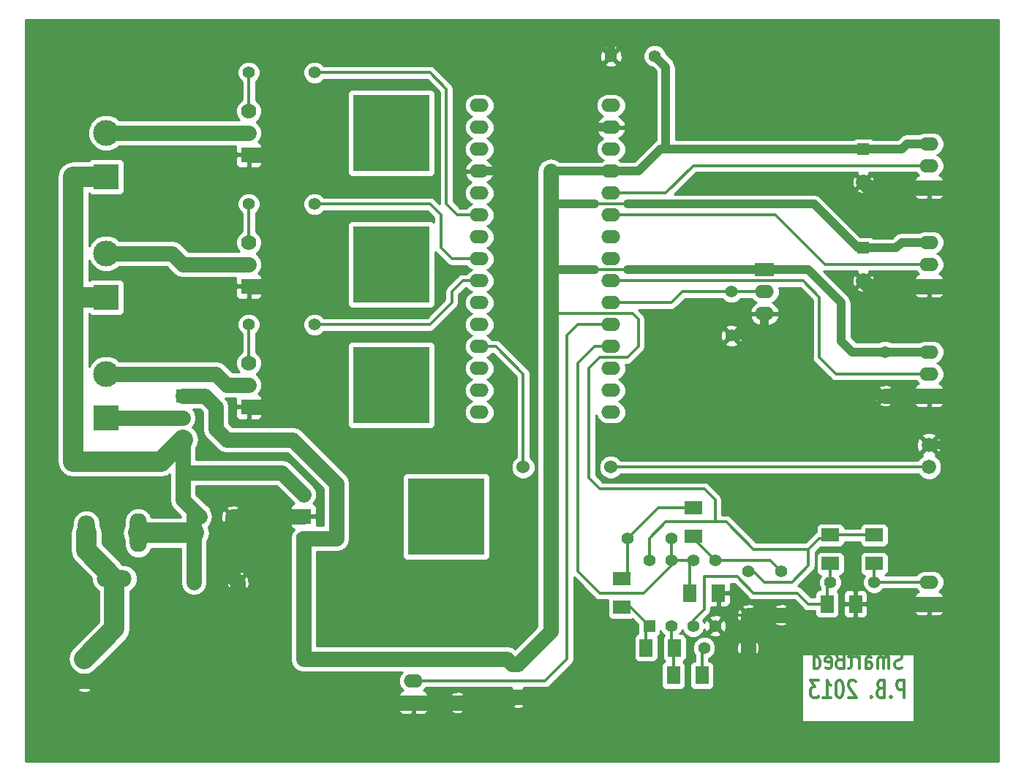
<source format=gbl>
G04 #@! TF.GenerationSoftware,KiCad,Pcbnew,5.0.0-fee4fd1~66~ubuntu16.04.1*
G04 #@! TF.CreationDate,2018-09-21T19:17:15+02:00*
G04 #@! TF.ProjectId,smartbed,736D6172746265642E6B696361645F70,rev?*
G04 #@! TF.SameCoordinates,Original*
G04 #@! TF.FileFunction,Copper,L2,Bot,Signal*
G04 #@! TF.FilePolarity,Positive*
%FSLAX46Y46*%
G04 Gerber Fmt 4.6, Leading zero omitted, Abs format (unit mm)*
G04 Created by KiCad (PCBNEW 5.0.0-fee4fd1~66~ubuntu16.04.1) date Fri Sep 21 19:17:15 2018*
%MOMM*%
%LPD*%
G01*
G04 APERTURE LIST*
G04 #@! TA.AperFunction,NonConductor*
%ADD10C,0.304800*%
G04 #@! TD*
G04 #@! TA.AperFunction,ComponentPad*
%ADD11R,8.890000X8.890000*%
G04 #@! TD*
G04 #@! TA.AperFunction,ComponentPad*
%ADD12C,1.778000*%
G04 #@! TD*
G04 #@! TA.AperFunction,ComponentPad*
%ADD13R,1.778000X1.778000*%
G04 #@! TD*
G04 #@! TA.AperFunction,SMDPad,CuDef*
%ADD14R,1.524000X2.032000*%
G04 #@! TD*
G04 #@! TA.AperFunction,SMDPad,CuDef*
%ADD15R,2.032000X1.524000*%
G04 #@! TD*
G04 #@! TA.AperFunction,ComponentPad*
%ADD16R,2.199640X1.524000*%
G04 #@! TD*
G04 #@! TA.AperFunction,ComponentPad*
%ADD17O,2.199640X1.524000*%
G04 #@! TD*
G04 #@! TA.AperFunction,ComponentPad*
%ADD18R,1.524000X1.524000*%
G04 #@! TD*
G04 #@! TA.AperFunction,ComponentPad*
%ADD19C,1.524000*%
G04 #@! TD*
G04 #@! TA.AperFunction,ComponentPad*
%ADD20R,2.999740X2.999740*%
G04 #@! TD*
G04 #@! TA.AperFunction,ComponentPad*
%ADD21C,2.999740*%
G04 #@! TD*
G04 #@! TA.AperFunction,ComponentPad*
%ADD22C,1.676400*%
G04 #@! TD*
G04 #@! TA.AperFunction,ComponentPad*
%ADD23R,1.397000X1.397000*%
G04 #@! TD*
G04 #@! TA.AperFunction,ComponentPad*
%ADD24C,1.397000*%
G04 #@! TD*
G04 #@! TA.AperFunction,ComponentPad*
%ADD25O,2.197100X1.524000*%
G04 #@! TD*
G04 #@! TA.AperFunction,ComponentPad*
%ADD26O,4.000500X1.998980*%
G04 #@! TD*
G04 #@! TA.AperFunction,ComponentPad*
%ADD27O,1.998980X4.000500*%
G04 #@! TD*
G04 #@! TA.AperFunction,ComponentPad*
%ADD28O,1.998980X4.500880*%
G04 #@! TD*
G04 #@! TA.AperFunction,Conductor*
%ADD29C,2.400300*%
G04 #@! TD*
G04 #@! TA.AperFunction,Conductor*
%ADD30C,1.800860*%
G04 #@! TD*
G04 #@! TA.AperFunction,Conductor*
%ADD31C,0.350520*%
G04 #@! TD*
G04 #@! TA.AperFunction,Conductor*
%ADD32C,1.000760*%
G04 #@! TD*
G04 #@! TA.AperFunction,Conductor*
%ADD33C,0.254000*%
G04 #@! TD*
G04 APERTURE END LIST*
D10*
X189937571Y-126781076D02*
X189719857Y-126877838D01*
X189357000Y-126877838D01*
X189211857Y-126781076D01*
X189139285Y-126684314D01*
X189066714Y-126490790D01*
X189066714Y-126297266D01*
X189139285Y-126103742D01*
X189211857Y-126006980D01*
X189357000Y-125910219D01*
X189647285Y-125813457D01*
X189792428Y-125716695D01*
X189865000Y-125619933D01*
X189937571Y-125426409D01*
X189937571Y-125232885D01*
X189865000Y-125039361D01*
X189792428Y-124942600D01*
X189647285Y-124845838D01*
X189284428Y-124845838D01*
X189066714Y-124942600D01*
X188413571Y-126877838D02*
X188413571Y-125523171D01*
X188413571Y-125716695D02*
X188341000Y-125619933D01*
X188195857Y-125523171D01*
X187978142Y-125523171D01*
X187833000Y-125619933D01*
X187760428Y-125813457D01*
X187760428Y-126877838D01*
X187760428Y-125813457D02*
X187687857Y-125619933D01*
X187542714Y-125523171D01*
X187325000Y-125523171D01*
X187179857Y-125619933D01*
X187107285Y-125813457D01*
X187107285Y-126877838D01*
X185728428Y-126877838D02*
X185728428Y-125813457D01*
X185801000Y-125619933D01*
X185946142Y-125523171D01*
X186236428Y-125523171D01*
X186381571Y-125619933D01*
X185728428Y-126781076D02*
X185873571Y-126877838D01*
X186236428Y-126877838D01*
X186381571Y-126781076D01*
X186454142Y-126587552D01*
X186454142Y-126394028D01*
X186381571Y-126200504D01*
X186236428Y-126103742D01*
X185873571Y-126103742D01*
X185728428Y-126006980D01*
X185002714Y-126877838D02*
X185002714Y-125523171D01*
X185002714Y-125910219D02*
X184930142Y-125716695D01*
X184857571Y-125619933D01*
X184712428Y-125523171D01*
X184567285Y-125523171D01*
X184277000Y-125523171D02*
X183696428Y-125523171D01*
X184059285Y-124845838D02*
X184059285Y-126587552D01*
X183986714Y-126781076D01*
X183841571Y-126877838D01*
X183696428Y-126877838D01*
X182680428Y-125813457D02*
X182462714Y-125910219D01*
X182390142Y-126006980D01*
X182317571Y-126200504D01*
X182317571Y-126490790D01*
X182390142Y-126684314D01*
X182462714Y-126781076D01*
X182607857Y-126877838D01*
X183188428Y-126877838D01*
X183188428Y-124845838D01*
X182680428Y-124845838D01*
X182535285Y-124942600D01*
X182462714Y-125039361D01*
X182390142Y-125232885D01*
X182390142Y-125426409D01*
X182462714Y-125619933D01*
X182535285Y-125716695D01*
X182680428Y-125813457D01*
X183188428Y-125813457D01*
X181083857Y-126781076D02*
X181229000Y-126877838D01*
X181519285Y-126877838D01*
X181664428Y-126781076D01*
X181737000Y-126587552D01*
X181737000Y-125813457D01*
X181664428Y-125619933D01*
X181519285Y-125523171D01*
X181229000Y-125523171D01*
X181083857Y-125619933D01*
X181011285Y-125813457D01*
X181011285Y-126006980D01*
X181737000Y-126200504D01*
X179705000Y-126877838D02*
X179705000Y-124845838D01*
X179705000Y-126781076D02*
X179850142Y-126877838D01*
X180140428Y-126877838D01*
X180285571Y-126781076D01*
X180358142Y-126684314D01*
X180430714Y-126490790D01*
X180430714Y-125910219D01*
X180358142Y-125716695D01*
X180285571Y-125619933D01*
X180140428Y-125523171D01*
X179850142Y-125523171D01*
X179705000Y-125619933D01*
X190155285Y-130230638D02*
X190155285Y-128198638D01*
X189574714Y-128198638D01*
X189429571Y-128295400D01*
X189357000Y-128392161D01*
X189284428Y-128585685D01*
X189284428Y-128875971D01*
X189357000Y-129069495D01*
X189429571Y-129166257D01*
X189574714Y-129263019D01*
X190155285Y-129263019D01*
X188631285Y-130037114D02*
X188558714Y-130133876D01*
X188631285Y-130230638D01*
X188703857Y-130133876D01*
X188631285Y-130037114D01*
X188631285Y-130230638D01*
X187397571Y-129166257D02*
X187179857Y-129263019D01*
X187107285Y-129359780D01*
X187034714Y-129553304D01*
X187034714Y-129843590D01*
X187107285Y-130037114D01*
X187179857Y-130133876D01*
X187325000Y-130230638D01*
X187905571Y-130230638D01*
X187905571Y-128198638D01*
X187397571Y-128198638D01*
X187252428Y-128295400D01*
X187179857Y-128392161D01*
X187107285Y-128585685D01*
X187107285Y-128779209D01*
X187179857Y-128972733D01*
X187252428Y-129069495D01*
X187397571Y-129166257D01*
X187905571Y-129166257D01*
X186381571Y-130037114D02*
X186309000Y-130133876D01*
X186381571Y-130230638D01*
X186454142Y-130133876D01*
X186381571Y-130037114D01*
X186381571Y-130230638D01*
X184567285Y-128392161D02*
X184494714Y-128295400D01*
X184349571Y-128198638D01*
X183986714Y-128198638D01*
X183841571Y-128295400D01*
X183769000Y-128392161D01*
X183696428Y-128585685D01*
X183696428Y-128779209D01*
X183769000Y-129069495D01*
X184639857Y-130230638D01*
X183696428Y-130230638D01*
X182753000Y-128198638D02*
X182607857Y-128198638D01*
X182462714Y-128295400D01*
X182390142Y-128392161D01*
X182317571Y-128585685D01*
X182245000Y-128972733D01*
X182245000Y-129456542D01*
X182317571Y-129843590D01*
X182390142Y-130037114D01*
X182462714Y-130133876D01*
X182607857Y-130230638D01*
X182753000Y-130230638D01*
X182898142Y-130133876D01*
X182970714Y-130037114D01*
X183043285Y-129843590D01*
X183115857Y-129456542D01*
X183115857Y-128972733D01*
X183043285Y-128585685D01*
X182970714Y-128392161D01*
X182898142Y-128295400D01*
X182753000Y-128198638D01*
X180793571Y-130230638D02*
X181664428Y-130230638D01*
X181229000Y-130230638D02*
X181229000Y-128198638D01*
X181374142Y-128488923D01*
X181519285Y-128682447D01*
X181664428Y-128779209D01*
X180285571Y-128198638D02*
X179342142Y-128198638D01*
X179850142Y-128972733D01*
X179632428Y-128972733D01*
X179487285Y-129069495D01*
X179414714Y-129166257D01*
X179342142Y-129359780D01*
X179342142Y-129843590D01*
X179414714Y-130037114D01*
X179487285Y-130133876D01*
X179632428Y-130230638D01*
X180067857Y-130230638D01*
X180213000Y-130133876D01*
X180285571Y-130037114D01*
D11*
G04 #@! TO.P,Q2,4*
G04 #@! TO.N,N/C*
X130810000Y-80010000D03*
D12*
G04 #@! TO.P,Q2,G*
G04 #@! TO.N,N-000016*
X114300000Y-77470000D03*
G04 #@! TO.P,Q2,D*
G04 #@! TO.N,N-000017*
X114300000Y-80010000D03*
D13*
G04 #@! TO.P,Q2,S*
G04 #@! TO.N,GND*
X114300000Y-82550000D03*
G04 #@! TD*
D11*
G04 #@! TO.P,Q1,4*
G04 #@! TO.N,N/C*
X130810000Y-93980000D03*
D12*
G04 #@! TO.P,Q1,G*
G04 #@! TO.N,N-000015*
X114300000Y-91440000D03*
G04 #@! TO.P,Q1,D*
G04 #@! TO.N,N-000034*
X114300000Y-93980000D03*
D13*
G04 #@! TO.P,Q1,S*
G04 #@! TO.N,GND*
X114300000Y-96520000D03*
G04 #@! TD*
D11*
G04 #@! TO.P,Q3,4*
G04 #@! TO.N,N/C*
X130810000Y-64770000D03*
D12*
G04 #@! TO.P,Q3,G*
G04 #@! TO.N,N-000039*
X114300000Y-62230000D03*
G04 #@! TO.P,Q3,D*
G04 #@! TO.N,N-000033*
X114300000Y-64770000D03*
D13*
G04 #@! TO.P,Q3,S*
G04 #@! TO.N,GND*
X114300000Y-67310000D03*
G04 #@! TD*
D14*
G04 #@! TO.P,R8,1*
G04 #@! TO.N,/SNOR*
X165354000Y-118110000D03*
G04 #@! TO.P,R8,2*
G04 #@! TO.N,GND*
X168656000Y-118110000D03*
G04 #@! TD*
D15*
G04 #@! TO.P,R7,1*
G04 #@! TO.N,N-000003*
X165735000Y-108204000D03*
G04 #@! TO.P,R7,2*
G04 #@! TO.N,N-000040*
X165735000Y-111506000D03*
G04 #@! TD*
G04 #@! TO.P,R6,1*
G04 #@! TO.N,N-000006*
X157480000Y-119761000D03*
G04 #@! TO.P,R6,2*
G04 #@! TO.N,N-000003*
X157480000Y-116459000D03*
G04 #@! TD*
D14*
G04 #@! TO.P,R5,1*
G04 #@! TO.N,N-000007*
X163576000Y-124460000D03*
G04 #@! TO.P,R5,2*
G04 #@! TO.N,N-000006*
X160274000Y-124460000D03*
G04 #@! TD*
G04 #@! TO.P,R4,1*
G04 #@! TO.N,N-000007*
X163449000Y-127635000D03*
G04 #@! TO.P,R4,2*
G04 #@! TO.N,N-000002*
X166751000Y-127635000D03*
G04 #@! TD*
G04 #@! TO.P,R3,1*
G04 #@! TO.N,N-000043*
X181229000Y-119380000D03*
G04 #@! TO.P,R3,2*
G04 #@! TO.N,GND*
X184531000Y-119380000D03*
G04 #@! TD*
D15*
G04 #@! TO.P,R2,1*
G04 #@! TO.N,+5V*
X181610000Y-111379000D03*
G04 #@! TO.P,R2,2*
G04 #@! TO.N,N-000043*
X181610000Y-114681000D03*
G04 #@! TD*
G04 #@! TO.P,R1,1*
G04 #@! TO.N,+5V*
X186690000Y-111379000D03*
G04 #@! TO.P,R1,2*
G04 #@! TO.N,N-000001*
X186690000Y-114681000D03*
G04 #@! TD*
D16*
G04 #@! TO.P,K3,1*
G04 #@! TO.N,GND*
X193040000Y-82550000D03*
D17*
G04 #@! TO.P,K3,2*
G04 #@! TO.N,/IR1*
X193040000Y-80010000D03*
G04 #@! TO.P,K3,3*
G04 #@! TO.N,+5V*
X193040000Y-77470000D03*
G04 #@! TD*
D16*
G04 #@! TO.P,K1,1*
G04 #@! TO.N,GND*
X193040000Y-95250000D03*
D17*
G04 #@! TO.P,K1,2*
G04 #@! TO.N,/LIGHT*
X193040000Y-92710000D03*
G04 #@! TO.P,K1,3*
G04 #@! TO.N,+5V*
X193040000Y-90170000D03*
G04 #@! TD*
D16*
G04 #@! TO.P,K4,1*
G04 #@! TO.N,GND*
X193040000Y-71120000D03*
D17*
G04 #@! TO.P,K4,2*
G04 #@! TO.N,/IR2*
X193040000Y-68580000D03*
G04 #@! TO.P,K4,3*
G04 #@! TO.N,+5V*
X193040000Y-66040000D03*
G04 #@! TD*
D16*
G04 #@! TO.P,RV1,1*
G04 #@! TO.N,+5V*
X173990000Y-80645000D03*
D17*
G04 #@! TO.P,RV1,2*
G04 #@! TO.N,/SET*
X173990000Y-83185000D03*
G04 #@! TO.P,RV1,3*
G04 #@! TO.N,GND*
X173990000Y-85725000D03*
G04 #@! TD*
D16*
G04 #@! TO.P,K2,1*
G04 #@! TO.N,GND*
X133350000Y-130810000D03*
D17*
G04 #@! TO.P,K2,2*
G04 #@! TO.N,/CURR*
X133350000Y-128270000D03*
G04 #@! TO.P,K2,3*
G04 #@! TO.N,+5V*
X133350000Y-125730000D03*
G04 #@! TD*
D16*
G04 #@! TO.P,P2,1*
G04 #@! TO.N,GND*
X193040000Y-119380000D03*
D17*
G04 #@! TO.P,P2,2*
G04 #@! TO.N,N-000001*
X193040000Y-116840000D03*
G04 #@! TD*
D18*
G04 #@! TO.P,JP2,1*
G04 #@! TO.N,+5V*
X106680000Y-95250000D03*
D19*
G04 #@! TO.P,JP2,2*
G04 #@! TO.N,N-000036*
X106680000Y-97790000D03*
G04 #@! TO.P,JP2,3*
G04 #@! TO.N,+12V*
X106680000Y-100330000D03*
G04 #@! TD*
D18*
G04 #@! TO.P,JP1,1*
G04 #@! TO.N,N-000042*
X95250000Y-125730000D03*
D19*
G04 #@! TO.P,JP1,2*
G04 #@! TO.N,GND*
X95250000Y-128270000D03*
G04 #@! TD*
D20*
G04 #@! TO.P,P4,1*
G04 #@! TO.N,+12V*
X97790000Y-83820000D03*
D21*
G04 #@! TO.P,P4,2*
G04 #@! TO.N,N-000017*
X97790000Y-78740000D03*
G04 #@! TD*
D20*
G04 #@! TO.P,P5,1*
G04 #@! TO.N,+12V*
X97790000Y-69850000D03*
D21*
G04 #@! TO.P,P5,2*
G04 #@! TO.N,N-000033*
X97790000Y-64770000D03*
G04 #@! TD*
D20*
G04 #@! TO.P,P3,1*
G04 #@! TO.N,N-000036*
X97790000Y-97790000D03*
D21*
G04 #@! TO.P,P3,2*
G04 #@! TO.N,N-000034*
X97790000Y-92710000D03*
G04 #@! TD*
D22*
G04 #@! TO.P,D1,1*
G04 #@! TO.N,N-000041*
X193040000Y-103505000D03*
G04 #@! TO.P,D1,2*
G04 #@! TO.N,GND*
X193040000Y-100965000D03*
G04 #@! TD*
D23*
G04 #@! TO.P,U3,1*
G04 #@! TO.N,N-000006*
X160655000Y-121920000D03*
D24*
G04 #@! TO.P,U3,2*
G04 #@! TO.N,N-000007*
X163195000Y-121920000D03*
G04 #@! TO.P,U3,3*
G04 #@! TO.N,N-000043*
X165735000Y-121920000D03*
G04 #@! TO.P,U3,4*
G04 #@! TO.N,GND*
X168275000Y-121920000D03*
G04 #@! TO.P,U3,5*
G04 #@! TO.N,N-000040*
X168275000Y-114300000D03*
G04 #@! TO.P,U3,6*
G04 #@! TO.N,/SNOR*
X165735000Y-114300000D03*
G04 #@! TO.P,U3,7*
X163195000Y-114300000D03*
G04 #@! TO.P,U3,8*
G04 #@! TO.N,+5V*
X160655000Y-114300000D03*
G04 #@! TD*
G04 #@! TO.P,C1,1*
G04 #@! TO.N,N-000001*
X186690000Y-116840000D03*
G04 #@! TO.P,C1,2*
G04 #@! TO.N,N-000043*
X181610000Y-116840000D03*
G04 #@! TD*
G04 #@! TO.P,C13,1*
G04 #@! TO.N,+5V*
X187960000Y-90170000D03*
G04 #@! TO.P,C13,2*
G04 #@! TO.N,GND*
X187960000Y-95250000D03*
G04 #@! TD*
G04 #@! TO.P,C12,1*
G04 #@! TO.N,+5V*
X161290000Y-55880000D03*
G04 #@! TO.P,C12,2*
G04 #@! TO.N,GND*
X156210000Y-55880000D03*
G04 #@! TD*
G04 #@! TO.P,C11,1*
G04 #@! TO.N,+5V*
X138430000Y-125730000D03*
G04 #@! TO.P,C11,2*
G04 #@! TO.N,GND*
X138430000Y-130810000D03*
G04 #@! TD*
G04 #@! TO.P,C10,1*
G04 #@! TO.N,+5V*
X172085000Y-115570000D03*
G04 #@! TO.P,C10,2*
G04 #@! TO.N,GND*
X172085000Y-120650000D03*
G04 #@! TD*
G04 #@! TO.P,C5,1*
G04 #@! TO.N,+12V*
X107950000Y-116840000D03*
G04 #@! TO.P,C5,2*
G04 #@! TO.N,GND*
X113030000Y-116840000D03*
G04 #@! TD*
G04 #@! TO.P,C4,1*
G04 #@! TO.N,N-000003*
X158115000Y-111760000D03*
G04 #@! TO.P,C4,2*
G04 #@! TO.N,/SNOR*
X163195000Y-111760000D03*
G04 #@! TD*
G04 #@! TO.P,C3,1*
G04 #@! TO.N,N-000040*
X175895000Y-115570000D03*
G04 #@! TO.P,C3,2*
G04 #@! TO.N,GND*
X175895000Y-120650000D03*
G04 #@! TD*
G04 #@! TO.P,C2,1*
G04 #@! TO.N,N-000002*
X167005000Y-124460000D03*
G04 #@! TO.P,C2,2*
G04 #@! TO.N,GND*
X172085000Y-124460000D03*
G04 #@! TD*
D23*
G04 #@! TO.P,C9,1*
G04 #@! TO.N,+5V*
X185420000Y-78105000D03*
D24*
G04 #@! TO.P,C9,2*
G04 #@! TO.N,GND*
X185420000Y-81915000D03*
G04 #@! TD*
D23*
G04 #@! TO.P,C8,1*
G04 #@! TO.N,+5V*
X185420000Y-66675000D03*
D24*
G04 #@! TO.P,C8,2*
G04 #@! TO.N,GND*
X185420000Y-70485000D03*
G04 #@! TD*
D23*
G04 #@! TO.P,C7,1*
G04 #@! TO.N,+5V*
X145415000Y-126365000D03*
D24*
G04 #@! TO.P,C7,2*
G04 #@! TO.N,GND*
X145415000Y-130175000D03*
G04 #@! TD*
D23*
G04 #@! TO.P,C6,1*
G04 #@! TO.N,+12V*
X108585000Y-109220000D03*
D24*
G04 #@! TO.P,C6,2*
G04 #@! TO.N,GND*
X112395000Y-109220000D03*
G04 #@! TD*
D17*
G04 #@! TO.P,U2,1*
G04 #@! TO.N,N/C*
X156210000Y-97155000D03*
G04 #@! TO.P,U2,2*
X156210000Y-94615000D03*
G04 #@! TO.P,U2,3*
X156210000Y-92075000D03*
G04 #@! TO.P,U2,4*
G04 #@! TO.N,/SNOR*
X156210000Y-89535000D03*
G04 #@! TO.P,U2,5*
G04 #@! TO.N,/CURR*
X156210000Y-86995000D03*
G04 #@! TO.P,U2,6*
G04 #@! TO.N,/SET*
X156210000Y-84455000D03*
G04 #@! TO.P,U2,7*
G04 #@! TO.N,/LIGHT*
X156210000Y-81915000D03*
G04 #@! TO.P,U2,8*
G04 #@! TO.N,N/C*
X156210000Y-79375000D03*
G04 #@! TO.P,U2,9*
X156210000Y-76835000D03*
G04 #@! TO.P,U2,10*
G04 #@! TO.N,/IR1*
X156210000Y-74295000D03*
G04 #@! TO.P,U2,11*
G04 #@! TO.N,/IR2*
X156210000Y-71755000D03*
G04 #@! TO.P,U2,12*
G04 #@! TO.N,+5V*
X156210000Y-69215000D03*
G04 #@! TO.P,U2,13*
G04 #@! TO.N,N/C*
X156210000Y-66675000D03*
G04 #@! TO.P,U2,14*
G04 #@! TO.N,GND*
X156210000Y-64135000D03*
G04 #@! TO.P,U2,15*
G04 #@! TO.N,N/C*
X156210000Y-61595000D03*
G04 #@! TO.P,U2,16*
X140970000Y-61595000D03*
G04 #@! TO.P,U2,17*
X140970000Y-64135000D03*
G04 #@! TO.P,U2,18*
X140970000Y-66675000D03*
G04 #@! TO.P,U2,19*
G04 #@! TO.N,GND*
X140970000Y-69215000D03*
D25*
G04 #@! TO.P,U2,20*
G04 #@! TO.N,N/C*
X140970000Y-71755000D03*
G04 #@! TO.P,U2,21*
G04 #@! TO.N,N-000046*
X140970000Y-74295000D03*
G04 #@! TO.P,U2,22*
G04 #@! TO.N,N/C*
X140970000Y-76835000D03*
G04 #@! TO.P,U2,23*
G04 #@! TO.N,N-000048*
X140970000Y-79375000D03*
G04 #@! TO.P,U2,24*
G04 #@! TO.N,N-000047*
X140970000Y-81915000D03*
G04 #@! TO.P,U2,25*
G04 #@! TO.N,N/C*
X140970000Y-84455000D03*
G04 #@! TO.P,U2,26*
X140970000Y-86995000D03*
G04 #@! TO.P,U2,27*
G04 #@! TO.N,/BLED*
X140970000Y-89535000D03*
G04 #@! TO.P,U2,28*
G04 #@! TO.N,N/C*
X140970000Y-92075000D03*
G04 #@! TO.P,U2,29*
X140970000Y-94615000D03*
G04 #@! TO.P,U2,30*
X140970000Y-97155000D03*
G04 #@! TD*
D11*
G04 #@! TO.P,U1,4*
G04 #@! TO.N,N/C*
X137160000Y-109220000D03*
D12*
G04 #@! TO.P,U1,VI*
G04 #@! TO.N,+12V*
X120650000Y-106680000D03*
D13*
G04 #@! TO.P,U1,GND*
G04 #@! TO.N,GND*
X120650000Y-109220000D03*
D12*
G04 #@! TO.P,U1,VO*
G04 #@! TO.N,+5V*
X120650000Y-111760000D03*
G04 #@! TD*
D24*
G04 #@! TO.P,C14,1*
G04 #@! TO.N,/SET*
X170180000Y-83185000D03*
G04 #@! TO.P,C14,2*
G04 #@! TO.N,GND*
X170180000Y-88265000D03*
G04 #@! TD*
G04 #@! TO.P,R10,1*
G04 #@! TO.N,N-000047*
X121920000Y-86995000D03*
G04 #@! TO.P,R10,2*
G04 #@! TO.N,N-000015*
X114300000Y-86995000D03*
G04 #@! TD*
G04 #@! TO.P,R11,1*
G04 #@! TO.N,N-000048*
X121920000Y-73025000D03*
G04 #@! TO.P,R11,2*
G04 #@! TO.N,N-000016*
X114300000Y-73025000D03*
G04 #@! TD*
G04 #@! TO.P,R12,1*
G04 #@! TO.N,N-000046*
X121920000Y-57785000D03*
G04 #@! TO.P,R12,2*
G04 #@! TO.N,N-000039*
X114300000Y-57785000D03*
G04 #@! TD*
D19*
G04 #@! TO.P,R9,1*
G04 #@! TO.N,/BLED*
X146050000Y-103505000D03*
G04 #@! TO.P,R9,2*
G04 #@! TO.N,N-000041*
X156210000Y-103505000D03*
G04 #@! TD*
D26*
G04 #@! TO.P,K5,1*
G04 #@! TO.N,N-000042*
X98750120Y-116425980D03*
D27*
G04 #@! TO.P,K5,2*
X95498920Y-111125000D03*
D28*
G04 #@! TO.P,K5,3*
G04 #@! TO.N,+12V*
X101500940Y-111125000D03*
G04 #@! TD*
D29*
G04 #@! TO.N,+12V*
X101500940Y-111125000D02*
X107950000Y-111125000D01*
X97790000Y-69850000D02*
X93980000Y-69850000D01*
X104140000Y-102870000D02*
X106680000Y-100330000D01*
D30*
X106680000Y-104140000D02*
X106680000Y-107315000D01*
X107950000Y-111125000D02*
X107950000Y-116840000D01*
X107950000Y-108585000D02*
X107950000Y-111125000D01*
X106680000Y-107315000D02*
X107950000Y-108585000D01*
X106680000Y-100330000D02*
X106680000Y-104140000D01*
X108585000Y-109220000D02*
X106680000Y-107315000D01*
D29*
X95498920Y-102870000D02*
X93980000Y-102870000D01*
D30*
X120650000Y-106680000D02*
X118110000Y-104140000D01*
D29*
X93980000Y-69850000D02*
X93980000Y-83820000D01*
X97790000Y-83820000D02*
X93980000Y-83820000D01*
X93980000Y-102870000D02*
X104140000Y-102870000D01*
X93980000Y-83820000D02*
X93980000Y-83820000D01*
X93980000Y-83820000D02*
X93980000Y-102870000D01*
D30*
X118110000Y-104140000D02*
X106680000Y-104140000D01*
G04 #@! TO.N,+5V*
X144780000Y-126365000D02*
X145415000Y-126365000D01*
X120650000Y-125730000D02*
X120650000Y-111760000D01*
D31*
X172085000Y-115570000D02*
X172720000Y-115570000D01*
D30*
X133350000Y-125730000D02*
X138430000Y-125730000D01*
D31*
X180340000Y-111760000D02*
X181229000Y-111760000D01*
D30*
X124460000Y-111760000D02*
X120650000Y-111760000D01*
D31*
X172720000Y-113030000D02*
X179070000Y-113030000D01*
D30*
X149225000Y-107315000D02*
X149225000Y-122555000D01*
D31*
X189230000Y-78105000D02*
X185420000Y-78105000D01*
X186690000Y-111379000D02*
X181610000Y-111379000D01*
X190500000Y-66040000D02*
X189865000Y-66675000D01*
D30*
X149225000Y-80645000D02*
X149225000Y-85725000D01*
X109220000Y-95250000D02*
X110490000Y-96520000D01*
X133350000Y-125730000D02*
X120650000Y-125730000D01*
D31*
X189865000Y-77470000D02*
X189230000Y-78105000D01*
X177165000Y-116840000D02*
X179070000Y-114935000D01*
X193040000Y-77470000D02*
X189865000Y-77470000D01*
D30*
X119380000Y-100330000D02*
X124460000Y-105410000D01*
D31*
X162560000Y-109855000D02*
X168275000Y-109855000D01*
X168275000Y-109855000D02*
X169545000Y-109855000D01*
D30*
X110490000Y-99060000D02*
X111760000Y-100330000D01*
D32*
X154305000Y-80645000D02*
X149225000Y-80645000D01*
X158115000Y-73025000D02*
X179705000Y-73025000D01*
D31*
X193040000Y-66040000D02*
X190500000Y-66040000D01*
X159385000Y-89535000D02*
X159385000Y-86360000D01*
X159385000Y-86360000D02*
X158750000Y-85725000D01*
X179070000Y-113030000D02*
X180340000Y-111760000D01*
D30*
X149225000Y-73025000D02*
X149225000Y-80645000D01*
D31*
X169545000Y-109855000D02*
X172720000Y-113030000D01*
D30*
X110490000Y-96520000D02*
X110490000Y-99060000D01*
X106680000Y-95250000D02*
X109220000Y-95250000D01*
X124460000Y-105410000D02*
X124460000Y-111760000D01*
D31*
X181229000Y-111760000D02*
X181610000Y-111379000D01*
D30*
X144145000Y-125730000D02*
X144780000Y-126365000D01*
D31*
X179070000Y-114935000D02*
X179070000Y-113030000D01*
X160655000Y-111760000D02*
X162560000Y-109855000D01*
D30*
X111760000Y-100330000D02*
X119380000Y-100330000D01*
D31*
X168275000Y-109855000D02*
X168275000Y-107315000D01*
D30*
X149225000Y-85725000D02*
X149225000Y-107315000D01*
X149225000Y-122555000D02*
X145415000Y-126365000D01*
D31*
X173990000Y-116840000D02*
X177165000Y-116840000D01*
X181229000Y-111760000D02*
X181610000Y-111379000D01*
X167005000Y-106045000D02*
X154940000Y-106045000D01*
D30*
X138430000Y-125730000D02*
X144145000Y-125730000D01*
D31*
X158750000Y-85725000D02*
X149225000Y-85725000D01*
X158115000Y-80645000D02*
X154305000Y-80645000D01*
X179705000Y-73025000D02*
X184785000Y-78105000D01*
X184785000Y-78105000D02*
X185420000Y-78105000D01*
D32*
X193040000Y-90170000D02*
X187960000Y-90170000D01*
X158115000Y-80645000D02*
X173990000Y-80645000D01*
D31*
X153670000Y-104775000D02*
X153670000Y-92075000D01*
X154940000Y-106045000D02*
X153670000Y-104775000D01*
X154305000Y-73025000D02*
X158115000Y-73025000D01*
X168275000Y-107315000D02*
X167005000Y-106045000D01*
X154940000Y-90805000D02*
X158115000Y-90805000D01*
D30*
X149225000Y-70485000D02*
X149225000Y-73025000D01*
D32*
X156210000Y-69215000D02*
X149225000Y-69215000D01*
X159385000Y-69215000D02*
X161925000Y-66675000D01*
X162560000Y-66675000D02*
X185420000Y-66675000D01*
D30*
X149225000Y-69215000D02*
X149225000Y-70485000D01*
D32*
X161925000Y-66675000D02*
X162560000Y-66675000D01*
D31*
X153670000Y-92075000D02*
X154940000Y-90805000D01*
X160655000Y-114300000D02*
X160655000Y-111760000D01*
D32*
X161290000Y-55880000D02*
X162560000Y-57150000D01*
X190500000Y-66040000D02*
X193040000Y-66040000D01*
X189865000Y-66675000D02*
X190500000Y-66040000D01*
X185420000Y-66675000D02*
X189865000Y-66675000D01*
X189865000Y-77470000D02*
X193040000Y-77470000D01*
X189230000Y-78105000D02*
X189865000Y-77470000D01*
X184785000Y-78105000D02*
X189230000Y-78105000D01*
X179705000Y-73025000D02*
X184785000Y-78105000D01*
X182880000Y-88900000D02*
X184150000Y-90170000D01*
D31*
X172720000Y-115570000D02*
X173990000Y-116840000D01*
X158115000Y-90805000D02*
X159385000Y-89535000D01*
D32*
X154305000Y-73025000D02*
X149225000Y-73025000D01*
X162560000Y-57150000D02*
X162560000Y-66675000D01*
X156210000Y-69215000D02*
X159385000Y-69215000D01*
X173990000Y-80645000D02*
X179070000Y-80645000D01*
X184150000Y-90170000D02*
X187960000Y-90170000D01*
X179070000Y-80645000D02*
X182880000Y-84455000D01*
X182880000Y-84455000D02*
X182880000Y-88900000D01*
D31*
G04 #@! TO.N,/BLED*
X142875000Y-89535000D02*
X146050000Y-92710000D01*
X140970000Y-89535000D02*
X142875000Y-89535000D01*
X146050000Y-92710000D02*
X146050000Y-103505000D01*
G04 #@! TO.N,/CURR*
X151130000Y-125730000D02*
X148590000Y-128270000D01*
X148590000Y-128270000D02*
X133350000Y-128270000D01*
X152400000Y-86995000D02*
X151130000Y-88265000D01*
X156210000Y-86995000D02*
X152400000Y-86995000D01*
X151130000Y-88265000D02*
X151130000Y-125730000D01*
G04 #@! TO.N,/IR1*
X166370000Y-74295000D02*
X156210000Y-74295000D01*
X175260000Y-74295000D02*
X166370000Y-74295000D01*
X180975000Y-80010000D02*
X175260000Y-74295000D01*
X193040000Y-80010000D02*
X180975000Y-80010000D01*
G04 #@! TO.N,/IR2*
X162560000Y-71755000D02*
X156210000Y-71755000D01*
X165735000Y-68580000D02*
X162560000Y-71755000D01*
X193040000Y-68580000D02*
X165735000Y-68580000D01*
G04 #@! TO.N,/LIGHT*
X180340000Y-83820000D02*
X180340000Y-90170000D01*
X180340000Y-90170000D02*
X180340000Y-90805000D01*
X178435000Y-81915000D02*
X180340000Y-83820000D01*
X182245000Y-92710000D02*
X193040000Y-92710000D01*
X156210000Y-81915000D02*
X178435000Y-81915000D01*
X180340000Y-90805000D02*
X182245000Y-92710000D01*
G04 #@! TO.N,/SET*
X170180000Y-83185000D02*
X173990000Y-83185000D01*
X163195000Y-84455000D02*
X164465000Y-83185000D01*
X164465000Y-83185000D02*
X170180000Y-83185000D01*
X156210000Y-84455000D02*
X163195000Y-84455000D01*
G04 #@! TO.N,/SNOR*
X152400000Y-91440000D02*
X152400000Y-115570000D01*
X163195000Y-114300000D02*
X165735000Y-114300000D01*
X163195000Y-114300000D02*
X163195000Y-114935000D01*
X163195000Y-114935000D02*
X160020000Y-118110000D01*
X165354000Y-118110000D02*
X165354000Y-114681000D01*
X156210000Y-89535000D02*
X154305000Y-89535000D01*
X153670000Y-116840000D02*
X154940000Y-118110000D01*
X160020000Y-118110000D02*
X154940000Y-118110000D01*
X152400000Y-115570000D02*
X153670000Y-116840000D01*
X153670000Y-90170000D02*
X152400000Y-91440000D01*
X165354000Y-114681000D02*
X165735000Y-114300000D01*
X163195000Y-111760000D02*
X163195000Y-114300000D01*
X154305000Y-89535000D02*
X153670000Y-90170000D01*
D30*
G04 #@! TO.N,GND*
X172085000Y-130175000D02*
X172085000Y-124460000D01*
X113030000Y-116840000D02*
X113030000Y-119380000D01*
X198120000Y-117475000D02*
X196215000Y-119380000D01*
X113030000Y-119380000D02*
X109220000Y-123190000D01*
D31*
X169545000Y-120650000D02*
X168275000Y-121920000D01*
D30*
X109220000Y-128270000D02*
X95250000Y-128270000D01*
X145415000Y-130175000D02*
X172085000Y-130175000D01*
D31*
X172085000Y-120650000D02*
X169545000Y-120650000D01*
D30*
X114300000Y-67310000D02*
X116840000Y-67310000D01*
X172085000Y-120650000D02*
X175895000Y-120650000D01*
X144145000Y-130810000D02*
X144780000Y-130175000D01*
X118110000Y-82550000D02*
X118110000Y-96520000D01*
X198120000Y-100965000D02*
X198120000Y-117475000D01*
X193040000Y-119380000D02*
X186690000Y-119380000D01*
X109220000Y-123190000D02*
X109220000Y-128270000D01*
X198120000Y-100965000D02*
X198120000Y-100965000D01*
X91440000Y-128270000D02*
X90170000Y-127000000D01*
X90170000Y-127000000D02*
X90170000Y-64135000D01*
X114300000Y-82550000D02*
X118110000Y-82550000D01*
X175895000Y-120650000D02*
X177800000Y-120650000D01*
D32*
X187960000Y-95250000D02*
X182245000Y-95250000D01*
D30*
X133350000Y-130810000D02*
X111760000Y-130810000D01*
X133350000Y-130810000D02*
X138430000Y-130810000D01*
X187960000Y-53340000D02*
X156210000Y-53340000D01*
X112395000Y-109220000D02*
X112395000Y-116205000D01*
D32*
X143510000Y-69215000D02*
X148590000Y-64135000D01*
D30*
X138430000Y-130810000D02*
X144145000Y-130810000D01*
X118110000Y-53340000D02*
X105410000Y-53340000D01*
D31*
X186690000Y-119380000D02*
X184531000Y-119380000D01*
D30*
X156210000Y-53340000D02*
X148590000Y-53340000D01*
D32*
X170180000Y-88265000D02*
X173355000Y-88265000D01*
D30*
X112395000Y-109220000D02*
X120650000Y-109220000D01*
D31*
X168656000Y-118110000D02*
X168656000Y-119761000D01*
D30*
X111760000Y-130810000D02*
X109220000Y-128270000D01*
X179070000Y-121920000D02*
X186690000Y-121920000D01*
X118110000Y-96520000D02*
X114300000Y-96520000D01*
X97790000Y-60960000D02*
X105410000Y-53340000D01*
X90170000Y-64135000D02*
X93345000Y-60960000D01*
X177800000Y-120650000D02*
X179070000Y-121920000D01*
D32*
X140970000Y-69215000D02*
X143510000Y-69215000D01*
D30*
X91440000Y-128270000D02*
X95250000Y-128270000D01*
X118110000Y-68580000D02*
X118110000Y-82550000D01*
X144780000Y-130175000D02*
X145415000Y-130175000D01*
X118110000Y-53340000D02*
X118110000Y-68580000D01*
D31*
X168656000Y-119761000D02*
X169545000Y-120650000D01*
D30*
X193040000Y-95250000D02*
X187960000Y-95250000D01*
D31*
X198120000Y-100965000D02*
X197485000Y-100965000D01*
D30*
X196215000Y-119380000D02*
X193040000Y-119380000D01*
X186055000Y-82550000D02*
X185420000Y-81915000D01*
X148590000Y-53340000D02*
X148590000Y-60325000D01*
D31*
X197485000Y-100965000D02*
X198120000Y-100965000D01*
D30*
X186690000Y-121920000D02*
X186690000Y-119380000D01*
X148590000Y-64135000D02*
X148590000Y-60325000D01*
X193040000Y-95250000D02*
X198120000Y-95250000D01*
X193040000Y-82550000D02*
X198120000Y-82550000D01*
X198120000Y-100965000D02*
X198120000Y-95250000D01*
X198120000Y-95250000D02*
X198120000Y-82550000D01*
X186055000Y-71120000D02*
X185420000Y-70485000D01*
X193040000Y-71120000D02*
X186055000Y-71120000D01*
X110490000Y-129540000D02*
X109220000Y-128270000D01*
X193040000Y-82550000D02*
X186055000Y-82550000D01*
X172085000Y-124460000D02*
X172085000Y-120650000D01*
X198120000Y-71120000D02*
X198120000Y-71755000D01*
X198120000Y-73025000D02*
X198120000Y-71755000D01*
D31*
X173990000Y-85725000D02*
X173990000Y-87630000D01*
X174625000Y-87630000D02*
X182245000Y-95250000D01*
X173990000Y-87630000D02*
X174625000Y-87630000D01*
D30*
X198120000Y-71755000D02*
X198120000Y-63500000D01*
X198120000Y-73025000D02*
X198120000Y-82550000D01*
D32*
X148590000Y-64135000D02*
X156210000Y-64135000D01*
D30*
X196215000Y-71120000D02*
X198120000Y-71120000D01*
X97790000Y-60960000D02*
X93345000Y-60960000D01*
X193040000Y-71120000D02*
X196215000Y-71120000D01*
D32*
X193040000Y-100965000D02*
X198120000Y-100965000D01*
X173990000Y-87630000D02*
X173990000Y-85725000D01*
X156210000Y-55880000D02*
X156210000Y-53340000D01*
D30*
X116840000Y-67310000D02*
X118110000Y-68580000D01*
D32*
X182245000Y-95250000D02*
X174625000Y-87630000D01*
X174625000Y-87630000D02*
X173990000Y-87630000D01*
D30*
X198120000Y-63500000D02*
X187960000Y-53340000D01*
D32*
X173355000Y-88265000D02*
X173990000Y-87630000D01*
D30*
X112395000Y-116205000D02*
X113030000Y-116840000D01*
D31*
G04 #@! TO.N,N-000001*
X186690000Y-116840000D02*
X186690000Y-114681000D01*
X193040000Y-116840000D02*
X186690000Y-116840000D01*
G04 #@! TO.N,N-000002*
X166751000Y-127635000D02*
X166751000Y-124714000D01*
X166751000Y-124714000D02*
X167005000Y-124460000D01*
G04 #@! TO.N,N-000003*
X158115000Y-115824000D02*
X157480000Y-116459000D01*
X165735000Y-108204000D02*
X161671000Y-108204000D01*
X161671000Y-108204000D02*
X158115000Y-111760000D01*
X158115000Y-111760000D02*
X158115000Y-115824000D01*
G04 #@! TO.N,N-000006*
X160274000Y-122301000D02*
X160655000Y-121920000D01*
X160274000Y-124460000D02*
X160274000Y-122301000D01*
X158496000Y-119761000D02*
X160655000Y-121920000D01*
X157480000Y-119761000D02*
X158496000Y-119761000D01*
G04 #@! TO.N,N-000007*
X163449000Y-124587000D02*
X163576000Y-124460000D01*
X163195000Y-121920000D02*
X163195000Y-124079000D01*
X163449000Y-127635000D02*
X163449000Y-124587000D01*
X163195000Y-124079000D02*
X163576000Y-124460000D01*
G04 #@! TO.N,N-000015*
X114300000Y-91440000D02*
X114300000Y-86995000D01*
G04 #@! TO.N,N-000016*
X114300000Y-77470000D02*
X114300000Y-73025000D01*
D30*
G04 #@! TO.N,N-000017*
X106680000Y-80010000D02*
X105410000Y-78740000D01*
X114300000Y-80010000D02*
X106680000Y-80010000D01*
X105410000Y-78740000D02*
X97790000Y-78740000D01*
G04 #@! TO.N,N-000033*
X114300000Y-64770000D02*
X97790000Y-64770000D01*
G04 #@! TO.N,N-000034*
X111760000Y-93980000D02*
X110490000Y-92710000D01*
X114300000Y-93980000D02*
X111760000Y-93980000D01*
X110490000Y-92710000D02*
X97790000Y-92710000D01*
G04 #@! TO.N,N-000036*
X106680000Y-97790000D02*
X97790000Y-97790000D01*
D31*
G04 #@! TO.N,N-000039*
X114300000Y-62230000D02*
X114300000Y-57785000D01*
G04 #@! TO.N,N-000040*
X168275000Y-114300000D02*
X174625000Y-114300000D01*
X165735000Y-111760000D02*
X168275000Y-114300000D01*
X165735000Y-111506000D02*
X165735000Y-111760000D01*
X174625000Y-114300000D02*
X175895000Y-115570000D01*
G04 #@! TO.N,N-000041*
X193040000Y-103505000D02*
X156210000Y-103505000D01*
D29*
G04 #@! TO.N,N-000042*
X98750120Y-122229880D02*
X95250000Y-125730000D01*
X98750120Y-116425980D02*
X98750120Y-122229880D01*
X95498920Y-113174780D02*
X98750120Y-116425980D01*
X95498920Y-111125000D02*
X95498920Y-113174780D01*
D31*
G04 #@! TO.N,N-000043*
X167005000Y-120015000D02*
X165735000Y-121285000D01*
X169545000Y-116205000D02*
X167005000Y-116205000D01*
X165735000Y-121285000D02*
X165735000Y-121920000D01*
X181229000Y-119380000D02*
X179070000Y-119380000D01*
X181229000Y-117221000D02*
X181229000Y-119380000D01*
X177800000Y-118110000D02*
X172720000Y-118110000D01*
X181610000Y-116840000D02*
X181229000Y-117221000D01*
X170815000Y-116205000D02*
X169545000Y-116205000D01*
X179070000Y-119380000D02*
X177800000Y-118110000D01*
X172720000Y-118110000D02*
X170815000Y-116205000D01*
X167005000Y-116205000D02*
X167005000Y-120015000D01*
X181610000Y-114681000D02*
X181610000Y-116840000D01*
G04 #@! TO.N,N-000046*
X137160000Y-73025000D02*
X138430000Y-74295000D01*
X138430000Y-74295000D02*
X140970000Y-74295000D01*
X121920000Y-57785000D02*
X135255000Y-57785000D01*
X135255000Y-57785000D02*
X137160000Y-59690000D01*
X137160000Y-59690000D02*
X137160000Y-73025000D01*
G04 #@! TO.N,N-000047*
X137795000Y-84455000D02*
X137795000Y-83185000D01*
X137795000Y-83185000D02*
X139065000Y-81915000D01*
X121920000Y-86995000D02*
X135255000Y-86995000D01*
X135255000Y-86995000D02*
X137795000Y-84455000D01*
X139065000Y-81915000D02*
X140970000Y-81915000D01*
G04 #@! TO.N,N-000048*
X136525000Y-74295000D02*
X136525000Y-78105000D01*
X135255000Y-73025000D02*
X136525000Y-74295000D01*
X137795000Y-79375000D02*
X140970000Y-79375000D01*
X121920000Y-73025000D02*
X135255000Y-73025000D01*
X136525000Y-78105000D02*
X137795000Y-79375000D01*
G04 #@! TD*
D33*
G04 #@! TO.N,GND*
G36*
X201104500Y-137604500D02*
X194782440Y-137604500D01*
X194782440Y-117114320D01*
X194782440Y-116568220D01*
X194782440Y-92984320D01*
X194782440Y-92438220D01*
X194574160Y-91932760D01*
X194188080Y-91549220D01*
X193926460Y-91440000D01*
X194188080Y-91333320D01*
X194571620Y-90947240D01*
X194782440Y-90444320D01*
X194782440Y-89898220D01*
X194774820Y-89877900D01*
X194774820Y-82834480D01*
X194617340Y-82677000D01*
X193167000Y-82677000D01*
X193167000Y-83789520D01*
X193324480Y-83947000D01*
X194015360Y-83944460D01*
X194266820Y-83944460D01*
X194497960Y-83847940D01*
X194675760Y-83670140D01*
X194772280Y-83436460D01*
X194774820Y-82834480D01*
X194774820Y-89877900D01*
X194574160Y-89392760D01*
X194188080Y-89009220D01*
X193685160Y-88798400D01*
X193139060Y-88798400D01*
X192913000Y-88798400D01*
X192913000Y-83789520D01*
X192913000Y-82677000D01*
X191462660Y-82677000D01*
X191305180Y-82834480D01*
X191307720Y-83436460D01*
X191404240Y-83670140D01*
X191582040Y-83847940D01*
X191813180Y-83944460D01*
X192064640Y-83944460D01*
X192755520Y-83947000D01*
X192913000Y-83789520D01*
X192913000Y-88798400D01*
X192397380Y-88798400D01*
X191891920Y-89006680D01*
X191863980Y-89034620D01*
X188704220Y-89034620D01*
X188226700Y-88836500D01*
X187695840Y-88836500D01*
X187215780Y-89034620D01*
X186738260Y-89034620D01*
X186738260Y-82102960D01*
X186710320Y-81584800D01*
X186568080Y-81236820D01*
X186336940Y-81178400D01*
X185600340Y-81915000D01*
X186336940Y-82651600D01*
X186568080Y-82593180D01*
X186738260Y-82102960D01*
X186738260Y-89034620D01*
X186156600Y-89034620D01*
X186156600Y-82831940D01*
X185420000Y-82095340D01*
X185239660Y-82275680D01*
X185239660Y-81915000D01*
X184503060Y-81178400D01*
X184271920Y-81236820D01*
X184101740Y-81727040D01*
X184129680Y-82245200D01*
X184271920Y-82593180D01*
X184503060Y-82651600D01*
X185239660Y-81915000D01*
X185239660Y-82275680D01*
X184683400Y-82831940D01*
X184741820Y-83063080D01*
X185232040Y-83233260D01*
X185750200Y-83205320D01*
X186098180Y-83063080D01*
X186156600Y-82831940D01*
X186156600Y-89034620D01*
X184619900Y-89034620D01*
X184015380Y-88430100D01*
X184015380Y-84455000D01*
X183929020Y-84020660D01*
X183682640Y-83652360D01*
X180820060Y-80789780D01*
X180911500Y-80807560D01*
X180972460Y-80820260D01*
X180972460Y-80817720D01*
X180975000Y-80820260D01*
X184726580Y-80820260D01*
X184683400Y-80998060D01*
X185420000Y-81734660D01*
X186156600Y-80998060D01*
X186110880Y-80820260D01*
X191538860Y-80820260D01*
X191874140Y-81155540D01*
X191813180Y-81155540D01*
X191582040Y-81252060D01*
X191404240Y-81429860D01*
X191307720Y-81663540D01*
X191305180Y-82265520D01*
X191462660Y-82423000D01*
X192786000Y-82423000D01*
X192913000Y-82423000D01*
X193167000Y-82423000D01*
X193294000Y-82423000D01*
X194617340Y-82423000D01*
X194774820Y-82265520D01*
X194772280Y-81663540D01*
X194675760Y-81429860D01*
X194497960Y-81252060D01*
X194266820Y-81155540D01*
X194203320Y-81155540D01*
X194571620Y-80787240D01*
X194782440Y-80284320D01*
X194782440Y-79738220D01*
X194574160Y-79232760D01*
X194188080Y-78849220D01*
X193926460Y-78740000D01*
X194188080Y-78633320D01*
X194571620Y-78247240D01*
X194782440Y-77744320D01*
X194782440Y-77198220D01*
X194774820Y-77177900D01*
X194774820Y-71404480D01*
X194617340Y-71247000D01*
X193167000Y-71247000D01*
X193167000Y-72359520D01*
X193324480Y-72517000D01*
X194015360Y-72514460D01*
X194266820Y-72514460D01*
X194497960Y-72417940D01*
X194675760Y-72240140D01*
X194772280Y-72006460D01*
X194774820Y-71404480D01*
X194774820Y-77177900D01*
X194574160Y-76692760D01*
X194188080Y-76309220D01*
X193685160Y-76098400D01*
X193139060Y-76098400D01*
X192913000Y-76098400D01*
X192913000Y-72359520D01*
X192913000Y-71247000D01*
X191462660Y-71247000D01*
X191305180Y-71404480D01*
X191307720Y-72006460D01*
X191404240Y-72240140D01*
X191582040Y-72417940D01*
X191813180Y-72514460D01*
X192064640Y-72514460D01*
X192755520Y-72517000D01*
X192913000Y-72359520D01*
X192913000Y-76098400D01*
X192397380Y-76098400D01*
X191891920Y-76306680D01*
X191863980Y-76334620D01*
X189865000Y-76334620D01*
X189428120Y-76420980D01*
X189062360Y-76667360D01*
X188760100Y-76969620D01*
X186738260Y-76969620D01*
X186738260Y-70672960D01*
X186710320Y-70154800D01*
X186568080Y-69806820D01*
X186336940Y-69748400D01*
X185600340Y-70485000D01*
X186336940Y-71221600D01*
X186568080Y-71163180D01*
X186738260Y-70672960D01*
X186738260Y-76969620D01*
X186575700Y-76969620D01*
X186476640Y-76870560D01*
X186245500Y-76774040D01*
X186156600Y-76774040D01*
X186156600Y-71401940D01*
X185420000Y-70665340D01*
X185239660Y-70845680D01*
X185239660Y-70485000D01*
X184503060Y-69748400D01*
X184271920Y-69806820D01*
X184101740Y-70297040D01*
X184129680Y-70815200D01*
X184271920Y-71163180D01*
X184503060Y-71221600D01*
X185239660Y-70485000D01*
X185239660Y-70845680D01*
X184683400Y-71401940D01*
X184741820Y-71633080D01*
X185232040Y-71803260D01*
X185750200Y-71775320D01*
X186098180Y-71633080D01*
X186156600Y-71401940D01*
X186156600Y-76774040D01*
X185994040Y-76774040D01*
X185059320Y-76774040D01*
X180507640Y-72222360D01*
X180139340Y-71975980D01*
X179705000Y-71889620D01*
X163570920Y-71889620D01*
X166070280Y-69390260D01*
X184726580Y-69390260D01*
X184683400Y-69568060D01*
X185420000Y-70304660D01*
X186156600Y-69568060D01*
X186110880Y-69390260D01*
X191538860Y-69390260D01*
X191874140Y-69725540D01*
X191813180Y-69725540D01*
X191582040Y-69822060D01*
X191404240Y-69999860D01*
X191307720Y-70233540D01*
X191305180Y-70835520D01*
X191462660Y-70993000D01*
X192786000Y-70993000D01*
X192913000Y-70993000D01*
X193167000Y-70993000D01*
X193294000Y-70993000D01*
X194617340Y-70993000D01*
X194774820Y-70835520D01*
X194772280Y-70233540D01*
X194675760Y-69999860D01*
X194497960Y-69822060D01*
X194266820Y-69725540D01*
X194203320Y-69725540D01*
X194571620Y-69357240D01*
X194782440Y-68854320D01*
X194782440Y-68308220D01*
X194574160Y-67802760D01*
X194188080Y-67419220D01*
X193926460Y-67310000D01*
X194188080Y-67203320D01*
X194571620Y-66817240D01*
X194782440Y-66314320D01*
X194782440Y-65768220D01*
X194574160Y-65262760D01*
X194188080Y-64879220D01*
X193685160Y-64668400D01*
X193139060Y-64668400D01*
X192397380Y-64668400D01*
X191891920Y-64876680D01*
X191863980Y-64904620D01*
X190500000Y-64904620D01*
X190063120Y-64990980D01*
X189697360Y-65237360D01*
X189395100Y-65539620D01*
X186575700Y-65539620D01*
X186476640Y-65440560D01*
X186245500Y-65344040D01*
X185994040Y-65344040D01*
X184597040Y-65344040D01*
X184363360Y-65440560D01*
X184264300Y-65539620D01*
X163695380Y-65539620D01*
X163695380Y-57150000D01*
X163609020Y-56715660D01*
X163362640Y-56347360D01*
X162615880Y-55600600D01*
X162420300Y-55125620D01*
X162046920Y-54749700D01*
X161556700Y-54546500D01*
X161025840Y-54546500D01*
X160535620Y-54749700D01*
X160159700Y-55123080D01*
X159956500Y-55613300D01*
X159956500Y-56144160D01*
X160159700Y-56634380D01*
X160533080Y-57010300D01*
X161013140Y-57208420D01*
X161424620Y-57619900D01*
X161424620Y-65669160D01*
X161122360Y-65872360D01*
X158915100Y-68079620D01*
X157383480Y-68079620D01*
X157358080Y-68054220D01*
X157096460Y-67945000D01*
X157358080Y-67838320D01*
X157741620Y-67452240D01*
X157952440Y-66949320D01*
X157952440Y-66403220D01*
X157952440Y-61869320D01*
X157952440Y-61323220D01*
X157744160Y-60817760D01*
X157528260Y-60601860D01*
X157528260Y-56067960D01*
X157500320Y-55549800D01*
X157358080Y-55201820D01*
X157126940Y-55143400D01*
X156946600Y-55323740D01*
X156946600Y-54963060D01*
X156888180Y-54731920D01*
X156397960Y-54561740D01*
X155879800Y-54589680D01*
X155531820Y-54731920D01*
X155473400Y-54963060D01*
X156210000Y-55699660D01*
X156946600Y-54963060D01*
X156946600Y-55323740D01*
X156390340Y-55880000D01*
X157126940Y-56616600D01*
X157358080Y-56558180D01*
X157528260Y-56067960D01*
X157528260Y-60601860D01*
X157358080Y-60434220D01*
X156946600Y-60261500D01*
X156946600Y-56796940D01*
X156210000Y-56060340D01*
X156029660Y-56240680D01*
X156029660Y-55880000D01*
X155293060Y-55143400D01*
X155061920Y-55201820D01*
X154891740Y-55692040D01*
X154919680Y-56210200D01*
X155061920Y-56558180D01*
X155293060Y-56616600D01*
X156029660Y-55880000D01*
X156029660Y-56240680D01*
X155473400Y-56796940D01*
X155531820Y-57028080D01*
X156022040Y-57198260D01*
X156540200Y-57170320D01*
X156888180Y-57028080D01*
X156946600Y-56796940D01*
X156946600Y-60261500D01*
X156855160Y-60223400D01*
X156309060Y-60223400D01*
X155567380Y-60223400D01*
X155061920Y-60431680D01*
X154678380Y-60817760D01*
X154467560Y-61320680D01*
X154467560Y-61866780D01*
X154675840Y-62372240D01*
X155061920Y-62755780D01*
X155305760Y-62857380D01*
X155300680Y-62859920D01*
X154856180Y-63174880D01*
X154566620Y-63637160D01*
X154520900Y-63792100D01*
X154640280Y-64008000D01*
X155956000Y-64008000D01*
X156083000Y-64008000D01*
X156337000Y-64008000D01*
X156464000Y-64008000D01*
X157779720Y-64008000D01*
X157899100Y-63792100D01*
X157853380Y-63637160D01*
X157563820Y-63174880D01*
X157119320Y-62859920D01*
X157114240Y-62857380D01*
X157358080Y-62758320D01*
X157741620Y-62372240D01*
X157952440Y-61869320D01*
X157952440Y-66403220D01*
X157744160Y-65897760D01*
X157358080Y-65514220D01*
X157111700Y-65410080D01*
X157119320Y-65410080D01*
X157563820Y-65095120D01*
X157853380Y-64632840D01*
X157899100Y-64477900D01*
X157779720Y-64262000D01*
X156464000Y-64262000D01*
X156337000Y-64262000D01*
X156083000Y-64262000D01*
X155956000Y-64262000D01*
X154640280Y-64262000D01*
X154520900Y-64477900D01*
X154566620Y-64632840D01*
X154856180Y-65095120D01*
X155300680Y-65410080D01*
X155061920Y-65511680D01*
X154678380Y-65897760D01*
X154467560Y-66400680D01*
X154467560Y-66946780D01*
X154675840Y-67452240D01*
X155061920Y-67835780D01*
X155321000Y-67942460D01*
X155061920Y-68051680D01*
X155033980Y-68079620D01*
X150233380Y-68079620D01*
X149811740Y-67797680D01*
X149225000Y-67680840D01*
X148638260Y-67797680D01*
X148140420Y-68130420D01*
X147807680Y-68628260D01*
X147690840Y-69215000D01*
X147690840Y-70485000D01*
X147690840Y-73025000D01*
X147690840Y-80645000D01*
X147690840Y-85725000D01*
X147690840Y-107315000D01*
X147690840Y-121920000D01*
X147444460Y-122163840D01*
X147444460Y-103781860D01*
X147444460Y-103228140D01*
X147231100Y-102715060D01*
X146860260Y-102344220D01*
X146860260Y-92710000D01*
X146857720Y-92707460D01*
X146860260Y-92707460D01*
X146847560Y-92646500D01*
X146799300Y-92400120D01*
X146796760Y-92397580D01*
X146624040Y-92135960D01*
X146616420Y-92130880D01*
X143449040Y-88960960D01*
X143184880Y-88785700D01*
X142875000Y-88722200D01*
X142862300Y-88724740D01*
X142712440Y-88724740D01*
X142712440Y-66949320D01*
X142712440Y-66403220D01*
X142504160Y-65897760D01*
X142118080Y-65514220D01*
X141856460Y-65405000D01*
X142118080Y-65298320D01*
X142501620Y-64912240D01*
X142712440Y-64409320D01*
X142712440Y-63863220D01*
X142504160Y-63357760D01*
X142118080Y-62974220D01*
X141856460Y-62865000D01*
X142118080Y-62758320D01*
X142501620Y-62372240D01*
X142712440Y-61869320D01*
X142712440Y-61323220D01*
X142504160Y-60817760D01*
X142118080Y-60434220D01*
X141615160Y-60223400D01*
X141069060Y-60223400D01*
X140327380Y-60223400D01*
X139821920Y-60431680D01*
X139438380Y-60817760D01*
X139227560Y-61320680D01*
X139227560Y-61866780D01*
X139435840Y-62372240D01*
X139821920Y-62755780D01*
X140081000Y-62862460D01*
X139821920Y-62971680D01*
X139438380Y-63357760D01*
X139227560Y-63860680D01*
X139227560Y-64406780D01*
X139435840Y-64912240D01*
X139821920Y-65295780D01*
X140081000Y-65402460D01*
X139821920Y-65511680D01*
X139438380Y-65897760D01*
X139227560Y-66400680D01*
X139227560Y-66946780D01*
X139435840Y-67452240D01*
X139821920Y-67835780D01*
X140065760Y-67937380D01*
X140060680Y-67939920D01*
X139616180Y-68254880D01*
X139326620Y-68717160D01*
X139280900Y-68872100D01*
X139400280Y-69088000D01*
X140716000Y-69088000D01*
X140843000Y-69088000D01*
X141097000Y-69088000D01*
X141224000Y-69088000D01*
X142539720Y-69088000D01*
X142659100Y-68872100D01*
X142613380Y-68717160D01*
X142323820Y-68254880D01*
X141879320Y-67939920D01*
X141874240Y-67937380D01*
X142118080Y-67838320D01*
X142501620Y-67452240D01*
X142712440Y-66949320D01*
X142712440Y-88724740D01*
X142466060Y-88724740D01*
X142115540Y-88374220D01*
X141853920Y-88265000D01*
X142115540Y-88158320D01*
X142499080Y-87772240D01*
X142709900Y-87269320D01*
X142709900Y-86723220D01*
X142501620Y-86217760D01*
X142115540Y-85834220D01*
X141853920Y-85725000D01*
X142115540Y-85618320D01*
X142499080Y-85232240D01*
X142709900Y-84729320D01*
X142709900Y-84183220D01*
X142501620Y-83677760D01*
X142115540Y-83294220D01*
X141853920Y-83185000D01*
X142115540Y-83078320D01*
X142499080Y-82692240D01*
X142709900Y-82189320D01*
X142709900Y-81643220D01*
X142501620Y-81137760D01*
X142115540Y-80754220D01*
X141853920Y-80645000D01*
X142115540Y-80538320D01*
X142499080Y-80152240D01*
X142709900Y-79649320D01*
X142709900Y-79103220D01*
X142501620Y-78597760D01*
X142115540Y-78214220D01*
X141853920Y-78105000D01*
X142115540Y-77998320D01*
X142499080Y-77612240D01*
X142709900Y-77109320D01*
X142709900Y-76563220D01*
X142501620Y-76057760D01*
X142115540Y-75674220D01*
X141853920Y-75565000D01*
X142115540Y-75458320D01*
X142499080Y-75072240D01*
X142709900Y-74569320D01*
X142709900Y-74023220D01*
X142501620Y-73517760D01*
X142115540Y-73134220D01*
X141853920Y-73025000D01*
X142115540Y-72918320D01*
X142499080Y-72532240D01*
X142709900Y-72029320D01*
X142709900Y-71483220D01*
X142501620Y-70977760D01*
X142115540Y-70594220D01*
X141869160Y-70490080D01*
X141879320Y-70490080D01*
X142323820Y-70175120D01*
X142613380Y-69712840D01*
X142659100Y-69557900D01*
X142539720Y-69342000D01*
X141224000Y-69342000D01*
X141097000Y-69342000D01*
X140843000Y-69342000D01*
X140716000Y-69342000D01*
X139400280Y-69342000D01*
X139280900Y-69557900D01*
X139326620Y-69712840D01*
X139616180Y-70175120D01*
X140060680Y-70490080D01*
X139824460Y-70591680D01*
X139440920Y-70977760D01*
X139230100Y-71480680D01*
X139230100Y-72026780D01*
X139438380Y-72532240D01*
X139824460Y-72915780D01*
X140083540Y-73022460D01*
X139824460Y-73131680D01*
X139471400Y-73484740D01*
X138765280Y-73484740D01*
X137970260Y-72687180D01*
X137970260Y-59690000D01*
X137909300Y-59380120D01*
X137906760Y-59377580D01*
X137734040Y-59115960D01*
X137726420Y-59110880D01*
X135829040Y-57210960D01*
X135564880Y-57035700D01*
X135255000Y-56972200D01*
X135242300Y-56974740D01*
X122994420Y-56974740D01*
X122676920Y-56654700D01*
X122186700Y-56451500D01*
X121655840Y-56451500D01*
X121165620Y-56654700D01*
X120789700Y-57028080D01*
X120586500Y-57518300D01*
X120586500Y-58049160D01*
X120789700Y-58539380D01*
X121163080Y-58915300D01*
X121653300Y-59118500D01*
X122184160Y-59118500D01*
X122674380Y-58915300D01*
X122994420Y-58595260D01*
X134917180Y-58595260D01*
X136349740Y-60025280D01*
X136349740Y-72971660D01*
X135887460Y-72509380D01*
X135887460Y-69342000D01*
X135887460Y-69090540D01*
X135887460Y-60200540D01*
X135790940Y-59966860D01*
X135613140Y-59789060D01*
X135382000Y-59692540D01*
X135130540Y-59692540D01*
X126240540Y-59692540D01*
X126006860Y-59789060D01*
X125829060Y-59966860D01*
X125732540Y-60198000D01*
X125732540Y-60449460D01*
X125732540Y-69339460D01*
X125829060Y-69573140D01*
X126006860Y-69750940D01*
X126238000Y-69847460D01*
X126489460Y-69847460D01*
X135379460Y-69847460D01*
X135613140Y-69750940D01*
X135790940Y-69573140D01*
X135887460Y-69342000D01*
X135887460Y-72509380D01*
X135829040Y-72450960D01*
X135564880Y-72275700D01*
X135255000Y-72212200D01*
X135242300Y-72214740D01*
X122994420Y-72214740D01*
X122676920Y-71894700D01*
X122186700Y-71691500D01*
X121655840Y-71691500D01*
X121165620Y-71894700D01*
X120789700Y-72268080D01*
X120586500Y-72758300D01*
X120586500Y-73289160D01*
X120789700Y-73779380D01*
X121163080Y-74155300D01*
X121653300Y-74358500D01*
X122184160Y-74358500D01*
X122674380Y-74155300D01*
X122994420Y-73835260D01*
X134917180Y-73835260D01*
X135714740Y-74630280D01*
X135714740Y-75130660D01*
X135613140Y-75029060D01*
X135382000Y-74932540D01*
X135130540Y-74932540D01*
X126240540Y-74932540D01*
X126006860Y-75029060D01*
X125829060Y-75206860D01*
X125732540Y-75438000D01*
X125732540Y-75689460D01*
X125732540Y-84579460D01*
X125829060Y-84813140D01*
X126006860Y-84990940D01*
X126238000Y-85087460D01*
X126489460Y-85087460D01*
X135379460Y-85087460D01*
X135613140Y-84990940D01*
X135790940Y-84813140D01*
X135887460Y-84582000D01*
X135887460Y-84330540D01*
X135887460Y-78582520D01*
X135950960Y-78679040D01*
X137215880Y-79941420D01*
X137220960Y-79949040D01*
X137485120Y-80124300D01*
X137795000Y-80187800D01*
X137795000Y-80185260D01*
X137805160Y-80185260D01*
X139471400Y-80185260D01*
X139824460Y-80535780D01*
X140083540Y-80642460D01*
X139824460Y-80751680D01*
X139471400Y-81104740D01*
X139075160Y-81104740D01*
X139065000Y-81102200D01*
X138755120Y-81165700D01*
X138490960Y-81340960D01*
X138485880Y-81346040D01*
X137220960Y-82610960D01*
X137045700Y-82875120D01*
X136982200Y-83185000D01*
X136984740Y-83195160D01*
X136984740Y-84117180D01*
X134917180Y-86184740D01*
X122994420Y-86184740D01*
X122676920Y-85864700D01*
X122186700Y-85661500D01*
X121655840Y-85661500D01*
X121165620Y-85864700D01*
X120789700Y-86238080D01*
X120586500Y-86728300D01*
X120586500Y-87259160D01*
X120789700Y-87749380D01*
X121163080Y-88125300D01*
X121653300Y-88328500D01*
X122184160Y-88328500D01*
X122674380Y-88125300D01*
X122994420Y-87805260D01*
X135242300Y-87805260D01*
X135255000Y-87807800D01*
X135255000Y-87805260D01*
X135564880Y-87744300D01*
X135829040Y-87569040D01*
X138361420Y-85031580D01*
X138366500Y-85029040D01*
X138369040Y-85029040D01*
X138544300Y-84764880D01*
X138605260Y-84455000D01*
X138605260Y-83520280D01*
X139400280Y-82725260D01*
X139471400Y-82725260D01*
X139824460Y-83075780D01*
X140083540Y-83182460D01*
X139824460Y-83291680D01*
X139440920Y-83677760D01*
X139230100Y-84180680D01*
X139230100Y-84726780D01*
X139438380Y-85232240D01*
X139824460Y-85615780D01*
X140083540Y-85722460D01*
X139824460Y-85831680D01*
X139440920Y-86217760D01*
X139230100Y-86720680D01*
X139230100Y-87266780D01*
X139438380Y-87772240D01*
X139824460Y-88155780D01*
X140083540Y-88262460D01*
X139824460Y-88371680D01*
X139440920Y-88757760D01*
X139230100Y-89260680D01*
X139230100Y-89806780D01*
X139438380Y-90312240D01*
X139824460Y-90695780D01*
X140083540Y-90802460D01*
X139824460Y-90911680D01*
X139440920Y-91297760D01*
X139230100Y-91800680D01*
X139230100Y-92346780D01*
X139438380Y-92852240D01*
X139824460Y-93235780D01*
X140083540Y-93342460D01*
X139824460Y-93451680D01*
X139440920Y-93837760D01*
X139230100Y-94340680D01*
X139230100Y-94886780D01*
X139438380Y-95392240D01*
X139824460Y-95775780D01*
X140083540Y-95882460D01*
X139824460Y-95991680D01*
X139440920Y-96377760D01*
X139230100Y-96880680D01*
X139230100Y-97426780D01*
X139438380Y-97932240D01*
X139824460Y-98315780D01*
X140327380Y-98526600D01*
X140873480Y-98526600D01*
X141610080Y-98526600D01*
X142115540Y-98318320D01*
X142499080Y-97932240D01*
X142709900Y-97429320D01*
X142709900Y-96883220D01*
X142501620Y-96377760D01*
X142115540Y-95994220D01*
X141853920Y-95885000D01*
X142115540Y-95778320D01*
X142499080Y-95392240D01*
X142709900Y-94889320D01*
X142709900Y-94343220D01*
X142501620Y-93837760D01*
X142115540Y-93454220D01*
X141853920Y-93345000D01*
X142115540Y-93238320D01*
X142499080Y-92852240D01*
X142709900Y-92349320D01*
X142709900Y-91803220D01*
X142501620Y-91297760D01*
X142115540Y-90914220D01*
X141853920Y-90805000D01*
X142115540Y-90698320D01*
X142466060Y-90345260D01*
X142537180Y-90345260D01*
X145239740Y-93045280D01*
X145239740Y-102344220D01*
X144868900Y-102715060D01*
X144655540Y-103228140D01*
X144655540Y-103781860D01*
X144868900Y-104294940D01*
X145260060Y-104686100D01*
X145773140Y-104899460D01*
X146326860Y-104899460D01*
X146839940Y-104686100D01*
X147231100Y-104294940D01*
X147444460Y-103781860D01*
X147444460Y-122163840D01*
X145069560Y-124538740D01*
X144731740Y-124312680D01*
X144145000Y-124195840D01*
X142237460Y-124195840D01*
X142237460Y-113792000D01*
X142237460Y-113540540D01*
X142237460Y-104650540D01*
X142140940Y-104416860D01*
X141963140Y-104239060D01*
X141732000Y-104142540D01*
X141480540Y-104142540D01*
X135887460Y-104142540D01*
X135887460Y-98552000D01*
X135887460Y-98300540D01*
X135887460Y-89410540D01*
X135790940Y-89176860D01*
X135613140Y-88999060D01*
X135382000Y-88902540D01*
X135130540Y-88902540D01*
X126240540Y-88902540D01*
X126006860Y-88999060D01*
X125829060Y-89176860D01*
X125732540Y-89408000D01*
X125732540Y-89659460D01*
X125732540Y-98549460D01*
X125829060Y-98783140D01*
X126006860Y-98960940D01*
X126238000Y-99057460D01*
X126489460Y-99057460D01*
X135379460Y-99057460D01*
X135613140Y-98960940D01*
X135790940Y-98783140D01*
X135887460Y-98552000D01*
X135887460Y-104142540D01*
X132590540Y-104142540D01*
X132356860Y-104239060D01*
X132179060Y-104416860D01*
X132082540Y-104648000D01*
X132082540Y-104899460D01*
X132082540Y-113789460D01*
X132179060Y-114023140D01*
X132356860Y-114200940D01*
X132588000Y-114297460D01*
X132839460Y-114297460D01*
X141729460Y-114297460D01*
X141963140Y-114200940D01*
X142140940Y-114023140D01*
X142237460Y-113792000D01*
X142237460Y-124195840D01*
X138430000Y-124195840D01*
X133350000Y-124195840D01*
X122184160Y-124195840D01*
X122184160Y-113294160D01*
X124460000Y-113294160D01*
X125046740Y-113177320D01*
X125544580Y-112844580D01*
X125877320Y-112346740D01*
X125994160Y-111760000D01*
X125994160Y-105410000D01*
X125877320Y-104823260D01*
X125877320Y-104820720D01*
X125544580Y-104325420D01*
X120464580Y-99245420D01*
X119966740Y-98912680D01*
X119380000Y-98795840D01*
X115824000Y-98795840D01*
X115824000Y-96804480D01*
X115666520Y-96647000D01*
X114427000Y-96647000D01*
X114427000Y-97886520D01*
X114584480Y-98044000D01*
X115313460Y-98041460D01*
X115547140Y-97944940D01*
X115724940Y-97767140D01*
X115821460Y-97536000D01*
X115821460Y-97284540D01*
X115824000Y-96804480D01*
X115824000Y-98795840D01*
X114173000Y-98795840D01*
X114173000Y-97886520D01*
X114173000Y-96647000D01*
X112933480Y-96647000D01*
X112776000Y-96804480D01*
X112778540Y-97284540D01*
X112778540Y-97536000D01*
X112875060Y-97767140D01*
X113052860Y-97944940D01*
X113286540Y-98041460D01*
X114015520Y-98044000D01*
X114173000Y-97886520D01*
X114173000Y-98795840D01*
X112395000Y-98795840D01*
X112024160Y-98425000D01*
X112024160Y-96520000D01*
X111907320Y-95933260D01*
X111605060Y-95481140D01*
X111760000Y-95514160D01*
X112778540Y-95514160D01*
X112778540Y-95755460D01*
X112776000Y-96235520D01*
X112933480Y-96393000D01*
X114046000Y-96393000D01*
X114173000Y-96393000D01*
X114427000Y-96393000D01*
X114554000Y-96393000D01*
X115666520Y-96393000D01*
X115824000Y-96235520D01*
X115821460Y-95755460D01*
X115821460Y-95504000D01*
X115724940Y-95272860D01*
X115547140Y-95095060D01*
X115402360Y-95034100D01*
X115420140Y-95008700D01*
X115590320Y-94841060D01*
X115681760Y-94617540D01*
X115717320Y-94566740D01*
X115727480Y-94503240D01*
X115821460Y-94282260D01*
X115821460Y-94043500D01*
X115834160Y-93980000D01*
X115824000Y-93926660D01*
X115824000Y-82834480D01*
X115666520Y-82677000D01*
X114427000Y-82677000D01*
X114427000Y-83916520D01*
X114584480Y-84074000D01*
X115313460Y-84071460D01*
X115547140Y-83974940D01*
X115724940Y-83797140D01*
X115821460Y-83566000D01*
X115821460Y-83314540D01*
X115824000Y-82834480D01*
X115824000Y-93926660D01*
X115821460Y-93913960D01*
X115821460Y-93677740D01*
X115727480Y-93454220D01*
X115717320Y-93393260D01*
X115681760Y-93339920D01*
X115590320Y-93118940D01*
X115420140Y-92948760D01*
X115384580Y-92895420D01*
X115328700Y-92857320D01*
X115181380Y-92710000D01*
X115590320Y-92301060D01*
X115821460Y-91742260D01*
X115821460Y-91137740D01*
X115590320Y-90578940D01*
X115161060Y-90149680D01*
X115110260Y-90126820D01*
X115110260Y-88069420D01*
X115430300Y-87751920D01*
X115633500Y-87261700D01*
X115633500Y-86730840D01*
X115430300Y-86240620D01*
X115056920Y-85864700D01*
X114566700Y-85661500D01*
X114173000Y-85661500D01*
X114173000Y-83916520D01*
X114173000Y-82677000D01*
X112933480Y-82677000D01*
X112776000Y-82834480D01*
X112778540Y-83314540D01*
X112778540Y-83566000D01*
X112875060Y-83797140D01*
X113052860Y-83974940D01*
X113286540Y-84071460D01*
X114015520Y-84074000D01*
X114173000Y-83916520D01*
X114173000Y-85661500D01*
X114035840Y-85661500D01*
X113545620Y-85864700D01*
X113169700Y-86238080D01*
X112966500Y-86728300D01*
X112966500Y-87259160D01*
X113169700Y-87749380D01*
X113489740Y-88069420D01*
X113489740Y-90126820D01*
X113438940Y-90149680D01*
X113009680Y-90578940D01*
X112778540Y-91137740D01*
X112778540Y-91742260D01*
X113009680Y-92301060D01*
X113154460Y-92445840D01*
X112395000Y-92445840D01*
X111574580Y-91625420D01*
X111076740Y-91292680D01*
X110490000Y-91175840D01*
X99273360Y-91175840D01*
X99001580Y-90904060D01*
X98216720Y-90576400D01*
X97368360Y-90576400D01*
X96583500Y-90898980D01*
X95984060Y-91498420D01*
X95813880Y-91904820D01*
X95813880Y-85735160D01*
X95933260Y-85854540D01*
X96164400Y-85951060D01*
X96415860Y-85951060D01*
X99413060Y-85951060D01*
X99646740Y-85854540D01*
X99824540Y-85676740D01*
X99921060Y-85445600D01*
X99921060Y-85194140D01*
X99921060Y-82196940D01*
X99824540Y-81963260D01*
X99646740Y-81785460D01*
X99415600Y-81688940D01*
X99164140Y-81688940D01*
X96166940Y-81688940D01*
X95933260Y-81785460D01*
X95813880Y-81904840D01*
X95813880Y-79542640D01*
X95978980Y-79946500D01*
X96578420Y-80545940D01*
X97363280Y-80873600D01*
X98211640Y-80873600D01*
X98996500Y-80551020D01*
X99273360Y-80274160D01*
X104775000Y-80274160D01*
X105595420Y-81094580D01*
X106093260Y-81427320D01*
X106680000Y-81544160D01*
X112778540Y-81544160D01*
X112778540Y-81785460D01*
X112776000Y-82265520D01*
X112933480Y-82423000D01*
X114046000Y-82423000D01*
X114173000Y-82423000D01*
X114427000Y-82423000D01*
X114554000Y-82423000D01*
X115666520Y-82423000D01*
X115824000Y-82265520D01*
X115821460Y-81785460D01*
X115821460Y-81534000D01*
X115724940Y-81302860D01*
X115547140Y-81125060D01*
X115402360Y-81064100D01*
X115420140Y-81038700D01*
X115590320Y-80871060D01*
X115681760Y-80647540D01*
X115717320Y-80596740D01*
X115727480Y-80533240D01*
X115821460Y-80312260D01*
X115821460Y-80073500D01*
X115834160Y-80010000D01*
X115834160Y-64770000D01*
X115821460Y-64703960D01*
X115821460Y-64467740D01*
X115727480Y-64244220D01*
X115717320Y-64183260D01*
X115681760Y-64129920D01*
X115590320Y-63908940D01*
X115420140Y-63738760D01*
X115384580Y-63685420D01*
X115328700Y-63647320D01*
X115181380Y-63500000D01*
X115590320Y-63091060D01*
X115821460Y-62532260D01*
X115821460Y-61927740D01*
X115590320Y-61368940D01*
X115161060Y-60939680D01*
X115110260Y-60916820D01*
X115110260Y-58859420D01*
X115430300Y-58541920D01*
X115633500Y-58051700D01*
X115633500Y-57520840D01*
X115430300Y-57030620D01*
X115056920Y-56654700D01*
X114566700Y-56451500D01*
X114035840Y-56451500D01*
X113545620Y-56654700D01*
X113169700Y-57028080D01*
X112966500Y-57518300D01*
X112966500Y-58049160D01*
X113169700Y-58539380D01*
X113489740Y-58859420D01*
X113489740Y-60916820D01*
X113438940Y-60939680D01*
X113009680Y-61368940D01*
X112778540Y-61927740D01*
X112778540Y-62532260D01*
X113009680Y-63091060D01*
X113154460Y-63235840D01*
X99273360Y-63235840D01*
X99001580Y-62964060D01*
X98216720Y-62636400D01*
X97368360Y-62636400D01*
X96583500Y-62958980D01*
X95984060Y-63558420D01*
X95656400Y-64343280D01*
X95656400Y-65191640D01*
X95978980Y-65976500D01*
X96578420Y-66575940D01*
X97363280Y-66903600D01*
X98211640Y-66903600D01*
X98996500Y-66581020D01*
X99273360Y-66304160D01*
X112778540Y-66304160D01*
X112778540Y-66545460D01*
X112776000Y-67025520D01*
X112933480Y-67183000D01*
X114046000Y-67183000D01*
X114173000Y-67183000D01*
X114427000Y-67183000D01*
X114554000Y-67183000D01*
X115666520Y-67183000D01*
X115824000Y-67025520D01*
X115821460Y-66545460D01*
X115821460Y-66294000D01*
X115724940Y-66062860D01*
X115547140Y-65885060D01*
X115402360Y-65824100D01*
X115420140Y-65798700D01*
X115590320Y-65631060D01*
X115681760Y-65407540D01*
X115717320Y-65356740D01*
X115727480Y-65293240D01*
X115821460Y-65072260D01*
X115821460Y-64833500D01*
X115834160Y-64770000D01*
X115834160Y-80010000D01*
X115824000Y-79956660D01*
X115824000Y-67594480D01*
X115666520Y-67437000D01*
X114427000Y-67437000D01*
X114427000Y-68676520D01*
X114584480Y-68834000D01*
X115313460Y-68831460D01*
X115547140Y-68734940D01*
X115724940Y-68557140D01*
X115821460Y-68326000D01*
X115821460Y-68074540D01*
X115824000Y-67594480D01*
X115824000Y-79956660D01*
X115821460Y-79943960D01*
X115821460Y-79707740D01*
X115727480Y-79484220D01*
X115717320Y-79423260D01*
X115681760Y-79369920D01*
X115590320Y-79148940D01*
X115420140Y-78978760D01*
X115384580Y-78925420D01*
X115328700Y-78887320D01*
X115181380Y-78740000D01*
X115590320Y-78331060D01*
X115821460Y-77772260D01*
X115821460Y-77167740D01*
X115590320Y-76608940D01*
X115161060Y-76179680D01*
X115110260Y-76156820D01*
X115110260Y-74099420D01*
X115430300Y-73781920D01*
X115633500Y-73291700D01*
X115633500Y-72760840D01*
X115430300Y-72270620D01*
X115056920Y-71894700D01*
X114566700Y-71691500D01*
X114173000Y-71691500D01*
X114173000Y-68676520D01*
X114173000Y-67437000D01*
X112933480Y-67437000D01*
X112776000Y-67594480D01*
X112778540Y-68074540D01*
X112778540Y-68326000D01*
X112875060Y-68557140D01*
X113052860Y-68734940D01*
X113286540Y-68831460D01*
X114015520Y-68834000D01*
X114173000Y-68676520D01*
X114173000Y-71691500D01*
X114035840Y-71691500D01*
X113545620Y-71894700D01*
X113169700Y-72268080D01*
X112966500Y-72758300D01*
X112966500Y-73289160D01*
X113169700Y-73779380D01*
X113489740Y-74099420D01*
X113489740Y-76156820D01*
X113438940Y-76179680D01*
X113009680Y-76608940D01*
X112778540Y-77167740D01*
X112778540Y-77772260D01*
X113009680Y-78331060D01*
X113154460Y-78475840D01*
X107315000Y-78475840D01*
X106494580Y-77655420D01*
X105996740Y-77322680D01*
X105410000Y-77205840D01*
X99273360Y-77205840D01*
X99001580Y-76934060D01*
X98216720Y-76606400D01*
X97368360Y-76606400D01*
X96583500Y-76928980D01*
X95984060Y-77528420D01*
X95813880Y-77934820D01*
X95813880Y-71765160D01*
X95933260Y-71884540D01*
X96164400Y-71981060D01*
X96415860Y-71981060D01*
X99413060Y-71981060D01*
X99646740Y-71884540D01*
X99824540Y-71706740D01*
X99921060Y-71475600D01*
X99921060Y-71224140D01*
X99921060Y-68226940D01*
X99824540Y-67993260D01*
X99646740Y-67815460D01*
X99415600Y-67718940D01*
X99164140Y-67718940D01*
X96166940Y-67718940D01*
X95933260Y-67815460D01*
X95755460Y-67993260D01*
X95745300Y-68016120D01*
X93980000Y-68016120D01*
X93278960Y-68155820D01*
X92682060Y-68552060D01*
X92285820Y-69148960D01*
X92146120Y-69850000D01*
X92146120Y-83820000D01*
X92146120Y-102870000D01*
X92285820Y-103571040D01*
X92682060Y-104167940D01*
X93278960Y-104564180D01*
X93980000Y-104703880D01*
X95498920Y-104703880D01*
X104127300Y-104703880D01*
X104140000Y-104706420D01*
X104140000Y-104703880D01*
X104841040Y-104564180D01*
X105145840Y-104360980D01*
X105145840Y-107315000D01*
X105262680Y-107901740D01*
X105595420Y-108399580D01*
X106415840Y-109220000D01*
X106415840Y-109291120D01*
X103017320Y-109291120D01*
X102859840Y-108910120D01*
X102410260Y-108458000D01*
X101820980Y-108214160D01*
X101183440Y-108214160D01*
X100594160Y-108458000D01*
X100142040Y-108907580D01*
X99898200Y-109496860D01*
X99898200Y-110134400D01*
X99898200Y-110284260D01*
X99806760Y-110423960D01*
X99667060Y-111125000D01*
X99806760Y-111826040D01*
X99898200Y-111963200D01*
X99898200Y-112750600D01*
X100142040Y-113339880D01*
X100591620Y-113792000D01*
X101180900Y-114035840D01*
X101818440Y-114035840D01*
X102407720Y-113792000D01*
X102859840Y-113342420D01*
X103017320Y-112958880D01*
X106415840Y-112958880D01*
X106415840Y-116840000D01*
X106532680Y-117426740D01*
X106865420Y-117924580D01*
X107363260Y-118257320D01*
X107950000Y-118374160D01*
X108536740Y-118257320D01*
X109034580Y-117924580D01*
X109367320Y-117426740D01*
X109484160Y-116840000D01*
X109484160Y-112064800D01*
X109644180Y-111826040D01*
X109783880Y-111125000D01*
X109646720Y-110446820D01*
X109819440Y-110276640D01*
X109915960Y-110045500D01*
X109915960Y-109931200D01*
X109999780Y-109806740D01*
X110116620Y-109220000D01*
X109999780Y-108630720D01*
X109915960Y-108503720D01*
X109915960Y-108397040D01*
X109819440Y-108163360D01*
X109641640Y-107985560D01*
X109435900Y-107899200D01*
X109034580Y-107500420D01*
X108214160Y-106680000D01*
X108214160Y-106677460D01*
X108214160Y-105674160D01*
X117475000Y-105674160D01*
X119537480Y-107736640D01*
X119402860Y-107795060D01*
X119225060Y-107972860D01*
X119128540Y-108204000D01*
X119128540Y-108455460D01*
X119126000Y-108935520D01*
X119283480Y-109093000D01*
X120396000Y-109093000D01*
X120523000Y-109093000D01*
X120777000Y-109093000D01*
X120904000Y-109093000D01*
X122016520Y-109093000D01*
X122174000Y-108935520D01*
X122171460Y-108455460D01*
X122171460Y-108204000D01*
X122074940Y-107972860D01*
X121897140Y-107795060D01*
X121752360Y-107734100D01*
X121770140Y-107708700D01*
X121940320Y-107541060D01*
X122031760Y-107317540D01*
X122067320Y-107266740D01*
X122077480Y-107203240D01*
X122171460Y-106982260D01*
X122171460Y-106743500D01*
X122184160Y-106680000D01*
X122171460Y-106613960D01*
X122171460Y-106377740D01*
X122077480Y-106154220D01*
X122067320Y-106093260D01*
X122031760Y-106039920D01*
X121940320Y-105818940D01*
X121770140Y-105648760D01*
X121734580Y-105595420D01*
X119194580Y-103055420D01*
X118696740Y-102722680D01*
X118110000Y-102605840D01*
X108214160Y-102605840D01*
X108214160Y-101269800D01*
X108374180Y-101033580D01*
X108516420Y-100330000D01*
X108374180Y-99628960D01*
X107975400Y-99034600D01*
X107749340Y-98882200D01*
X107764580Y-98874580D01*
X108097320Y-98376740D01*
X108214160Y-97790000D01*
X108097320Y-97203260D01*
X107815380Y-96784160D01*
X108585000Y-96784160D01*
X108955840Y-97155000D01*
X108955840Y-99060000D01*
X109072680Y-99646740D01*
X109405420Y-100144580D01*
X110675420Y-101414580D01*
X111173260Y-101747320D01*
X111760000Y-101864160D01*
X118745000Y-101864160D01*
X122925840Y-106045000D01*
X122925840Y-110225840D01*
X122171460Y-110225840D01*
X122171460Y-109984540D01*
X122174000Y-109504480D01*
X122016520Y-109347000D01*
X120904000Y-109347000D01*
X120777000Y-109347000D01*
X120523000Y-109347000D01*
X120396000Y-109347000D01*
X119283480Y-109347000D01*
X119126000Y-109504480D01*
X119128540Y-109984540D01*
X119128540Y-110236000D01*
X119225060Y-110467140D01*
X119402860Y-110644940D01*
X119545100Y-110703360D01*
X119527320Y-110728760D01*
X119359680Y-110898940D01*
X119265700Y-111119920D01*
X119232680Y-111173260D01*
X119219980Y-111234220D01*
X119128540Y-111457740D01*
X119128540Y-111693960D01*
X119115840Y-111760000D01*
X119115840Y-125730000D01*
X119232680Y-126316740D01*
X119565420Y-126814580D01*
X120063260Y-127147320D01*
X120650000Y-127264160D01*
X132044440Y-127264160D01*
X131818380Y-127492760D01*
X131607560Y-127995680D01*
X131607560Y-128541780D01*
X131815840Y-129047240D01*
X132184140Y-129415540D01*
X132123180Y-129415540D01*
X131892040Y-129512060D01*
X131714240Y-129689860D01*
X131617720Y-129923540D01*
X131615180Y-130525520D01*
X131772660Y-130683000D01*
X133096000Y-130683000D01*
X133223000Y-130683000D01*
X133477000Y-130683000D01*
X133604000Y-130683000D01*
X134927340Y-130683000D01*
X135084820Y-130525520D01*
X135082280Y-129923540D01*
X134985760Y-129689860D01*
X134807960Y-129512060D01*
X134576820Y-129415540D01*
X134513320Y-129415540D01*
X134848600Y-129080260D01*
X144721580Y-129080260D01*
X144678400Y-129258060D01*
X145415000Y-129994660D01*
X146151600Y-129258060D01*
X146105880Y-129080260D01*
X148577300Y-129080260D01*
X148590000Y-129082800D01*
X148590000Y-129080260D01*
X148899880Y-129019300D01*
X149164040Y-128844040D01*
X151696420Y-126306580D01*
X151701500Y-126304040D01*
X151704040Y-126304040D01*
X151879300Y-126039880D01*
X151940260Y-125730000D01*
X151940260Y-116255800D01*
X153090880Y-117406420D01*
X153095960Y-117414040D01*
X154360880Y-118676420D01*
X154365960Y-118684040D01*
X154630120Y-118859300D01*
X154940000Y-118922800D01*
X154940000Y-118920260D01*
X154950160Y-118920260D01*
X155831540Y-118920260D01*
X155831540Y-119123460D01*
X155831540Y-120647460D01*
X155928060Y-120881140D01*
X156105860Y-121058940D01*
X156337000Y-121155460D01*
X156588460Y-121155460D01*
X158620460Y-121155460D01*
X158704280Y-121117360D01*
X159324040Y-121737120D01*
X159324040Y-122742960D01*
X159357060Y-122821700D01*
X159153860Y-122908060D01*
X158976060Y-123085860D01*
X158879540Y-123317000D01*
X158879540Y-123568460D01*
X158879540Y-125600460D01*
X158976060Y-125834140D01*
X159153860Y-126011940D01*
X159385000Y-126108460D01*
X159636460Y-126108460D01*
X161160460Y-126108460D01*
X161394140Y-126011940D01*
X161571940Y-125834140D01*
X161668460Y-125603000D01*
X161668460Y-125351540D01*
X161668460Y-123319540D01*
X161615120Y-123192540D01*
X161711640Y-123154440D01*
X161889440Y-122976640D01*
X161985960Y-122745500D01*
X161985960Y-122494040D01*
X161985960Y-122483880D01*
X162064700Y-122674380D01*
X162374580Y-122986800D01*
X162278060Y-123085860D01*
X162181540Y-123317000D01*
X162181540Y-123568460D01*
X162181540Y-125600460D01*
X162278060Y-125834140D01*
X162455860Y-126011940D01*
X162476180Y-126019560D01*
X162328860Y-126083060D01*
X162151060Y-126260860D01*
X162054540Y-126492000D01*
X162054540Y-126743460D01*
X162054540Y-128775460D01*
X162151060Y-129009140D01*
X162328860Y-129186940D01*
X162560000Y-129283460D01*
X162811460Y-129283460D01*
X164335460Y-129283460D01*
X164569140Y-129186940D01*
X164746940Y-129009140D01*
X164843460Y-128778000D01*
X164843460Y-128526540D01*
X164843460Y-126494540D01*
X164746940Y-126260860D01*
X164569140Y-126083060D01*
X164546280Y-126072900D01*
X164696140Y-126011940D01*
X164873940Y-125834140D01*
X164970460Y-125603000D01*
X164970460Y-125351540D01*
X164970460Y-123319540D01*
X164873940Y-123085860D01*
X164696140Y-122908060D01*
X164465000Y-122811540D01*
X164213540Y-122811540D01*
X164188140Y-122811540D01*
X164325300Y-122676920D01*
X164465000Y-122336560D01*
X164604700Y-122674380D01*
X164978080Y-123050300D01*
X165468300Y-123253500D01*
X165999160Y-123253500D01*
X166489380Y-123050300D01*
X166865300Y-122676920D01*
X167012620Y-122318780D01*
X167126920Y-122598180D01*
X167358060Y-122656600D01*
X168094660Y-121920000D01*
X167358060Y-121183400D01*
X167126920Y-121241820D01*
X167020240Y-121541540D01*
X166903400Y-121259600D01*
X167571420Y-120591580D01*
X167576500Y-120589040D01*
X167579040Y-120589040D01*
X167754300Y-120324880D01*
X167815260Y-120015000D01*
X167817800Y-120015000D01*
X167815260Y-120002300D01*
X167815260Y-119758460D01*
X168371520Y-119761000D01*
X168529000Y-119603520D01*
X168529000Y-118364000D01*
X168529000Y-118237000D01*
X168529000Y-117983000D01*
X168783000Y-117983000D01*
X168910000Y-117983000D01*
X169895520Y-117983000D01*
X170053000Y-117825520D01*
X170050460Y-117218460D01*
X170050460Y-117015260D01*
X170477180Y-117015260D01*
X172140880Y-118676420D01*
X172145960Y-118684040D01*
X172407580Y-118856760D01*
X172410120Y-118859300D01*
X172720000Y-118920260D01*
X177462180Y-118920260D01*
X178490880Y-119946420D01*
X178495960Y-119954040D01*
X178760120Y-120129300D01*
X179070000Y-120192800D01*
X179070000Y-120190260D01*
X179080160Y-120190260D01*
X179834540Y-120190260D01*
X179834540Y-120520460D01*
X179931060Y-120754140D01*
X180108860Y-120931940D01*
X180340000Y-121028460D01*
X180591460Y-121028460D01*
X182115460Y-121028460D01*
X182349140Y-120931940D01*
X182526940Y-120754140D01*
X182623460Y-120523000D01*
X182623460Y-120271540D01*
X182623460Y-118239540D01*
X182526940Y-118005860D01*
X182427880Y-117906800D01*
X182740300Y-117596920D01*
X182943500Y-117106700D01*
X182943500Y-116575840D01*
X182740300Y-116085620D01*
X182730140Y-116075460D01*
X182750460Y-116075460D01*
X182984140Y-115978940D01*
X183161940Y-115801140D01*
X183258460Y-115570000D01*
X183258460Y-115318540D01*
X183258460Y-113794540D01*
X183161940Y-113560860D01*
X182984140Y-113383060D01*
X182753000Y-113286540D01*
X182501540Y-113286540D01*
X180469540Y-113286540D01*
X180235860Y-113383060D01*
X180058060Y-113560860D01*
X179961540Y-113792000D01*
X179961540Y-114043460D01*
X179961540Y-115567460D01*
X180058060Y-115801140D01*
X180235860Y-115978940D01*
X180467000Y-116075460D01*
X180487320Y-116075460D01*
X180479700Y-116083080D01*
X180276500Y-116573300D01*
X180276500Y-117104160D01*
X180418740Y-117447060D01*
X180418740Y-117731540D01*
X180342540Y-117731540D01*
X180108860Y-117828060D01*
X179931060Y-118005860D01*
X179834540Y-118237000D01*
X179834540Y-118488460D01*
X179834540Y-118569740D01*
X179405280Y-118569740D01*
X178374040Y-117535960D01*
X178109880Y-117360700D01*
X177845720Y-117304820D01*
X179636420Y-115511580D01*
X179641500Y-115509040D01*
X179644040Y-115509040D01*
X179816760Y-115247420D01*
X179819300Y-115244880D01*
X179880260Y-114935000D01*
X179880260Y-113365280D01*
X180472080Y-112773460D01*
X180718460Y-112773460D01*
X182750460Y-112773460D01*
X182984140Y-112676940D01*
X183161940Y-112499140D01*
X183258460Y-112268000D01*
X183258460Y-112189260D01*
X185041540Y-112189260D01*
X185041540Y-112265460D01*
X185138060Y-112499140D01*
X185315860Y-112676940D01*
X185547000Y-112773460D01*
X185798460Y-112773460D01*
X187830460Y-112773460D01*
X188064140Y-112676940D01*
X188241940Y-112499140D01*
X188338460Y-112268000D01*
X188338460Y-112016540D01*
X188338460Y-110492540D01*
X188241940Y-110258860D01*
X188064140Y-110081060D01*
X187833000Y-109984540D01*
X187581540Y-109984540D01*
X185549540Y-109984540D01*
X185315860Y-110081060D01*
X185138060Y-110258860D01*
X185041540Y-110490000D01*
X185041540Y-110568740D01*
X183258460Y-110568740D01*
X183258460Y-110492540D01*
X183161940Y-110258860D01*
X182984140Y-110081060D01*
X182753000Y-109984540D01*
X182501540Y-109984540D01*
X180469540Y-109984540D01*
X180235860Y-110081060D01*
X180058060Y-110258860D01*
X179961540Y-110490000D01*
X179961540Y-110741460D01*
X179961540Y-111053880D01*
X179765960Y-111185960D01*
X179760880Y-111191040D01*
X178732180Y-112219740D01*
X173055280Y-112219740D01*
X170119040Y-109280960D01*
X169854880Y-109105700D01*
X169545000Y-109042200D01*
X169532300Y-109044740D01*
X169085260Y-109044740D01*
X169085260Y-107325160D01*
X169085260Y-107315000D01*
X169087800Y-107315000D01*
X169024300Y-107005120D01*
X168849040Y-106740960D01*
X168841420Y-106735880D01*
X167579040Y-105470960D01*
X167314880Y-105295700D01*
X167005000Y-105232200D01*
X166992300Y-105234740D01*
X155275280Y-105234740D01*
X154480260Y-104437180D01*
X154480260Y-97457260D01*
X154675840Y-97932240D01*
X155061920Y-98315780D01*
X155564840Y-98526600D01*
X156110940Y-98526600D01*
X156852620Y-98526600D01*
X157358080Y-98318320D01*
X157741620Y-97932240D01*
X157952440Y-97429320D01*
X157952440Y-96883220D01*
X157744160Y-96377760D01*
X157358080Y-95994220D01*
X157096460Y-95885000D01*
X157358080Y-95778320D01*
X157741620Y-95392240D01*
X157952440Y-94889320D01*
X157952440Y-94343220D01*
X157744160Y-93837760D01*
X157358080Y-93454220D01*
X157096460Y-93345000D01*
X157358080Y-93238320D01*
X157741620Y-92852240D01*
X157952440Y-92349320D01*
X157952440Y-91803220D01*
X157873700Y-91615260D01*
X158102300Y-91615260D01*
X158115000Y-91617800D01*
X158115000Y-91615260D01*
X158424880Y-91554300D01*
X158689040Y-91379040D01*
X159951420Y-90111580D01*
X159956500Y-90109040D01*
X159959040Y-90109040D01*
X160134300Y-89844880D01*
X160195260Y-89535000D01*
X160197800Y-89535000D01*
X160195260Y-89522300D01*
X160195260Y-86360000D01*
X160134300Y-86050120D01*
X160131760Y-86047580D01*
X159959040Y-85785960D01*
X159951420Y-85780880D01*
X159435800Y-85265260D01*
X163182300Y-85265260D01*
X163195000Y-85267800D01*
X163195000Y-85265260D01*
X163504880Y-85204300D01*
X163769040Y-85029040D01*
X164800280Y-83995260D01*
X169103040Y-83995260D01*
X169423080Y-84315300D01*
X169913300Y-84518500D01*
X170444160Y-84518500D01*
X170934380Y-84315300D01*
X171254420Y-83995260D01*
X172488860Y-83995260D01*
X172841920Y-84345780D01*
X173085760Y-84447380D01*
X173080680Y-84449920D01*
X172636180Y-84764880D01*
X172346620Y-85227160D01*
X172300900Y-85382100D01*
X172420280Y-85598000D01*
X173736000Y-85598000D01*
X173863000Y-85598000D01*
X174117000Y-85598000D01*
X174244000Y-85598000D01*
X175559720Y-85598000D01*
X175679100Y-85382100D01*
X175633380Y-85227160D01*
X175343820Y-84764880D01*
X174899320Y-84449920D01*
X174894240Y-84447380D01*
X175138080Y-84348320D01*
X175521620Y-83962240D01*
X175732440Y-83459320D01*
X175732440Y-82913220D01*
X175653700Y-82725260D01*
X178097180Y-82725260D01*
X179529740Y-84155280D01*
X179529740Y-90170000D01*
X179529740Y-90792300D01*
X179527200Y-90805000D01*
X179590700Y-91114880D01*
X179765960Y-91379040D01*
X181665880Y-93276420D01*
X181670960Y-93284040D01*
X181932580Y-93456760D01*
X181935120Y-93459300D01*
X182245000Y-93520260D01*
X191538860Y-93520260D01*
X191874140Y-93855540D01*
X191813180Y-93855540D01*
X191582040Y-93952060D01*
X191404240Y-94129860D01*
X191307720Y-94363540D01*
X191305180Y-94965520D01*
X191462660Y-95123000D01*
X192786000Y-95123000D01*
X192913000Y-95123000D01*
X193167000Y-95123000D01*
X193294000Y-95123000D01*
X194617340Y-95123000D01*
X194774820Y-94965520D01*
X194772280Y-94363540D01*
X194675760Y-94129860D01*
X194497960Y-93952060D01*
X194266820Y-93855540D01*
X194203320Y-93855540D01*
X194571620Y-93487240D01*
X194782440Y-92984320D01*
X194782440Y-116568220D01*
X194774820Y-116547900D01*
X194774820Y-95534480D01*
X194617340Y-95377000D01*
X193167000Y-95377000D01*
X193167000Y-96489520D01*
X193324480Y-96647000D01*
X194015360Y-96644460D01*
X194266820Y-96644460D01*
X194497960Y-96547940D01*
X194675760Y-96370140D01*
X194772280Y-96136460D01*
X194774820Y-95534480D01*
X194774820Y-116547900D01*
X194574160Y-116062760D01*
X194513200Y-116001800D01*
X194513200Y-103799640D01*
X194513200Y-103212900D01*
X194495420Y-103169720D01*
X194495420Y-101183440D01*
X194467480Y-100611940D01*
X194299840Y-100208080D01*
X194056000Y-100129340D01*
X193875660Y-100309680D01*
X193875660Y-99949000D01*
X193796920Y-99705160D01*
X193258440Y-99509580D01*
X192913000Y-99524820D01*
X192913000Y-96489520D01*
X192913000Y-95377000D01*
X191462660Y-95377000D01*
X191305180Y-95534480D01*
X191307720Y-96136460D01*
X191404240Y-96370140D01*
X191582040Y-96547940D01*
X191813180Y-96644460D01*
X192064640Y-96644460D01*
X192755520Y-96647000D01*
X192913000Y-96489520D01*
X192913000Y-99524820D01*
X192686940Y-99537520D01*
X192283080Y-99705160D01*
X192204340Y-99949000D01*
X193040000Y-100784660D01*
X193875660Y-99949000D01*
X193875660Y-100309680D01*
X193220340Y-100965000D01*
X194056000Y-101800660D01*
X194299840Y-101721920D01*
X194495420Y-101183440D01*
X194495420Y-103169720D01*
X194289680Y-102671880D01*
X193875660Y-102257860D01*
X193796920Y-102224840D01*
X193875660Y-101981000D01*
X193040000Y-101145340D01*
X192859660Y-101325680D01*
X192859660Y-100965000D01*
X192024000Y-100129340D01*
X191780160Y-100208080D01*
X191584580Y-100746560D01*
X191612520Y-101318060D01*
X191780160Y-101721920D01*
X192024000Y-101800660D01*
X192859660Y-100965000D01*
X192859660Y-101325680D01*
X192204340Y-101981000D01*
X192280540Y-102222300D01*
X192206880Y-102255320D01*
X191792860Y-102669340D01*
X191780160Y-102694740D01*
X189278260Y-102694740D01*
X189278260Y-95437960D01*
X189250320Y-94919800D01*
X189108080Y-94571820D01*
X188876940Y-94513400D01*
X188696600Y-94693740D01*
X188696600Y-94333060D01*
X188638180Y-94101920D01*
X188147960Y-93931740D01*
X187629800Y-93959680D01*
X187281820Y-94101920D01*
X187223400Y-94333060D01*
X187960000Y-95069660D01*
X188696600Y-94333060D01*
X188696600Y-94693740D01*
X188140340Y-95250000D01*
X188876940Y-95986600D01*
X189108080Y-95928180D01*
X189278260Y-95437960D01*
X189278260Y-102694740D01*
X188696600Y-102694740D01*
X188696600Y-96166940D01*
X187960000Y-95430340D01*
X187779660Y-95610680D01*
X187779660Y-95250000D01*
X187043060Y-94513400D01*
X186811920Y-94571820D01*
X186641740Y-95062040D01*
X186669680Y-95580200D01*
X186811920Y-95928180D01*
X187043060Y-95986600D01*
X187779660Y-95250000D01*
X187779660Y-95610680D01*
X187223400Y-96166940D01*
X187281820Y-96398080D01*
X187772040Y-96568260D01*
X188290200Y-96540320D01*
X188638180Y-96398080D01*
X188696600Y-96166940D01*
X188696600Y-102694740D01*
X175679100Y-102694740D01*
X175679100Y-86067900D01*
X175559720Y-85852000D01*
X174117000Y-85852000D01*
X174117000Y-87122000D01*
X174368460Y-87122000D01*
X174899320Y-87000080D01*
X175343820Y-86685120D01*
X175633380Y-86222840D01*
X175679100Y-86067900D01*
X175679100Y-102694740D01*
X173863000Y-102694740D01*
X173863000Y-87122000D01*
X173863000Y-85852000D01*
X172420280Y-85852000D01*
X172300900Y-86067900D01*
X172346620Y-86222840D01*
X172636180Y-86685120D01*
X173080680Y-87000080D01*
X173611540Y-87122000D01*
X173863000Y-87122000D01*
X173863000Y-102694740D01*
X171498260Y-102694740D01*
X171498260Y-88452960D01*
X171470320Y-87934800D01*
X171328080Y-87586820D01*
X171096940Y-87528400D01*
X170916600Y-87708740D01*
X170916600Y-87348060D01*
X170858180Y-87116920D01*
X170367960Y-86946740D01*
X169849800Y-86974680D01*
X169501820Y-87116920D01*
X169443400Y-87348060D01*
X170180000Y-88084660D01*
X170916600Y-87348060D01*
X170916600Y-87708740D01*
X170360340Y-88265000D01*
X171096940Y-89001600D01*
X171328080Y-88943180D01*
X171498260Y-88452960D01*
X171498260Y-102694740D01*
X170916600Y-102694740D01*
X170916600Y-89181940D01*
X170180000Y-88445340D01*
X169999660Y-88625680D01*
X169999660Y-88265000D01*
X169263060Y-87528400D01*
X169031920Y-87586820D01*
X168861740Y-88077040D01*
X168889680Y-88595200D01*
X169031920Y-88943180D01*
X169263060Y-89001600D01*
X169999660Y-88265000D01*
X169999660Y-88625680D01*
X169443400Y-89181940D01*
X169501820Y-89413080D01*
X169992040Y-89583260D01*
X170510200Y-89555320D01*
X170858180Y-89413080D01*
X170916600Y-89181940D01*
X170916600Y-102694740D01*
X157370780Y-102694740D01*
X156999940Y-102323900D01*
X156486860Y-102110540D01*
X155933140Y-102110540D01*
X155420060Y-102323900D01*
X155028900Y-102715060D01*
X154815540Y-103228140D01*
X154815540Y-103781860D01*
X155028900Y-104294940D01*
X155420060Y-104686100D01*
X155933140Y-104899460D01*
X156486860Y-104899460D01*
X156999940Y-104686100D01*
X157370780Y-104315260D01*
X191780160Y-104315260D01*
X191790320Y-104338120D01*
X192204340Y-104752140D01*
X192745360Y-104978200D01*
X193332100Y-104978200D01*
X193873120Y-104754680D01*
X194287140Y-104340660D01*
X194513200Y-103799640D01*
X194513200Y-116001800D01*
X194188080Y-115679220D01*
X193685160Y-115468400D01*
X193139060Y-115468400D01*
X192397380Y-115468400D01*
X191891920Y-115676680D01*
X191538860Y-116029740D01*
X187939680Y-116029740D01*
X188064140Y-115978940D01*
X188241940Y-115801140D01*
X188338460Y-115570000D01*
X188338460Y-115318540D01*
X188338460Y-113794540D01*
X188241940Y-113560860D01*
X188064140Y-113383060D01*
X187833000Y-113286540D01*
X187581540Y-113286540D01*
X185549540Y-113286540D01*
X185315860Y-113383060D01*
X185138060Y-113560860D01*
X185041540Y-113792000D01*
X185041540Y-114043460D01*
X185041540Y-115567460D01*
X185138060Y-115801140D01*
X185315860Y-115978940D01*
X185547000Y-116075460D01*
X185567320Y-116075460D01*
X185559700Y-116083080D01*
X185356500Y-116573300D01*
X185356500Y-117104160D01*
X185559700Y-117594380D01*
X185933080Y-117970300D01*
X186423300Y-118173500D01*
X186954160Y-118173500D01*
X187444380Y-117970300D01*
X187764420Y-117650260D01*
X191538860Y-117650260D01*
X191874140Y-117985540D01*
X191813180Y-117985540D01*
X191582040Y-118082060D01*
X191404240Y-118259860D01*
X191307720Y-118493540D01*
X191305180Y-119095520D01*
X191462660Y-119253000D01*
X192786000Y-119253000D01*
X192913000Y-119253000D01*
X193167000Y-119253000D01*
X193294000Y-119253000D01*
X194617340Y-119253000D01*
X194774820Y-119095520D01*
X194772280Y-118493540D01*
X194675760Y-118259860D01*
X194497960Y-118082060D01*
X194266820Y-117985540D01*
X194203320Y-117985540D01*
X194571620Y-117617240D01*
X194782440Y-117114320D01*
X194782440Y-137604500D01*
X194774820Y-137604500D01*
X194774820Y-119664480D01*
X194617340Y-119507000D01*
X193167000Y-119507000D01*
X193167000Y-120619520D01*
X193324480Y-120777000D01*
X194015360Y-120774460D01*
X194266820Y-120774460D01*
X194497960Y-120677940D01*
X194675760Y-120500140D01*
X194772280Y-120266460D01*
X194774820Y-119664480D01*
X194774820Y-137604500D01*
X192913000Y-137604500D01*
X192913000Y-120619520D01*
X192913000Y-119507000D01*
X191462660Y-119507000D01*
X191305180Y-119664480D01*
X191307720Y-120266460D01*
X191404240Y-120500140D01*
X191582040Y-120677940D01*
X191813180Y-120774460D01*
X192064640Y-120774460D01*
X192755520Y-120777000D01*
X192913000Y-120619520D01*
X192913000Y-137604500D01*
X191305180Y-137604500D01*
X191305180Y-132994400D01*
X191305180Y-125120400D01*
X185928000Y-125120400D01*
X185928000Y-119664480D01*
X185928000Y-119095520D01*
X185925460Y-118488460D01*
X185925460Y-118237000D01*
X185828940Y-118005860D01*
X185651140Y-117828060D01*
X185417460Y-117731540D01*
X184815480Y-117729000D01*
X184658000Y-117886480D01*
X184658000Y-119253000D01*
X185770520Y-119253000D01*
X185928000Y-119095520D01*
X185928000Y-119664480D01*
X185770520Y-119507000D01*
X184658000Y-119507000D01*
X184658000Y-120873520D01*
X184815480Y-121031000D01*
X185417460Y-121028460D01*
X185651140Y-120931940D01*
X185828940Y-120754140D01*
X185925460Y-120523000D01*
X185925460Y-120271540D01*
X185928000Y-119664480D01*
X185928000Y-125120400D01*
X184404000Y-125120400D01*
X184404000Y-120873520D01*
X184404000Y-119507000D01*
X184404000Y-119253000D01*
X184404000Y-117886480D01*
X184246520Y-117729000D01*
X183644540Y-117731540D01*
X183410860Y-117828060D01*
X183233060Y-118005860D01*
X183136540Y-118237000D01*
X183136540Y-118488460D01*
X183134000Y-119095520D01*
X183291480Y-119253000D01*
X184404000Y-119253000D01*
X184404000Y-119507000D01*
X183291480Y-119507000D01*
X183134000Y-119664480D01*
X183136540Y-120271540D01*
X183136540Y-120523000D01*
X183233060Y-120754140D01*
X183410860Y-120931940D01*
X183644540Y-121028460D01*
X184246520Y-121031000D01*
X184404000Y-120873520D01*
X184404000Y-125120400D01*
X178267360Y-125120400D01*
X178267360Y-132994400D01*
X191305180Y-132994400D01*
X191305180Y-137604500D01*
X177213260Y-137604500D01*
X177213260Y-120837960D01*
X177185320Y-120319800D01*
X177043080Y-119971820D01*
X176811940Y-119913400D01*
X176631600Y-120093740D01*
X176631600Y-119733060D01*
X176573180Y-119501920D01*
X176082960Y-119331740D01*
X175564800Y-119359680D01*
X175216820Y-119501920D01*
X175158400Y-119733060D01*
X175895000Y-120469660D01*
X176631600Y-119733060D01*
X176631600Y-120093740D01*
X176075340Y-120650000D01*
X176811940Y-121386600D01*
X177043080Y-121328180D01*
X177213260Y-120837960D01*
X177213260Y-137604500D01*
X176631600Y-137604500D01*
X176631600Y-121566940D01*
X175895000Y-120830340D01*
X175714660Y-121010680D01*
X175714660Y-120650000D01*
X174978060Y-119913400D01*
X174746920Y-119971820D01*
X174576740Y-120462040D01*
X174604680Y-120980200D01*
X174746920Y-121328180D01*
X174978060Y-121386600D01*
X175714660Y-120650000D01*
X175714660Y-121010680D01*
X175158400Y-121566940D01*
X175216820Y-121798080D01*
X175707040Y-121968260D01*
X176225200Y-121940320D01*
X176573180Y-121798080D01*
X176631600Y-121566940D01*
X176631600Y-137604500D01*
X173403260Y-137604500D01*
X173403260Y-124647960D01*
X173403260Y-120837960D01*
X173375320Y-120319800D01*
X173233080Y-119971820D01*
X173001940Y-119913400D01*
X172821600Y-120093740D01*
X172821600Y-119733060D01*
X172763180Y-119501920D01*
X172272960Y-119331740D01*
X171754800Y-119359680D01*
X171406820Y-119501920D01*
X171348400Y-119733060D01*
X172085000Y-120469660D01*
X172821600Y-119733060D01*
X172821600Y-120093740D01*
X172265340Y-120650000D01*
X173001940Y-121386600D01*
X173233080Y-121328180D01*
X173403260Y-120837960D01*
X173403260Y-124647960D01*
X173375320Y-124129800D01*
X173233080Y-123781820D01*
X173001940Y-123723400D01*
X172821600Y-123903740D01*
X172821600Y-123543060D01*
X172821600Y-121566940D01*
X172085000Y-120830340D01*
X171904660Y-121010680D01*
X171904660Y-120650000D01*
X171168060Y-119913400D01*
X170936920Y-119971820D01*
X170766740Y-120462040D01*
X170794680Y-120980200D01*
X170936920Y-121328180D01*
X171168060Y-121386600D01*
X171904660Y-120650000D01*
X171904660Y-121010680D01*
X171348400Y-121566940D01*
X171406820Y-121798080D01*
X171897040Y-121968260D01*
X172415200Y-121940320D01*
X172763180Y-121798080D01*
X172821600Y-121566940D01*
X172821600Y-123543060D01*
X172763180Y-123311920D01*
X172272960Y-123141740D01*
X171754800Y-123169680D01*
X171406820Y-123311920D01*
X171348400Y-123543060D01*
X172085000Y-124279660D01*
X172821600Y-123543060D01*
X172821600Y-123903740D01*
X172265340Y-124460000D01*
X173001940Y-125196600D01*
X173233080Y-125138180D01*
X173403260Y-124647960D01*
X173403260Y-137604500D01*
X172821600Y-137604500D01*
X172821600Y-125376940D01*
X172085000Y-124640340D01*
X171904660Y-124820680D01*
X171904660Y-124460000D01*
X171168060Y-123723400D01*
X170936920Y-123781820D01*
X170766740Y-124272040D01*
X170794680Y-124790200D01*
X170936920Y-125138180D01*
X171168060Y-125196600D01*
X171904660Y-124460000D01*
X171904660Y-124820680D01*
X171348400Y-125376940D01*
X171406820Y-125608080D01*
X171897040Y-125778260D01*
X172415200Y-125750320D01*
X172763180Y-125608080D01*
X172821600Y-125376940D01*
X172821600Y-137604500D01*
X170053000Y-137604500D01*
X170053000Y-118394480D01*
X169895520Y-118237000D01*
X168783000Y-118237000D01*
X168783000Y-119603520D01*
X168940480Y-119761000D01*
X169542460Y-119758460D01*
X169776140Y-119661940D01*
X169953940Y-119484140D01*
X170050460Y-119253000D01*
X170050460Y-119001540D01*
X170053000Y-118394480D01*
X170053000Y-137604500D01*
X169593260Y-137604500D01*
X169593260Y-122107960D01*
X169565320Y-121589800D01*
X169423080Y-121241820D01*
X169191940Y-121183400D01*
X169011600Y-121363740D01*
X169011600Y-121003060D01*
X168953180Y-120771920D01*
X168462960Y-120601740D01*
X167944800Y-120629680D01*
X167596820Y-120771920D01*
X167538400Y-121003060D01*
X168275000Y-121739660D01*
X169011600Y-121003060D01*
X169011600Y-121363740D01*
X168455340Y-121920000D01*
X169191940Y-122656600D01*
X169423080Y-122598180D01*
X169593260Y-122107960D01*
X169593260Y-137604500D01*
X169011600Y-137604500D01*
X169011600Y-122836940D01*
X168275000Y-122100340D01*
X167538400Y-122836940D01*
X167596820Y-123068080D01*
X168087040Y-123238260D01*
X168605200Y-123210320D01*
X168953180Y-123068080D01*
X169011600Y-122836940D01*
X169011600Y-137604500D01*
X168338500Y-137604500D01*
X168338500Y-124726700D01*
X168338500Y-124195840D01*
X168135300Y-123705620D01*
X167761920Y-123329700D01*
X167271700Y-123126500D01*
X166740840Y-123126500D01*
X166250620Y-123329700D01*
X165874700Y-123703080D01*
X165671500Y-124193300D01*
X165671500Y-124724160D01*
X165874700Y-125214380D01*
X165940740Y-125280420D01*
X165940740Y-125986540D01*
X165864540Y-125986540D01*
X165630860Y-126083060D01*
X165453060Y-126260860D01*
X165356540Y-126492000D01*
X165356540Y-126743460D01*
X165356540Y-128775460D01*
X165453060Y-129009140D01*
X165630860Y-129186940D01*
X165862000Y-129283460D01*
X166113460Y-129283460D01*
X167637460Y-129283460D01*
X167871140Y-129186940D01*
X168048940Y-129009140D01*
X168145460Y-128778000D01*
X168145460Y-128526540D01*
X168145460Y-126494540D01*
X168048940Y-126260860D01*
X167871140Y-126083060D01*
X167640000Y-125986540D01*
X167561260Y-125986540D01*
X167561260Y-125671580D01*
X167759380Y-125590300D01*
X168135300Y-125216920D01*
X168338500Y-124726700D01*
X168338500Y-137604500D01*
X146733260Y-137604500D01*
X146733260Y-130362960D01*
X146705320Y-129844800D01*
X146563080Y-129496820D01*
X146331940Y-129438400D01*
X145595340Y-130175000D01*
X146331940Y-130911600D01*
X146563080Y-130853180D01*
X146733260Y-130362960D01*
X146733260Y-137604500D01*
X146151600Y-137604500D01*
X146151600Y-131091940D01*
X145415000Y-130355340D01*
X145234660Y-130535680D01*
X145234660Y-130175000D01*
X144498060Y-129438400D01*
X144266920Y-129496820D01*
X144096740Y-129987040D01*
X144124680Y-130505200D01*
X144266920Y-130853180D01*
X144498060Y-130911600D01*
X145234660Y-130175000D01*
X145234660Y-130535680D01*
X144678400Y-131091940D01*
X144736820Y-131323080D01*
X145227040Y-131493260D01*
X145745200Y-131465320D01*
X146093180Y-131323080D01*
X146151600Y-131091940D01*
X146151600Y-137604500D01*
X139748260Y-137604500D01*
X139748260Y-130997960D01*
X139720320Y-130479800D01*
X139578080Y-130131820D01*
X139346940Y-130073400D01*
X139166600Y-130253740D01*
X139166600Y-129893060D01*
X139108180Y-129661920D01*
X138617960Y-129491740D01*
X138099800Y-129519680D01*
X137751820Y-129661920D01*
X137693400Y-129893060D01*
X138430000Y-130629660D01*
X139166600Y-129893060D01*
X139166600Y-130253740D01*
X138610340Y-130810000D01*
X139346940Y-131546600D01*
X139578080Y-131488180D01*
X139748260Y-130997960D01*
X139748260Y-137604500D01*
X139166600Y-137604500D01*
X139166600Y-131726940D01*
X138430000Y-130990340D01*
X138249660Y-131170680D01*
X138249660Y-130810000D01*
X137513060Y-130073400D01*
X137281920Y-130131820D01*
X137111740Y-130622040D01*
X137139680Y-131140200D01*
X137281920Y-131488180D01*
X137513060Y-131546600D01*
X138249660Y-130810000D01*
X138249660Y-131170680D01*
X137693400Y-131726940D01*
X137751820Y-131958080D01*
X138242040Y-132128260D01*
X138760200Y-132100320D01*
X139108180Y-131958080D01*
X139166600Y-131726940D01*
X139166600Y-137604500D01*
X135084820Y-137604500D01*
X135084820Y-131094480D01*
X134927340Y-130937000D01*
X133477000Y-130937000D01*
X133477000Y-132049520D01*
X133634480Y-132207000D01*
X134325360Y-132204460D01*
X134576820Y-132204460D01*
X134807960Y-132107940D01*
X134985760Y-131930140D01*
X135082280Y-131696460D01*
X135084820Y-131094480D01*
X135084820Y-137604500D01*
X133223000Y-137604500D01*
X133223000Y-132049520D01*
X133223000Y-130937000D01*
X131772660Y-130937000D01*
X131615180Y-131094480D01*
X131617720Y-131696460D01*
X131714240Y-131930140D01*
X131892040Y-132107940D01*
X132123180Y-132204460D01*
X132374640Y-132204460D01*
X133065520Y-132207000D01*
X133223000Y-132049520D01*
X133223000Y-137604500D01*
X114348260Y-137604500D01*
X114348260Y-117027960D01*
X114320320Y-116509800D01*
X114178080Y-116161820D01*
X113946940Y-116103400D01*
X113766600Y-116283740D01*
X113766600Y-115923060D01*
X113713260Y-115709700D01*
X113713260Y-109407960D01*
X113685320Y-108889800D01*
X113543080Y-108541820D01*
X113311940Y-108483400D01*
X113131600Y-108663740D01*
X113131600Y-108303060D01*
X113073180Y-108071920D01*
X112582960Y-107901740D01*
X112064800Y-107929680D01*
X111716820Y-108071920D01*
X111658400Y-108303060D01*
X112395000Y-109039660D01*
X113131600Y-108303060D01*
X113131600Y-108663740D01*
X112575340Y-109220000D01*
X113311940Y-109956600D01*
X113543080Y-109898180D01*
X113713260Y-109407960D01*
X113713260Y-115709700D01*
X113708180Y-115691920D01*
X113217960Y-115521740D01*
X113131600Y-115524280D01*
X113131600Y-110136940D01*
X112395000Y-109400340D01*
X112214660Y-109580680D01*
X112214660Y-109220000D01*
X111478060Y-108483400D01*
X111246920Y-108541820D01*
X111076740Y-109032040D01*
X111104680Y-109550200D01*
X111246920Y-109898180D01*
X111478060Y-109956600D01*
X112214660Y-109220000D01*
X112214660Y-109580680D01*
X111658400Y-110136940D01*
X111716820Y-110368080D01*
X112207040Y-110538260D01*
X112725200Y-110510320D01*
X113073180Y-110368080D01*
X113131600Y-110136940D01*
X113131600Y-115524280D01*
X112699800Y-115549680D01*
X112351820Y-115691920D01*
X112293400Y-115923060D01*
X113030000Y-116659660D01*
X113766600Y-115923060D01*
X113766600Y-116283740D01*
X113210340Y-116840000D01*
X113946940Y-117576600D01*
X114178080Y-117518180D01*
X114348260Y-117027960D01*
X114348260Y-137604500D01*
X113766600Y-137604500D01*
X113766600Y-117756940D01*
X113030000Y-117020340D01*
X112849660Y-117200680D01*
X112849660Y-116840000D01*
X112113060Y-116103400D01*
X111881920Y-116161820D01*
X111711740Y-116652040D01*
X111739680Y-117170200D01*
X111881920Y-117518180D01*
X112113060Y-117576600D01*
X112849660Y-116840000D01*
X112849660Y-117200680D01*
X112293400Y-117756940D01*
X112351820Y-117988080D01*
X112842040Y-118158260D01*
X113360200Y-118130320D01*
X113708180Y-117988080D01*
X113766600Y-117756940D01*
X113766600Y-137604500D01*
X101404420Y-137604500D01*
X101404420Y-116746020D01*
X101404420Y-116108480D01*
X101160580Y-115519200D01*
X100711000Y-115067080D01*
X100121720Y-114823240D01*
X99740720Y-114823240D01*
X97332800Y-112412780D01*
X97332800Y-111125000D01*
X97193100Y-110423960D01*
X97101660Y-110284260D01*
X97101660Y-109755940D01*
X96857820Y-109166660D01*
X96408240Y-108714540D01*
X95818960Y-108470700D01*
X95181420Y-108470700D01*
X94592140Y-108714540D01*
X94140020Y-109164120D01*
X93896180Y-109753400D01*
X93896180Y-110284260D01*
X93804740Y-110423960D01*
X93665040Y-111125000D01*
X93665040Y-113162080D01*
X93662500Y-113174780D01*
X93804740Y-113875820D01*
X94200980Y-114472720D01*
X96095820Y-116365020D01*
X96095820Y-116743480D01*
X96339660Y-117332760D01*
X96789240Y-117784880D01*
X96916240Y-117835680D01*
X96916240Y-121467880D01*
X93952060Y-124432060D01*
X93555820Y-125028960D01*
X93413580Y-125730000D01*
X93555820Y-126431040D01*
X93952060Y-127027940D01*
X94548960Y-127424180D01*
X94589600Y-127431800D01*
X95250000Y-128089660D01*
X95907860Y-127431800D01*
X95951040Y-127424180D01*
X96547940Y-127027940D01*
X100040440Y-123530360D01*
X100045520Y-123527820D01*
X100048060Y-123527820D01*
X100441760Y-122933460D01*
X100444300Y-122930920D01*
X100553520Y-122372120D01*
X100584000Y-122232420D01*
X100581460Y-122229880D01*
X100584000Y-122229880D01*
X100584000Y-117835680D01*
X100708460Y-117784880D01*
X101160580Y-117335300D01*
X101404420Y-116746020D01*
X101404420Y-137604500D01*
X96629220Y-137604500D01*
X96629220Y-128470660D01*
X96601280Y-127929640D01*
X96448880Y-127556260D01*
X96210120Y-127487680D01*
X95430340Y-128270000D01*
X96210120Y-129052320D01*
X96448880Y-128983740D01*
X96629220Y-128470660D01*
X96629220Y-137604500D01*
X96032320Y-137604500D01*
X96032320Y-129230120D01*
X95250000Y-128450340D01*
X95069660Y-128628140D01*
X95069660Y-128270000D01*
X94289880Y-127487680D01*
X94051120Y-127556260D01*
X93870780Y-128069340D01*
X93898720Y-128610360D01*
X94051120Y-128983740D01*
X94289880Y-129052320D01*
X95069660Y-128270000D01*
X95069660Y-128628140D01*
X94467680Y-129230120D01*
X94536260Y-129468880D01*
X95049340Y-129649220D01*
X95590360Y-129621280D01*
X95963740Y-129468880D01*
X96032320Y-129230120D01*
X96032320Y-137604500D01*
X88455500Y-137604500D01*
X88455500Y-51625500D01*
X201104500Y-51625500D01*
X201104500Y-137604500D01*
X201104500Y-137604500D01*
G37*
X201104500Y-137604500D02*
X194782440Y-137604500D01*
X194782440Y-117114320D01*
X194782440Y-116568220D01*
X194782440Y-92984320D01*
X194782440Y-92438220D01*
X194574160Y-91932760D01*
X194188080Y-91549220D01*
X193926460Y-91440000D01*
X194188080Y-91333320D01*
X194571620Y-90947240D01*
X194782440Y-90444320D01*
X194782440Y-89898220D01*
X194774820Y-89877900D01*
X194774820Y-82834480D01*
X194617340Y-82677000D01*
X193167000Y-82677000D01*
X193167000Y-83789520D01*
X193324480Y-83947000D01*
X194015360Y-83944460D01*
X194266820Y-83944460D01*
X194497960Y-83847940D01*
X194675760Y-83670140D01*
X194772280Y-83436460D01*
X194774820Y-82834480D01*
X194774820Y-89877900D01*
X194574160Y-89392760D01*
X194188080Y-89009220D01*
X193685160Y-88798400D01*
X193139060Y-88798400D01*
X192913000Y-88798400D01*
X192913000Y-83789520D01*
X192913000Y-82677000D01*
X191462660Y-82677000D01*
X191305180Y-82834480D01*
X191307720Y-83436460D01*
X191404240Y-83670140D01*
X191582040Y-83847940D01*
X191813180Y-83944460D01*
X192064640Y-83944460D01*
X192755520Y-83947000D01*
X192913000Y-83789520D01*
X192913000Y-88798400D01*
X192397380Y-88798400D01*
X191891920Y-89006680D01*
X191863980Y-89034620D01*
X188704220Y-89034620D01*
X188226700Y-88836500D01*
X187695840Y-88836500D01*
X187215780Y-89034620D01*
X186738260Y-89034620D01*
X186738260Y-82102960D01*
X186710320Y-81584800D01*
X186568080Y-81236820D01*
X186336940Y-81178400D01*
X185600340Y-81915000D01*
X186336940Y-82651600D01*
X186568080Y-82593180D01*
X186738260Y-82102960D01*
X186738260Y-89034620D01*
X186156600Y-89034620D01*
X186156600Y-82831940D01*
X185420000Y-82095340D01*
X185239660Y-82275680D01*
X185239660Y-81915000D01*
X184503060Y-81178400D01*
X184271920Y-81236820D01*
X184101740Y-81727040D01*
X184129680Y-82245200D01*
X184271920Y-82593180D01*
X184503060Y-82651600D01*
X185239660Y-81915000D01*
X185239660Y-82275680D01*
X184683400Y-82831940D01*
X184741820Y-83063080D01*
X185232040Y-83233260D01*
X185750200Y-83205320D01*
X186098180Y-83063080D01*
X186156600Y-82831940D01*
X186156600Y-89034620D01*
X184619900Y-89034620D01*
X184015380Y-88430100D01*
X184015380Y-84455000D01*
X183929020Y-84020660D01*
X183682640Y-83652360D01*
X180820060Y-80789780D01*
X180911500Y-80807560D01*
X180972460Y-80820260D01*
X180972460Y-80817720D01*
X180975000Y-80820260D01*
X184726580Y-80820260D01*
X184683400Y-80998060D01*
X185420000Y-81734660D01*
X186156600Y-80998060D01*
X186110880Y-80820260D01*
X191538860Y-80820260D01*
X191874140Y-81155540D01*
X191813180Y-81155540D01*
X191582040Y-81252060D01*
X191404240Y-81429860D01*
X191307720Y-81663540D01*
X191305180Y-82265520D01*
X191462660Y-82423000D01*
X192786000Y-82423000D01*
X192913000Y-82423000D01*
X193167000Y-82423000D01*
X193294000Y-82423000D01*
X194617340Y-82423000D01*
X194774820Y-82265520D01*
X194772280Y-81663540D01*
X194675760Y-81429860D01*
X194497960Y-81252060D01*
X194266820Y-81155540D01*
X194203320Y-81155540D01*
X194571620Y-80787240D01*
X194782440Y-80284320D01*
X194782440Y-79738220D01*
X194574160Y-79232760D01*
X194188080Y-78849220D01*
X193926460Y-78740000D01*
X194188080Y-78633320D01*
X194571620Y-78247240D01*
X194782440Y-77744320D01*
X194782440Y-77198220D01*
X194774820Y-77177900D01*
X194774820Y-71404480D01*
X194617340Y-71247000D01*
X193167000Y-71247000D01*
X193167000Y-72359520D01*
X193324480Y-72517000D01*
X194015360Y-72514460D01*
X194266820Y-72514460D01*
X194497960Y-72417940D01*
X194675760Y-72240140D01*
X194772280Y-72006460D01*
X194774820Y-71404480D01*
X194774820Y-77177900D01*
X194574160Y-76692760D01*
X194188080Y-76309220D01*
X193685160Y-76098400D01*
X193139060Y-76098400D01*
X192913000Y-76098400D01*
X192913000Y-72359520D01*
X192913000Y-71247000D01*
X191462660Y-71247000D01*
X191305180Y-71404480D01*
X191307720Y-72006460D01*
X191404240Y-72240140D01*
X191582040Y-72417940D01*
X191813180Y-72514460D01*
X192064640Y-72514460D01*
X192755520Y-72517000D01*
X192913000Y-72359520D01*
X192913000Y-76098400D01*
X192397380Y-76098400D01*
X191891920Y-76306680D01*
X191863980Y-76334620D01*
X189865000Y-76334620D01*
X189428120Y-76420980D01*
X189062360Y-76667360D01*
X188760100Y-76969620D01*
X186738260Y-76969620D01*
X186738260Y-70672960D01*
X186710320Y-70154800D01*
X186568080Y-69806820D01*
X186336940Y-69748400D01*
X185600340Y-70485000D01*
X186336940Y-71221600D01*
X186568080Y-71163180D01*
X186738260Y-70672960D01*
X186738260Y-76969620D01*
X186575700Y-76969620D01*
X186476640Y-76870560D01*
X186245500Y-76774040D01*
X186156600Y-76774040D01*
X186156600Y-71401940D01*
X185420000Y-70665340D01*
X185239660Y-70845680D01*
X185239660Y-70485000D01*
X184503060Y-69748400D01*
X184271920Y-69806820D01*
X184101740Y-70297040D01*
X184129680Y-70815200D01*
X184271920Y-71163180D01*
X184503060Y-71221600D01*
X185239660Y-70485000D01*
X185239660Y-70845680D01*
X184683400Y-71401940D01*
X184741820Y-71633080D01*
X185232040Y-71803260D01*
X185750200Y-71775320D01*
X186098180Y-71633080D01*
X186156600Y-71401940D01*
X186156600Y-76774040D01*
X185994040Y-76774040D01*
X185059320Y-76774040D01*
X180507640Y-72222360D01*
X180139340Y-71975980D01*
X179705000Y-71889620D01*
X163570920Y-71889620D01*
X166070280Y-69390260D01*
X184726580Y-69390260D01*
X184683400Y-69568060D01*
X185420000Y-70304660D01*
X186156600Y-69568060D01*
X186110880Y-69390260D01*
X191538860Y-69390260D01*
X191874140Y-69725540D01*
X191813180Y-69725540D01*
X191582040Y-69822060D01*
X191404240Y-69999860D01*
X191307720Y-70233540D01*
X191305180Y-70835520D01*
X191462660Y-70993000D01*
X192786000Y-70993000D01*
X192913000Y-70993000D01*
X193167000Y-70993000D01*
X193294000Y-70993000D01*
X194617340Y-70993000D01*
X194774820Y-70835520D01*
X194772280Y-70233540D01*
X194675760Y-69999860D01*
X194497960Y-69822060D01*
X194266820Y-69725540D01*
X194203320Y-69725540D01*
X194571620Y-69357240D01*
X194782440Y-68854320D01*
X194782440Y-68308220D01*
X194574160Y-67802760D01*
X194188080Y-67419220D01*
X193926460Y-67310000D01*
X194188080Y-67203320D01*
X194571620Y-66817240D01*
X194782440Y-66314320D01*
X194782440Y-65768220D01*
X194574160Y-65262760D01*
X194188080Y-64879220D01*
X193685160Y-64668400D01*
X193139060Y-64668400D01*
X192397380Y-64668400D01*
X191891920Y-64876680D01*
X191863980Y-64904620D01*
X190500000Y-64904620D01*
X190063120Y-64990980D01*
X189697360Y-65237360D01*
X189395100Y-65539620D01*
X186575700Y-65539620D01*
X186476640Y-65440560D01*
X186245500Y-65344040D01*
X185994040Y-65344040D01*
X184597040Y-65344040D01*
X184363360Y-65440560D01*
X184264300Y-65539620D01*
X163695380Y-65539620D01*
X163695380Y-57150000D01*
X163609020Y-56715660D01*
X163362640Y-56347360D01*
X162615880Y-55600600D01*
X162420300Y-55125620D01*
X162046920Y-54749700D01*
X161556700Y-54546500D01*
X161025840Y-54546500D01*
X160535620Y-54749700D01*
X160159700Y-55123080D01*
X159956500Y-55613300D01*
X159956500Y-56144160D01*
X160159700Y-56634380D01*
X160533080Y-57010300D01*
X161013140Y-57208420D01*
X161424620Y-57619900D01*
X161424620Y-65669160D01*
X161122360Y-65872360D01*
X158915100Y-68079620D01*
X157383480Y-68079620D01*
X157358080Y-68054220D01*
X157096460Y-67945000D01*
X157358080Y-67838320D01*
X157741620Y-67452240D01*
X157952440Y-66949320D01*
X157952440Y-66403220D01*
X157952440Y-61869320D01*
X157952440Y-61323220D01*
X157744160Y-60817760D01*
X157528260Y-60601860D01*
X157528260Y-56067960D01*
X157500320Y-55549800D01*
X157358080Y-55201820D01*
X157126940Y-55143400D01*
X156946600Y-55323740D01*
X156946600Y-54963060D01*
X156888180Y-54731920D01*
X156397960Y-54561740D01*
X155879800Y-54589680D01*
X155531820Y-54731920D01*
X155473400Y-54963060D01*
X156210000Y-55699660D01*
X156946600Y-54963060D01*
X156946600Y-55323740D01*
X156390340Y-55880000D01*
X157126940Y-56616600D01*
X157358080Y-56558180D01*
X157528260Y-56067960D01*
X157528260Y-60601860D01*
X157358080Y-60434220D01*
X156946600Y-60261500D01*
X156946600Y-56796940D01*
X156210000Y-56060340D01*
X156029660Y-56240680D01*
X156029660Y-55880000D01*
X155293060Y-55143400D01*
X155061920Y-55201820D01*
X154891740Y-55692040D01*
X154919680Y-56210200D01*
X155061920Y-56558180D01*
X155293060Y-56616600D01*
X156029660Y-55880000D01*
X156029660Y-56240680D01*
X155473400Y-56796940D01*
X155531820Y-57028080D01*
X156022040Y-57198260D01*
X156540200Y-57170320D01*
X156888180Y-57028080D01*
X156946600Y-56796940D01*
X156946600Y-60261500D01*
X156855160Y-60223400D01*
X156309060Y-60223400D01*
X155567380Y-60223400D01*
X155061920Y-60431680D01*
X154678380Y-60817760D01*
X154467560Y-61320680D01*
X154467560Y-61866780D01*
X154675840Y-62372240D01*
X155061920Y-62755780D01*
X155305760Y-62857380D01*
X155300680Y-62859920D01*
X154856180Y-63174880D01*
X154566620Y-63637160D01*
X154520900Y-63792100D01*
X154640280Y-64008000D01*
X155956000Y-64008000D01*
X156083000Y-64008000D01*
X156337000Y-64008000D01*
X156464000Y-64008000D01*
X157779720Y-64008000D01*
X157899100Y-63792100D01*
X157853380Y-63637160D01*
X157563820Y-63174880D01*
X157119320Y-62859920D01*
X157114240Y-62857380D01*
X157358080Y-62758320D01*
X157741620Y-62372240D01*
X157952440Y-61869320D01*
X157952440Y-66403220D01*
X157744160Y-65897760D01*
X157358080Y-65514220D01*
X157111700Y-65410080D01*
X157119320Y-65410080D01*
X157563820Y-65095120D01*
X157853380Y-64632840D01*
X157899100Y-64477900D01*
X157779720Y-64262000D01*
X156464000Y-64262000D01*
X156337000Y-64262000D01*
X156083000Y-64262000D01*
X155956000Y-64262000D01*
X154640280Y-64262000D01*
X154520900Y-64477900D01*
X154566620Y-64632840D01*
X154856180Y-65095120D01*
X155300680Y-65410080D01*
X155061920Y-65511680D01*
X154678380Y-65897760D01*
X154467560Y-66400680D01*
X154467560Y-66946780D01*
X154675840Y-67452240D01*
X155061920Y-67835780D01*
X155321000Y-67942460D01*
X155061920Y-68051680D01*
X155033980Y-68079620D01*
X150233380Y-68079620D01*
X149811740Y-67797680D01*
X149225000Y-67680840D01*
X148638260Y-67797680D01*
X148140420Y-68130420D01*
X147807680Y-68628260D01*
X147690840Y-69215000D01*
X147690840Y-70485000D01*
X147690840Y-73025000D01*
X147690840Y-80645000D01*
X147690840Y-85725000D01*
X147690840Y-107315000D01*
X147690840Y-121920000D01*
X147444460Y-122163840D01*
X147444460Y-103781860D01*
X147444460Y-103228140D01*
X147231100Y-102715060D01*
X146860260Y-102344220D01*
X146860260Y-92710000D01*
X146857720Y-92707460D01*
X146860260Y-92707460D01*
X146847560Y-92646500D01*
X146799300Y-92400120D01*
X146796760Y-92397580D01*
X146624040Y-92135960D01*
X146616420Y-92130880D01*
X143449040Y-88960960D01*
X143184880Y-88785700D01*
X142875000Y-88722200D01*
X142862300Y-88724740D01*
X142712440Y-88724740D01*
X142712440Y-66949320D01*
X142712440Y-66403220D01*
X142504160Y-65897760D01*
X142118080Y-65514220D01*
X141856460Y-65405000D01*
X142118080Y-65298320D01*
X142501620Y-64912240D01*
X142712440Y-64409320D01*
X142712440Y-63863220D01*
X142504160Y-63357760D01*
X142118080Y-62974220D01*
X141856460Y-62865000D01*
X142118080Y-62758320D01*
X142501620Y-62372240D01*
X142712440Y-61869320D01*
X142712440Y-61323220D01*
X142504160Y-60817760D01*
X142118080Y-60434220D01*
X141615160Y-60223400D01*
X141069060Y-60223400D01*
X140327380Y-60223400D01*
X139821920Y-60431680D01*
X139438380Y-60817760D01*
X139227560Y-61320680D01*
X139227560Y-61866780D01*
X139435840Y-62372240D01*
X139821920Y-62755780D01*
X140081000Y-62862460D01*
X139821920Y-62971680D01*
X139438380Y-63357760D01*
X139227560Y-63860680D01*
X139227560Y-64406780D01*
X139435840Y-64912240D01*
X139821920Y-65295780D01*
X140081000Y-65402460D01*
X139821920Y-65511680D01*
X139438380Y-65897760D01*
X139227560Y-66400680D01*
X139227560Y-66946780D01*
X139435840Y-67452240D01*
X139821920Y-67835780D01*
X140065760Y-67937380D01*
X140060680Y-67939920D01*
X139616180Y-68254880D01*
X139326620Y-68717160D01*
X139280900Y-68872100D01*
X139400280Y-69088000D01*
X140716000Y-69088000D01*
X140843000Y-69088000D01*
X141097000Y-69088000D01*
X141224000Y-69088000D01*
X142539720Y-69088000D01*
X142659100Y-68872100D01*
X142613380Y-68717160D01*
X142323820Y-68254880D01*
X141879320Y-67939920D01*
X141874240Y-67937380D01*
X142118080Y-67838320D01*
X142501620Y-67452240D01*
X142712440Y-66949320D01*
X142712440Y-88724740D01*
X142466060Y-88724740D01*
X142115540Y-88374220D01*
X141853920Y-88265000D01*
X142115540Y-88158320D01*
X142499080Y-87772240D01*
X142709900Y-87269320D01*
X142709900Y-86723220D01*
X142501620Y-86217760D01*
X142115540Y-85834220D01*
X141853920Y-85725000D01*
X142115540Y-85618320D01*
X142499080Y-85232240D01*
X142709900Y-84729320D01*
X142709900Y-84183220D01*
X142501620Y-83677760D01*
X142115540Y-83294220D01*
X141853920Y-83185000D01*
X142115540Y-83078320D01*
X142499080Y-82692240D01*
X142709900Y-82189320D01*
X142709900Y-81643220D01*
X142501620Y-81137760D01*
X142115540Y-80754220D01*
X141853920Y-80645000D01*
X142115540Y-80538320D01*
X142499080Y-80152240D01*
X142709900Y-79649320D01*
X142709900Y-79103220D01*
X142501620Y-78597760D01*
X142115540Y-78214220D01*
X141853920Y-78105000D01*
X142115540Y-77998320D01*
X142499080Y-77612240D01*
X142709900Y-77109320D01*
X142709900Y-76563220D01*
X142501620Y-76057760D01*
X142115540Y-75674220D01*
X141853920Y-75565000D01*
X142115540Y-75458320D01*
X142499080Y-75072240D01*
X142709900Y-74569320D01*
X142709900Y-74023220D01*
X142501620Y-73517760D01*
X142115540Y-73134220D01*
X141853920Y-73025000D01*
X142115540Y-72918320D01*
X142499080Y-72532240D01*
X142709900Y-72029320D01*
X142709900Y-71483220D01*
X142501620Y-70977760D01*
X142115540Y-70594220D01*
X141869160Y-70490080D01*
X141879320Y-70490080D01*
X142323820Y-70175120D01*
X142613380Y-69712840D01*
X142659100Y-69557900D01*
X142539720Y-69342000D01*
X141224000Y-69342000D01*
X141097000Y-69342000D01*
X140843000Y-69342000D01*
X140716000Y-69342000D01*
X139400280Y-69342000D01*
X139280900Y-69557900D01*
X139326620Y-69712840D01*
X139616180Y-70175120D01*
X140060680Y-70490080D01*
X139824460Y-70591680D01*
X139440920Y-70977760D01*
X139230100Y-71480680D01*
X139230100Y-72026780D01*
X139438380Y-72532240D01*
X139824460Y-72915780D01*
X140083540Y-73022460D01*
X139824460Y-73131680D01*
X139471400Y-73484740D01*
X138765280Y-73484740D01*
X137970260Y-72687180D01*
X137970260Y-59690000D01*
X137909300Y-59380120D01*
X137906760Y-59377580D01*
X137734040Y-59115960D01*
X137726420Y-59110880D01*
X135829040Y-57210960D01*
X135564880Y-57035700D01*
X135255000Y-56972200D01*
X135242300Y-56974740D01*
X122994420Y-56974740D01*
X122676920Y-56654700D01*
X122186700Y-56451500D01*
X121655840Y-56451500D01*
X121165620Y-56654700D01*
X120789700Y-57028080D01*
X120586500Y-57518300D01*
X120586500Y-58049160D01*
X120789700Y-58539380D01*
X121163080Y-58915300D01*
X121653300Y-59118500D01*
X122184160Y-59118500D01*
X122674380Y-58915300D01*
X122994420Y-58595260D01*
X134917180Y-58595260D01*
X136349740Y-60025280D01*
X136349740Y-72971660D01*
X135887460Y-72509380D01*
X135887460Y-69342000D01*
X135887460Y-69090540D01*
X135887460Y-60200540D01*
X135790940Y-59966860D01*
X135613140Y-59789060D01*
X135382000Y-59692540D01*
X135130540Y-59692540D01*
X126240540Y-59692540D01*
X126006860Y-59789060D01*
X125829060Y-59966860D01*
X125732540Y-60198000D01*
X125732540Y-60449460D01*
X125732540Y-69339460D01*
X125829060Y-69573140D01*
X126006860Y-69750940D01*
X126238000Y-69847460D01*
X126489460Y-69847460D01*
X135379460Y-69847460D01*
X135613140Y-69750940D01*
X135790940Y-69573140D01*
X135887460Y-69342000D01*
X135887460Y-72509380D01*
X135829040Y-72450960D01*
X135564880Y-72275700D01*
X135255000Y-72212200D01*
X135242300Y-72214740D01*
X122994420Y-72214740D01*
X122676920Y-71894700D01*
X122186700Y-71691500D01*
X121655840Y-71691500D01*
X121165620Y-71894700D01*
X120789700Y-72268080D01*
X120586500Y-72758300D01*
X120586500Y-73289160D01*
X120789700Y-73779380D01*
X121163080Y-74155300D01*
X121653300Y-74358500D01*
X122184160Y-74358500D01*
X122674380Y-74155300D01*
X122994420Y-73835260D01*
X134917180Y-73835260D01*
X135714740Y-74630280D01*
X135714740Y-75130660D01*
X135613140Y-75029060D01*
X135382000Y-74932540D01*
X135130540Y-74932540D01*
X126240540Y-74932540D01*
X126006860Y-75029060D01*
X125829060Y-75206860D01*
X125732540Y-75438000D01*
X125732540Y-75689460D01*
X125732540Y-84579460D01*
X125829060Y-84813140D01*
X126006860Y-84990940D01*
X126238000Y-85087460D01*
X126489460Y-85087460D01*
X135379460Y-85087460D01*
X135613140Y-84990940D01*
X135790940Y-84813140D01*
X135887460Y-84582000D01*
X135887460Y-84330540D01*
X135887460Y-78582520D01*
X135950960Y-78679040D01*
X137215880Y-79941420D01*
X137220960Y-79949040D01*
X137485120Y-80124300D01*
X137795000Y-80187800D01*
X137795000Y-80185260D01*
X137805160Y-80185260D01*
X139471400Y-80185260D01*
X139824460Y-80535780D01*
X140083540Y-80642460D01*
X139824460Y-80751680D01*
X139471400Y-81104740D01*
X139075160Y-81104740D01*
X139065000Y-81102200D01*
X138755120Y-81165700D01*
X138490960Y-81340960D01*
X138485880Y-81346040D01*
X137220960Y-82610960D01*
X137045700Y-82875120D01*
X136982200Y-83185000D01*
X136984740Y-83195160D01*
X136984740Y-84117180D01*
X134917180Y-86184740D01*
X122994420Y-86184740D01*
X122676920Y-85864700D01*
X122186700Y-85661500D01*
X121655840Y-85661500D01*
X121165620Y-85864700D01*
X120789700Y-86238080D01*
X120586500Y-86728300D01*
X120586500Y-87259160D01*
X120789700Y-87749380D01*
X121163080Y-88125300D01*
X121653300Y-88328500D01*
X122184160Y-88328500D01*
X122674380Y-88125300D01*
X122994420Y-87805260D01*
X135242300Y-87805260D01*
X135255000Y-87807800D01*
X135255000Y-87805260D01*
X135564880Y-87744300D01*
X135829040Y-87569040D01*
X138361420Y-85031580D01*
X138366500Y-85029040D01*
X138369040Y-85029040D01*
X138544300Y-84764880D01*
X138605260Y-84455000D01*
X138605260Y-83520280D01*
X139400280Y-82725260D01*
X139471400Y-82725260D01*
X139824460Y-83075780D01*
X140083540Y-83182460D01*
X139824460Y-83291680D01*
X139440920Y-83677760D01*
X139230100Y-84180680D01*
X139230100Y-84726780D01*
X139438380Y-85232240D01*
X139824460Y-85615780D01*
X140083540Y-85722460D01*
X139824460Y-85831680D01*
X139440920Y-86217760D01*
X139230100Y-86720680D01*
X139230100Y-87266780D01*
X139438380Y-87772240D01*
X139824460Y-88155780D01*
X140083540Y-88262460D01*
X139824460Y-88371680D01*
X139440920Y-88757760D01*
X139230100Y-89260680D01*
X139230100Y-89806780D01*
X139438380Y-90312240D01*
X139824460Y-90695780D01*
X140083540Y-90802460D01*
X139824460Y-90911680D01*
X139440920Y-91297760D01*
X139230100Y-91800680D01*
X139230100Y-92346780D01*
X139438380Y-92852240D01*
X139824460Y-93235780D01*
X140083540Y-93342460D01*
X139824460Y-93451680D01*
X139440920Y-93837760D01*
X139230100Y-94340680D01*
X139230100Y-94886780D01*
X139438380Y-95392240D01*
X139824460Y-95775780D01*
X140083540Y-95882460D01*
X139824460Y-95991680D01*
X139440920Y-96377760D01*
X139230100Y-96880680D01*
X139230100Y-97426780D01*
X139438380Y-97932240D01*
X139824460Y-98315780D01*
X140327380Y-98526600D01*
X140873480Y-98526600D01*
X141610080Y-98526600D01*
X142115540Y-98318320D01*
X142499080Y-97932240D01*
X142709900Y-97429320D01*
X142709900Y-96883220D01*
X142501620Y-96377760D01*
X142115540Y-95994220D01*
X141853920Y-95885000D01*
X142115540Y-95778320D01*
X142499080Y-95392240D01*
X142709900Y-94889320D01*
X142709900Y-94343220D01*
X142501620Y-93837760D01*
X142115540Y-93454220D01*
X141853920Y-93345000D01*
X142115540Y-93238320D01*
X142499080Y-92852240D01*
X142709900Y-92349320D01*
X142709900Y-91803220D01*
X142501620Y-91297760D01*
X142115540Y-90914220D01*
X141853920Y-90805000D01*
X142115540Y-90698320D01*
X142466060Y-90345260D01*
X142537180Y-90345260D01*
X145239740Y-93045280D01*
X145239740Y-102344220D01*
X144868900Y-102715060D01*
X144655540Y-103228140D01*
X144655540Y-103781860D01*
X144868900Y-104294940D01*
X145260060Y-104686100D01*
X145773140Y-104899460D01*
X146326860Y-104899460D01*
X146839940Y-104686100D01*
X147231100Y-104294940D01*
X147444460Y-103781860D01*
X147444460Y-122163840D01*
X145069560Y-124538740D01*
X144731740Y-124312680D01*
X144145000Y-124195840D01*
X142237460Y-124195840D01*
X142237460Y-113792000D01*
X142237460Y-113540540D01*
X142237460Y-104650540D01*
X142140940Y-104416860D01*
X141963140Y-104239060D01*
X141732000Y-104142540D01*
X141480540Y-104142540D01*
X135887460Y-104142540D01*
X135887460Y-98552000D01*
X135887460Y-98300540D01*
X135887460Y-89410540D01*
X135790940Y-89176860D01*
X135613140Y-88999060D01*
X135382000Y-88902540D01*
X135130540Y-88902540D01*
X126240540Y-88902540D01*
X126006860Y-88999060D01*
X125829060Y-89176860D01*
X125732540Y-89408000D01*
X125732540Y-89659460D01*
X125732540Y-98549460D01*
X125829060Y-98783140D01*
X126006860Y-98960940D01*
X126238000Y-99057460D01*
X126489460Y-99057460D01*
X135379460Y-99057460D01*
X135613140Y-98960940D01*
X135790940Y-98783140D01*
X135887460Y-98552000D01*
X135887460Y-104142540D01*
X132590540Y-104142540D01*
X132356860Y-104239060D01*
X132179060Y-104416860D01*
X132082540Y-104648000D01*
X132082540Y-104899460D01*
X132082540Y-113789460D01*
X132179060Y-114023140D01*
X132356860Y-114200940D01*
X132588000Y-114297460D01*
X132839460Y-114297460D01*
X141729460Y-114297460D01*
X141963140Y-114200940D01*
X142140940Y-114023140D01*
X142237460Y-113792000D01*
X142237460Y-124195840D01*
X138430000Y-124195840D01*
X133350000Y-124195840D01*
X122184160Y-124195840D01*
X122184160Y-113294160D01*
X124460000Y-113294160D01*
X125046740Y-113177320D01*
X125544580Y-112844580D01*
X125877320Y-112346740D01*
X125994160Y-111760000D01*
X125994160Y-105410000D01*
X125877320Y-104823260D01*
X125877320Y-104820720D01*
X125544580Y-104325420D01*
X120464580Y-99245420D01*
X119966740Y-98912680D01*
X119380000Y-98795840D01*
X115824000Y-98795840D01*
X115824000Y-96804480D01*
X115666520Y-96647000D01*
X114427000Y-96647000D01*
X114427000Y-97886520D01*
X114584480Y-98044000D01*
X115313460Y-98041460D01*
X115547140Y-97944940D01*
X115724940Y-97767140D01*
X115821460Y-97536000D01*
X115821460Y-97284540D01*
X115824000Y-96804480D01*
X115824000Y-98795840D01*
X114173000Y-98795840D01*
X114173000Y-97886520D01*
X114173000Y-96647000D01*
X112933480Y-96647000D01*
X112776000Y-96804480D01*
X112778540Y-97284540D01*
X112778540Y-97536000D01*
X112875060Y-97767140D01*
X113052860Y-97944940D01*
X113286540Y-98041460D01*
X114015520Y-98044000D01*
X114173000Y-97886520D01*
X114173000Y-98795840D01*
X112395000Y-98795840D01*
X112024160Y-98425000D01*
X112024160Y-96520000D01*
X111907320Y-95933260D01*
X111605060Y-95481140D01*
X111760000Y-95514160D01*
X112778540Y-95514160D01*
X112778540Y-95755460D01*
X112776000Y-96235520D01*
X112933480Y-96393000D01*
X114046000Y-96393000D01*
X114173000Y-96393000D01*
X114427000Y-96393000D01*
X114554000Y-96393000D01*
X115666520Y-96393000D01*
X115824000Y-96235520D01*
X115821460Y-95755460D01*
X115821460Y-95504000D01*
X115724940Y-95272860D01*
X115547140Y-95095060D01*
X115402360Y-95034100D01*
X115420140Y-95008700D01*
X115590320Y-94841060D01*
X115681760Y-94617540D01*
X115717320Y-94566740D01*
X115727480Y-94503240D01*
X115821460Y-94282260D01*
X115821460Y-94043500D01*
X115834160Y-93980000D01*
X115824000Y-93926660D01*
X115824000Y-82834480D01*
X115666520Y-82677000D01*
X114427000Y-82677000D01*
X114427000Y-83916520D01*
X114584480Y-84074000D01*
X115313460Y-84071460D01*
X115547140Y-83974940D01*
X115724940Y-83797140D01*
X115821460Y-83566000D01*
X115821460Y-83314540D01*
X115824000Y-82834480D01*
X115824000Y-93926660D01*
X115821460Y-93913960D01*
X115821460Y-93677740D01*
X115727480Y-93454220D01*
X115717320Y-93393260D01*
X115681760Y-93339920D01*
X115590320Y-93118940D01*
X115420140Y-92948760D01*
X115384580Y-92895420D01*
X115328700Y-92857320D01*
X115181380Y-92710000D01*
X115590320Y-92301060D01*
X115821460Y-91742260D01*
X115821460Y-91137740D01*
X115590320Y-90578940D01*
X115161060Y-90149680D01*
X115110260Y-90126820D01*
X115110260Y-88069420D01*
X115430300Y-87751920D01*
X115633500Y-87261700D01*
X115633500Y-86730840D01*
X115430300Y-86240620D01*
X115056920Y-85864700D01*
X114566700Y-85661500D01*
X114173000Y-85661500D01*
X114173000Y-83916520D01*
X114173000Y-82677000D01*
X112933480Y-82677000D01*
X112776000Y-82834480D01*
X112778540Y-83314540D01*
X112778540Y-83566000D01*
X112875060Y-83797140D01*
X113052860Y-83974940D01*
X113286540Y-84071460D01*
X114015520Y-84074000D01*
X114173000Y-83916520D01*
X114173000Y-85661500D01*
X114035840Y-85661500D01*
X113545620Y-85864700D01*
X113169700Y-86238080D01*
X112966500Y-86728300D01*
X112966500Y-87259160D01*
X113169700Y-87749380D01*
X113489740Y-88069420D01*
X113489740Y-90126820D01*
X113438940Y-90149680D01*
X113009680Y-90578940D01*
X112778540Y-91137740D01*
X112778540Y-91742260D01*
X113009680Y-92301060D01*
X113154460Y-92445840D01*
X112395000Y-92445840D01*
X111574580Y-91625420D01*
X111076740Y-91292680D01*
X110490000Y-91175840D01*
X99273360Y-91175840D01*
X99001580Y-90904060D01*
X98216720Y-90576400D01*
X97368360Y-90576400D01*
X96583500Y-90898980D01*
X95984060Y-91498420D01*
X95813880Y-91904820D01*
X95813880Y-85735160D01*
X95933260Y-85854540D01*
X96164400Y-85951060D01*
X96415860Y-85951060D01*
X99413060Y-85951060D01*
X99646740Y-85854540D01*
X99824540Y-85676740D01*
X99921060Y-85445600D01*
X99921060Y-85194140D01*
X99921060Y-82196940D01*
X99824540Y-81963260D01*
X99646740Y-81785460D01*
X99415600Y-81688940D01*
X99164140Y-81688940D01*
X96166940Y-81688940D01*
X95933260Y-81785460D01*
X95813880Y-81904840D01*
X95813880Y-79542640D01*
X95978980Y-79946500D01*
X96578420Y-80545940D01*
X97363280Y-80873600D01*
X98211640Y-80873600D01*
X98996500Y-80551020D01*
X99273360Y-80274160D01*
X104775000Y-80274160D01*
X105595420Y-81094580D01*
X106093260Y-81427320D01*
X106680000Y-81544160D01*
X112778540Y-81544160D01*
X112778540Y-81785460D01*
X112776000Y-82265520D01*
X112933480Y-82423000D01*
X114046000Y-82423000D01*
X114173000Y-82423000D01*
X114427000Y-82423000D01*
X114554000Y-82423000D01*
X115666520Y-82423000D01*
X115824000Y-82265520D01*
X115821460Y-81785460D01*
X115821460Y-81534000D01*
X115724940Y-81302860D01*
X115547140Y-81125060D01*
X115402360Y-81064100D01*
X115420140Y-81038700D01*
X115590320Y-80871060D01*
X115681760Y-80647540D01*
X115717320Y-80596740D01*
X115727480Y-80533240D01*
X115821460Y-80312260D01*
X115821460Y-80073500D01*
X115834160Y-80010000D01*
X115834160Y-64770000D01*
X115821460Y-64703960D01*
X115821460Y-64467740D01*
X115727480Y-64244220D01*
X115717320Y-64183260D01*
X115681760Y-64129920D01*
X115590320Y-63908940D01*
X115420140Y-63738760D01*
X115384580Y-63685420D01*
X115328700Y-63647320D01*
X115181380Y-63500000D01*
X115590320Y-63091060D01*
X115821460Y-62532260D01*
X115821460Y-61927740D01*
X115590320Y-61368940D01*
X115161060Y-60939680D01*
X115110260Y-60916820D01*
X115110260Y-58859420D01*
X115430300Y-58541920D01*
X115633500Y-58051700D01*
X115633500Y-57520840D01*
X115430300Y-57030620D01*
X115056920Y-56654700D01*
X114566700Y-56451500D01*
X114035840Y-56451500D01*
X113545620Y-56654700D01*
X113169700Y-57028080D01*
X112966500Y-57518300D01*
X112966500Y-58049160D01*
X113169700Y-58539380D01*
X113489740Y-58859420D01*
X113489740Y-60916820D01*
X113438940Y-60939680D01*
X113009680Y-61368940D01*
X112778540Y-61927740D01*
X112778540Y-62532260D01*
X113009680Y-63091060D01*
X113154460Y-63235840D01*
X99273360Y-63235840D01*
X99001580Y-62964060D01*
X98216720Y-62636400D01*
X97368360Y-62636400D01*
X96583500Y-62958980D01*
X95984060Y-63558420D01*
X95656400Y-64343280D01*
X95656400Y-65191640D01*
X95978980Y-65976500D01*
X96578420Y-66575940D01*
X97363280Y-66903600D01*
X98211640Y-66903600D01*
X98996500Y-66581020D01*
X99273360Y-66304160D01*
X112778540Y-66304160D01*
X112778540Y-66545460D01*
X112776000Y-67025520D01*
X112933480Y-67183000D01*
X114046000Y-67183000D01*
X114173000Y-67183000D01*
X114427000Y-67183000D01*
X114554000Y-67183000D01*
X115666520Y-67183000D01*
X115824000Y-67025520D01*
X115821460Y-66545460D01*
X115821460Y-66294000D01*
X115724940Y-66062860D01*
X115547140Y-65885060D01*
X115402360Y-65824100D01*
X115420140Y-65798700D01*
X115590320Y-65631060D01*
X115681760Y-65407540D01*
X115717320Y-65356740D01*
X115727480Y-65293240D01*
X115821460Y-65072260D01*
X115821460Y-64833500D01*
X115834160Y-64770000D01*
X115834160Y-80010000D01*
X115824000Y-79956660D01*
X115824000Y-67594480D01*
X115666520Y-67437000D01*
X114427000Y-67437000D01*
X114427000Y-68676520D01*
X114584480Y-68834000D01*
X115313460Y-68831460D01*
X115547140Y-68734940D01*
X115724940Y-68557140D01*
X115821460Y-68326000D01*
X115821460Y-68074540D01*
X115824000Y-67594480D01*
X115824000Y-79956660D01*
X115821460Y-79943960D01*
X115821460Y-79707740D01*
X115727480Y-79484220D01*
X115717320Y-79423260D01*
X115681760Y-79369920D01*
X115590320Y-79148940D01*
X115420140Y-78978760D01*
X115384580Y-78925420D01*
X115328700Y-78887320D01*
X115181380Y-78740000D01*
X115590320Y-78331060D01*
X115821460Y-77772260D01*
X115821460Y-77167740D01*
X115590320Y-76608940D01*
X115161060Y-76179680D01*
X115110260Y-76156820D01*
X115110260Y-74099420D01*
X115430300Y-73781920D01*
X115633500Y-73291700D01*
X115633500Y-72760840D01*
X115430300Y-72270620D01*
X115056920Y-71894700D01*
X114566700Y-71691500D01*
X114173000Y-71691500D01*
X114173000Y-68676520D01*
X114173000Y-67437000D01*
X112933480Y-67437000D01*
X112776000Y-67594480D01*
X112778540Y-68074540D01*
X112778540Y-68326000D01*
X112875060Y-68557140D01*
X113052860Y-68734940D01*
X113286540Y-68831460D01*
X114015520Y-68834000D01*
X114173000Y-68676520D01*
X114173000Y-71691500D01*
X114035840Y-71691500D01*
X113545620Y-71894700D01*
X113169700Y-72268080D01*
X112966500Y-72758300D01*
X112966500Y-73289160D01*
X113169700Y-73779380D01*
X113489740Y-74099420D01*
X113489740Y-76156820D01*
X113438940Y-76179680D01*
X113009680Y-76608940D01*
X112778540Y-77167740D01*
X112778540Y-77772260D01*
X113009680Y-78331060D01*
X113154460Y-78475840D01*
X107315000Y-78475840D01*
X106494580Y-77655420D01*
X105996740Y-77322680D01*
X105410000Y-77205840D01*
X99273360Y-77205840D01*
X99001580Y-76934060D01*
X98216720Y-76606400D01*
X97368360Y-76606400D01*
X96583500Y-76928980D01*
X95984060Y-77528420D01*
X95813880Y-77934820D01*
X95813880Y-71765160D01*
X95933260Y-71884540D01*
X96164400Y-71981060D01*
X96415860Y-71981060D01*
X99413060Y-71981060D01*
X99646740Y-71884540D01*
X99824540Y-71706740D01*
X99921060Y-71475600D01*
X99921060Y-71224140D01*
X99921060Y-68226940D01*
X99824540Y-67993260D01*
X99646740Y-67815460D01*
X99415600Y-67718940D01*
X99164140Y-67718940D01*
X96166940Y-67718940D01*
X95933260Y-67815460D01*
X95755460Y-67993260D01*
X95745300Y-68016120D01*
X93980000Y-68016120D01*
X93278960Y-68155820D01*
X92682060Y-68552060D01*
X92285820Y-69148960D01*
X92146120Y-69850000D01*
X92146120Y-83820000D01*
X92146120Y-102870000D01*
X92285820Y-103571040D01*
X92682060Y-104167940D01*
X93278960Y-104564180D01*
X93980000Y-104703880D01*
X95498920Y-104703880D01*
X104127300Y-104703880D01*
X104140000Y-104706420D01*
X104140000Y-104703880D01*
X104841040Y-104564180D01*
X105145840Y-104360980D01*
X105145840Y-107315000D01*
X105262680Y-107901740D01*
X105595420Y-108399580D01*
X106415840Y-109220000D01*
X106415840Y-109291120D01*
X103017320Y-109291120D01*
X102859840Y-108910120D01*
X102410260Y-108458000D01*
X101820980Y-108214160D01*
X101183440Y-108214160D01*
X100594160Y-108458000D01*
X100142040Y-108907580D01*
X99898200Y-109496860D01*
X99898200Y-110134400D01*
X99898200Y-110284260D01*
X99806760Y-110423960D01*
X99667060Y-111125000D01*
X99806760Y-111826040D01*
X99898200Y-111963200D01*
X99898200Y-112750600D01*
X100142040Y-113339880D01*
X100591620Y-113792000D01*
X101180900Y-114035840D01*
X101818440Y-114035840D01*
X102407720Y-113792000D01*
X102859840Y-113342420D01*
X103017320Y-112958880D01*
X106415840Y-112958880D01*
X106415840Y-116840000D01*
X106532680Y-117426740D01*
X106865420Y-117924580D01*
X107363260Y-118257320D01*
X107950000Y-118374160D01*
X108536740Y-118257320D01*
X109034580Y-117924580D01*
X109367320Y-117426740D01*
X109484160Y-116840000D01*
X109484160Y-112064800D01*
X109644180Y-111826040D01*
X109783880Y-111125000D01*
X109646720Y-110446820D01*
X109819440Y-110276640D01*
X109915960Y-110045500D01*
X109915960Y-109931200D01*
X109999780Y-109806740D01*
X110116620Y-109220000D01*
X109999780Y-108630720D01*
X109915960Y-108503720D01*
X109915960Y-108397040D01*
X109819440Y-108163360D01*
X109641640Y-107985560D01*
X109435900Y-107899200D01*
X109034580Y-107500420D01*
X108214160Y-106680000D01*
X108214160Y-106677460D01*
X108214160Y-105674160D01*
X117475000Y-105674160D01*
X119537480Y-107736640D01*
X119402860Y-107795060D01*
X119225060Y-107972860D01*
X119128540Y-108204000D01*
X119128540Y-108455460D01*
X119126000Y-108935520D01*
X119283480Y-109093000D01*
X120396000Y-109093000D01*
X120523000Y-109093000D01*
X120777000Y-109093000D01*
X120904000Y-109093000D01*
X122016520Y-109093000D01*
X122174000Y-108935520D01*
X122171460Y-108455460D01*
X122171460Y-108204000D01*
X122074940Y-107972860D01*
X121897140Y-107795060D01*
X121752360Y-107734100D01*
X121770140Y-107708700D01*
X121940320Y-107541060D01*
X122031760Y-107317540D01*
X122067320Y-107266740D01*
X122077480Y-107203240D01*
X122171460Y-106982260D01*
X122171460Y-106743500D01*
X122184160Y-106680000D01*
X122171460Y-106613960D01*
X122171460Y-106377740D01*
X122077480Y-106154220D01*
X122067320Y-106093260D01*
X122031760Y-106039920D01*
X121940320Y-105818940D01*
X121770140Y-105648760D01*
X121734580Y-105595420D01*
X119194580Y-103055420D01*
X118696740Y-102722680D01*
X118110000Y-102605840D01*
X108214160Y-102605840D01*
X108214160Y-101269800D01*
X108374180Y-101033580D01*
X108516420Y-100330000D01*
X108374180Y-99628960D01*
X107975400Y-99034600D01*
X107749340Y-98882200D01*
X107764580Y-98874580D01*
X108097320Y-98376740D01*
X108214160Y-97790000D01*
X108097320Y-97203260D01*
X107815380Y-96784160D01*
X108585000Y-96784160D01*
X108955840Y-97155000D01*
X108955840Y-99060000D01*
X109072680Y-99646740D01*
X109405420Y-100144580D01*
X110675420Y-101414580D01*
X111173260Y-101747320D01*
X111760000Y-101864160D01*
X118745000Y-101864160D01*
X122925840Y-106045000D01*
X122925840Y-110225840D01*
X122171460Y-110225840D01*
X122171460Y-109984540D01*
X122174000Y-109504480D01*
X122016520Y-109347000D01*
X120904000Y-109347000D01*
X120777000Y-109347000D01*
X120523000Y-109347000D01*
X120396000Y-109347000D01*
X119283480Y-109347000D01*
X119126000Y-109504480D01*
X119128540Y-109984540D01*
X119128540Y-110236000D01*
X119225060Y-110467140D01*
X119402860Y-110644940D01*
X119545100Y-110703360D01*
X119527320Y-110728760D01*
X119359680Y-110898940D01*
X119265700Y-111119920D01*
X119232680Y-111173260D01*
X119219980Y-111234220D01*
X119128540Y-111457740D01*
X119128540Y-111693960D01*
X119115840Y-111760000D01*
X119115840Y-125730000D01*
X119232680Y-126316740D01*
X119565420Y-126814580D01*
X120063260Y-127147320D01*
X120650000Y-127264160D01*
X132044440Y-127264160D01*
X131818380Y-127492760D01*
X131607560Y-127995680D01*
X131607560Y-128541780D01*
X131815840Y-129047240D01*
X132184140Y-129415540D01*
X132123180Y-129415540D01*
X131892040Y-129512060D01*
X131714240Y-129689860D01*
X131617720Y-129923540D01*
X131615180Y-130525520D01*
X131772660Y-130683000D01*
X133096000Y-130683000D01*
X133223000Y-130683000D01*
X133477000Y-130683000D01*
X133604000Y-130683000D01*
X134927340Y-130683000D01*
X135084820Y-130525520D01*
X135082280Y-129923540D01*
X134985760Y-129689860D01*
X134807960Y-129512060D01*
X134576820Y-129415540D01*
X134513320Y-129415540D01*
X134848600Y-129080260D01*
X144721580Y-129080260D01*
X144678400Y-129258060D01*
X145415000Y-129994660D01*
X146151600Y-129258060D01*
X146105880Y-129080260D01*
X148577300Y-129080260D01*
X148590000Y-129082800D01*
X148590000Y-129080260D01*
X148899880Y-129019300D01*
X149164040Y-128844040D01*
X151696420Y-126306580D01*
X151701500Y-126304040D01*
X151704040Y-126304040D01*
X151879300Y-126039880D01*
X151940260Y-125730000D01*
X151940260Y-116255800D01*
X153090880Y-117406420D01*
X153095960Y-117414040D01*
X154360880Y-118676420D01*
X154365960Y-118684040D01*
X154630120Y-118859300D01*
X154940000Y-118922800D01*
X154940000Y-118920260D01*
X154950160Y-118920260D01*
X155831540Y-118920260D01*
X155831540Y-119123460D01*
X155831540Y-120647460D01*
X155928060Y-120881140D01*
X156105860Y-121058940D01*
X156337000Y-121155460D01*
X156588460Y-121155460D01*
X158620460Y-121155460D01*
X158704280Y-121117360D01*
X159324040Y-121737120D01*
X159324040Y-122742960D01*
X159357060Y-122821700D01*
X159153860Y-122908060D01*
X158976060Y-123085860D01*
X158879540Y-123317000D01*
X158879540Y-123568460D01*
X158879540Y-125600460D01*
X158976060Y-125834140D01*
X159153860Y-126011940D01*
X159385000Y-126108460D01*
X159636460Y-126108460D01*
X161160460Y-126108460D01*
X161394140Y-126011940D01*
X161571940Y-125834140D01*
X161668460Y-125603000D01*
X161668460Y-125351540D01*
X161668460Y-123319540D01*
X161615120Y-123192540D01*
X161711640Y-123154440D01*
X161889440Y-122976640D01*
X161985960Y-122745500D01*
X161985960Y-122494040D01*
X161985960Y-122483880D01*
X162064700Y-122674380D01*
X162374580Y-122986800D01*
X162278060Y-123085860D01*
X162181540Y-123317000D01*
X162181540Y-123568460D01*
X162181540Y-125600460D01*
X162278060Y-125834140D01*
X162455860Y-126011940D01*
X162476180Y-126019560D01*
X162328860Y-126083060D01*
X162151060Y-126260860D01*
X162054540Y-126492000D01*
X162054540Y-126743460D01*
X162054540Y-128775460D01*
X162151060Y-129009140D01*
X162328860Y-129186940D01*
X162560000Y-129283460D01*
X162811460Y-129283460D01*
X164335460Y-129283460D01*
X164569140Y-129186940D01*
X164746940Y-129009140D01*
X164843460Y-128778000D01*
X164843460Y-128526540D01*
X164843460Y-126494540D01*
X164746940Y-126260860D01*
X164569140Y-126083060D01*
X164546280Y-126072900D01*
X164696140Y-126011940D01*
X164873940Y-125834140D01*
X164970460Y-125603000D01*
X164970460Y-125351540D01*
X164970460Y-123319540D01*
X164873940Y-123085860D01*
X164696140Y-122908060D01*
X164465000Y-122811540D01*
X164213540Y-122811540D01*
X164188140Y-122811540D01*
X164325300Y-122676920D01*
X164465000Y-122336560D01*
X164604700Y-122674380D01*
X164978080Y-123050300D01*
X165468300Y-123253500D01*
X165999160Y-123253500D01*
X166489380Y-123050300D01*
X166865300Y-122676920D01*
X167012620Y-122318780D01*
X167126920Y-122598180D01*
X167358060Y-122656600D01*
X168094660Y-121920000D01*
X167358060Y-121183400D01*
X167126920Y-121241820D01*
X167020240Y-121541540D01*
X166903400Y-121259600D01*
X167571420Y-120591580D01*
X167576500Y-120589040D01*
X167579040Y-120589040D01*
X167754300Y-120324880D01*
X167815260Y-120015000D01*
X167817800Y-120015000D01*
X167815260Y-120002300D01*
X167815260Y-119758460D01*
X168371520Y-119761000D01*
X168529000Y-119603520D01*
X168529000Y-118364000D01*
X168529000Y-118237000D01*
X168529000Y-117983000D01*
X168783000Y-117983000D01*
X168910000Y-117983000D01*
X169895520Y-117983000D01*
X170053000Y-117825520D01*
X170050460Y-117218460D01*
X170050460Y-117015260D01*
X170477180Y-117015260D01*
X172140880Y-118676420D01*
X172145960Y-118684040D01*
X172407580Y-118856760D01*
X172410120Y-118859300D01*
X172720000Y-118920260D01*
X177462180Y-118920260D01*
X178490880Y-119946420D01*
X178495960Y-119954040D01*
X178760120Y-120129300D01*
X179070000Y-120192800D01*
X179070000Y-120190260D01*
X179080160Y-120190260D01*
X179834540Y-120190260D01*
X179834540Y-120520460D01*
X179931060Y-120754140D01*
X180108860Y-120931940D01*
X180340000Y-121028460D01*
X180591460Y-121028460D01*
X182115460Y-121028460D01*
X182349140Y-120931940D01*
X182526940Y-120754140D01*
X182623460Y-120523000D01*
X182623460Y-120271540D01*
X182623460Y-118239540D01*
X182526940Y-118005860D01*
X182427880Y-117906800D01*
X182740300Y-117596920D01*
X182943500Y-117106700D01*
X182943500Y-116575840D01*
X182740300Y-116085620D01*
X182730140Y-116075460D01*
X182750460Y-116075460D01*
X182984140Y-115978940D01*
X183161940Y-115801140D01*
X183258460Y-115570000D01*
X183258460Y-115318540D01*
X183258460Y-113794540D01*
X183161940Y-113560860D01*
X182984140Y-113383060D01*
X182753000Y-113286540D01*
X182501540Y-113286540D01*
X180469540Y-113286540D01*
X180235860Y-113383060D01*
X180058060Y-113560860D01*
X179961540Y-113792000D01*
X179961540Y-114043460D01*
X179961540Y-115567460D01*
X180058060Y-115801140D01*
X180235860Y-115978940D01*
X180467000Y-116075460D01*
X180487320Y-116075460D01*
X180479700Y-116083080D01*
X180276500Y-116573300D01*
X180276500Y-117104160D01*
X180418740Y-117447060D01*
X180418740Y-117731540D01*
X180342540Y-117731540D01*
X180108860Y-117828060D01*
X179931060Y-118005860D01*
X179834540Y-118237000D01*
X179834540Y-118488460D01*
X179834540Y-118569740D01*
X179405280Y-118569740D01*
X178374040Y-117535960D01*
X178109880Y-117360700D01*
X177845720Y-117304820D01*
X179636420Y-115511580D01*
X179641500Y-115509040D01*
X179644040Y-115509040D01*
X179816760Y-115247420D01*
X179819300Y-115244880D01*
X179880260Y-114935000D01*
X179880260Y-113365280D01*
X180472080Y-112773460D01*
X180718460Y-112773460D01*
X182750460Y-112773460D01*
X182984140Y-112676940D01*
X183161940Y-112499140D01*
X183258460Y-112268000D01*
X183258460Y-112189260D01*
X185041540Y-112189260D01*
X185041540Y-112265460D01*
X185138060Y-112499140D01*
X185315860Y-112676940D01*
X185547000Y-112773460D01*
X185798460Y-112773460D01*
X187830460Y-112773460D01*
X188064140Y-112676940D01*
X188241940Y-112499140D01*
X188338460Y-112268000D01*
X188338460Y-112016540D01*
X188338460Y-110492540D01*
X188241940Y-110258860D01*
X188064140Y-110081060D01*
X187833000Y-109984540D01*
X187581540Y-109984540D01*
X185549540Y-109984540D01*
X185315860Y-110081060D01*
X185138060Y-110258860D01*
X185041540Y-110490000D01*
X185041540Y-110568740D01*
X183258460Y-110568740D01*
X183258460Y-110492540D01*
X183161940Y-110258860D01*
X182984140Y-110081060D01*
X182753000Y-109984540D01*
X182501540Y-109984540D01*
X180469540Y-109984540D01*
X180235860Y-110081060D01*
X180058060Y-110258860D01*
X179961540Y-110490000D01*
X179961540Y-110741460D01*
X179961540Y-111053880D01*
X179765960Y-111185960D01*
X179760880Y-111191040D01*
X178732180Y-112219740D01*
X173055280Y-112219740D01*
X170119040Y-109280960D01*
X169854880Y-109105700D01*
X169545000Y-109042200D01*
X169532300Y-109044740D01*
X169085260Y-109044740D01*
X169085260Y-107325160D01*
X169085260Y-107315000D01*
X169087800Y-107315000D01*
X169024300Y-107005120D01*
X168849040Y-106740960D01*
X168841420Y-106735880D01*
X167579040Y-105470960D01*
X167314880Y-105295700D01*
X167005000Y-105232200D01*
X166992300Y-105234740D01*
X155275280Y-105234740D01*
X154480260Y-104437180D01*
X154480260Y-97457260D01*
X154675840Y-97932240D01*
X155061920Y-98315780D01*
X155564840Y-98526600D01*
X156110940Y-98526600D01*
X156852620Y-98526600D01*
X157358080Y-98318320D01*
X157741620Y-97932240D01*
X157952440Y-97429320D01*
X157952440Y-96883220D01*
X157744160Y-96377760D01*
X157358080Y-95994220D01*
X157096460Y-95885000D01*
X157358080Y-95778320D01*
X157741620Y-95392240D01*
X157952440Y-94889320D01*
X157952440Y-94343220D01*
X157744160Y-93837760D01*
X157358080Y-93454220D01*
X157096460Y-93345000D01*
X157358080Y-93238320D01*
X157741620Y-92852240D01*
X157952440Y-92349320D01*
X157952440Y-91803220D01*
X157873700Y-91615260D01*
X158102300Y-91615260D01*
X158115000Y-91617800D01*
X158115000Y-91615260D01*
X158424880Y-91554300D01*
X158689040Y-91379040D01*
X159951420Y-90111580D01*
X159956500Y-90109040D01*
X159959040Y-90109040D01*
X160134300Y-89844880D01*
X160195260Y-89535000D01*
X160197800Y-89535000D01*
X160195260Y-89522300D01*
X160195260Y-86360000D01*
X160134300Y-86050120D01*
X160131760Y-86047580D01*
X159959040Y-85785960D01*
X159951420Y-85780880D01*
X159435800Y-85265260D01*
X163182300Y-85265260D01*
X163195000Y-85267800D01*
X163195000Y-85265260D01*
X163504880Y-85204300D01*
X163769040Y-85029040D01*
X164800280Y-83995260D01*
X169103040Y-83995260D01*
X169423080Y-84315300D01*
X169913300Y-84518500D01*
X170444160Y-84518500D01*
X170934380Y-84315300D01*
X171254420Y-83995260D01*
X172488860Y-83995260D01*
X172841920Y-84345780D01*
X173085760Y-84447380D01*
X173080680Y-84449920D01*
X172636180Y-84764880D01*
X172346620Y-85227160D01*
X172300900Y-85382100D01*
X172420280Y-85598000D01*
X173736000Y-85598000D01*
X173863000Y-85598000D01*
X174117000Y-85598000D01*
X174244000Y-85598000D01*
X175559720Y-85598000D01*
X175679100Y-85382100D01*
X175633380Y-85227160D01*
X175343820Y-84764880D01*
X174899320Y-84449920D01*
X174894240Y-84447380D01*
X175138080Y-84348320D01*
X175521620Y-83962240D01*
X175732440Y-83459320D01*
X175732440Y-82913220D01*
X175653700Y-82725260D01*
X178097180Y-82725260D01*
X179529740Y-84155280D01*
X179529740Y-90170000D01*
X179529740Y-90792300D01*
X179527200Y-90805000D01*
X179590700Y-91114880D01*
X179765960Y-91379040D01*
X181665880Y-93276420D01*
X181670960Y-93284040D01*
X181932580Y-93456760D01*
X181935120Y-93459300D01*
X182245000Y-93520260D01*
X191538860Y-93520260D01*
X191874140Y-93855540D01*
X191813180Y-93855540D01*
X191582040Y-93952060D01*
X191404240Y-94129860D01*
X191307720Y-94363540D01*
X191305180Y-94965520D01*
X191462660Y-95123000D01*
X192786000Y-95123000D01*
X192913000Y-95123000D01*
X193167000Y-95123000D01*
X193294000Y-95123000D01*
X194617340Y-95123000D01*
X194774820Y-94965520D01*
X194772280Y-94363540D01*
X194675760Y-94129860D01*
X194497960Y-93952060D01*
X194266820Y-93855540D01*
X194203320Y-93855540D01*
X194571620Y-93487240D01*
X194782440Y-92984320D01*
X194782440Y-116568220D01*
X194774820Y-116547900D01*
X194774820Y-95534480D01*
X194617340Y-95377000D01*
X193167000Y-95377000D01*
X193167000Y-96489520D01*
X193324480Y-96647000D01*
X194015360Y-96644460D01*
X194266820Y-96644460D01*
X194497960Y-96547940D01*
X194675760Y-96370140D01*
X194772280Y-96136460D01*
X194774820Y-95534480D01*
X194774820Y-116547900D01*
X194574160Y-116062760D01*
X194513200Y-116001800D01*
X194513200Y-103799640D01*
X194513200Y-103212900D01*
X194495420Y-103169720D01*
X194495420Y-101183440D01*
X194467480Y-100611940D01*
X194299840Y-100208080D01*
X194056000Y-100129340D01*
X193875660Y-100309680D01*
X193875660Y-99949000D01*
X193796920Y-99705160D01*
X193258440Y-99509580D01*
X192913000Y-99524820D01*
X192913000Y-96489520D01*
X192913000Y-95377000D01*
X191462660Y-95377000D01*
X191305180Y-95534480D01*
X191307720Y-96136460D01*
X191404240Y-96370140D01*
X191582040Y-96547940D01*
X191813180Y-96644460D01*
X192064640Y-96644460D01*
X192755520Y-96647000D01*
X192913000Y-96489520D01*
X192913000Y-99524820D01*
X192686940Y-99537520D01*
X192283080Y-99705160D01*
X192204340Y-99949000D01*
X193040000Y-100784660D01*
X193875660Y-99949000D01*
X193875660Y-100309680D01*
X193220340Y-100965000D01*
X194056000Y-101800660D01*
X194299840Y-101721920D01*
X194495420Y-101183440D01*
X194495420Y-103169720D01*
X194289680Y-102671880D01*
X193875660Y-102257860D01*
X193796920Y-102224840D01*
X193875660Y-101981000D01*
X193040000Y-101145340D01*
X192859660Y-101325680D01*
X192859660Y-100965000D01*
X192024000Y-100129340D01*
X191780160Y-100208080D01*
X191584580Y-100746560D01*
X191612520Y-101318060D01*
X191780160Y-101721920D01*
X192024000Y-101800660D01*
X192859660Y-100965000D01*
X192859660Y-101325680D01*
X192204340Y-101981000D01*
X192280540Y-102222300D01*
X192206880Y-102255320D01*
X191792860Y-102669340D01*
X191780160Y-102694740D01*
X189278260Y-102694740D01*
X189278260Y-95437960D01*
X189250320Y-94919800D01*
X189108080Y-94571820D01*
X188876940Y-94513400D01*
X188696600Y-94693740D01*
X188696600Y-94333060D01*
X188638180Y-94101920D01*
X188147960Y-93931740D01*
X187629800Y-93959680D01*
X187281820Y-94101920D01*
X187223400Y-94333060D01*
X187960000Y-95069660D01*
X188696600Y-94333060D01*
X188696600Y-94693740D01*
X188140340Y-95250000D01*
X188876940Y-95986600D01*
X189108080Y-95928180D01*
X189278260Y-95437960D01*
X189278260Y-102694740D01*
X188696600Y-102694740D01*
X188696600Y-96166940D01*
X187960000Y-95430340D01*
X187779660Y-95610680D01*
X187779660Y-95250000D01*
X187043060Y-94513400D01*
X186811920Y-94571820D01*
X186641740Y-95062040D01*
X186669680Y-95580200D01*
X186811920Y-95928180D01*
X187043060Y-95986600D01*
X187779660Y-95250000D01*
X187779660Y-95610680D01*
X187223400Y-96166940D01*
X187281820Y-96398080D01*
X187772040Y-96568260D01*
X188290200Y-96540320D01*
X188638180Y-96398080D01*
X188696600Y-96166940D01*
X188696600Y-102694740D01*
X175679100Y-102694740D01*
X175679100Y-86067900D01*
X175559720Y-85852000D01*
X174117000Y-85852000D01*
X174117000Y-87122000D01*
X174368460Y-87122000D01*
X174899320Y-87000080D01*
X175343820Y-86685120D01*
X175633380Y-86222840D01*
X175679100Y-86067900D01*
X175679100Y-102694740D01*
X173863000Y-102694740D01*
X173863000Y-87122000D01*
X173863000Y-85852000D01*
X172420280Y-85852000D01*
X172300900Y-86067900D01*
X172346620Y-86222840D01*
X172636180Y-86685120D01*
X173080680Y-87000080D01*
X173611540Y-87122000D01*
X173863000Y-87122000D01*
X173863000Y-102694740D01*
X171498260Y-102694740D01*
X171498260Y-88452960D01*
X171470320Y-87934800D01*
X171328080Y-87586820D01*
X171096940Y-87528400D01*
X170916600Y-87708740D01*
X170916600Y-87348060D01*
X170858180Y-87116920D01*
X170367960Y-86946740D01*
X169849800Y-86974680D01*
X169501820Y-87116920D01*
X169443400Y-87348060D01*
X170180000Y-88084660D01*
X170916600Y-87348060D01*
X170916600Y-87708740D01*
X170360340Y-88265000D01*
X171096940Y-89001600D01*
X171328080Y-88943180D01*
X171498260Y-88452960D01*
X171498260Y-102694740D01*
X170916600Y-102694740D01*
X170916600Y-89181940D01*
X170180000Y-88445340D01*
X169999660Y-88625680D01*
X169999660Y-88265000D01*
X169263060Y-87528400D01*
X169031920Y-87586820D01*
X168861740Y-88077040D01*
X168889680Y-88595200D01*
X169031920Y-88943180D01*
X169263060Y-89001600D01*
X169999660Y-88265000D01*
X169999660Y-88625680D01*
X169443400Y-89181940D01*
X169501820Y-89413080D01*
X169992040Y-89583260D01*
X170510200Y-89555320D01*
X170858180Y-89413080D01*
X170916600Y-89181940D01*
X170916600Y-102694740D01*
X157370780Y-102694740D01*
X156999940Y-102323900D01*
X156486860Y-102110540D01*
X155933140Y-102110540D01*
X155420060Y-102323900D01*
X155028900Y-102715060D01*
X154815540Y-103228140D01*
X154815540Y-103781860D01*
X155028900Y-104294940D01*
X155420060Y-104686100D01*
X155933140Y-104899460D01*
X156486860Y-104899460D01*
X156999940Y-104686100D01*
X157370780Y-104315260D01*
X191780160Y-104315260D01*
X191790320Y-104338120D01*
X192204340Y-104752140D01*
X192745360Y-104978200D01*
X193332100Y-104978200D01*
X193873120Y-104754680D01*
X194287140Y-104340660D01*
X194513200Y-103799640D01*
X194513200Y-116001800D01*
X194188080Y-115679220D01*
X193685160Y-115468400D01*
X193139060Y-115468400D01*
X192397380Y-115468400D01*
X191891920Y-115676680D01*
X191538860Y-116029740D01*
X187939680Y-116029740D01*
X188064140Y-115978940D01*
X188241940Y-115801140D01*
X188338460Y-115570000D01*
X188338460Y-115318540D01*
X188338460Y-113794540D01*
X188241940Y-113560860D01*
X188064140Y-113383060D01*
X187833000Y-113286540D01*
X187581540Y-113286540D01*
X185549540Y-113286540D01*
X185315860Y-113383060D01*
X185138060Y-113560860D01*
X185041540Y-113792000D01*
X185041540Y-114043460D01*
X185041540Y-115567460D01*
X185138060Y-115801140D01*
X185315860Y-115978940D01*
X185547000Y-116075460D01*
X185567320Y-116075460D01*
X185559700Y-116083080D01*
X185356500Y-116573300D01*
X185356500Y-117104160D01*
X185559700Y-117594380D01*
X185933080Y-117970300D01*
X186423300Y-118173500D01*
X186954160Y-118173500D01*
X187444380Y-117970300D01*
X187764420Y-117650260D01*
X191538860Y-117650260D01*
X191874140Y-117985540D01*
X191813180Y-117985540D01*
X191582040Y-118082060D01*
X191404240Y-118259860D01*
X191307720Y-118493540D01*
X191305180Y-119095520D01*
X191462660Y-119253000D01*
X192786000Y-119253000D01*
X192913000Y-119253000D01*
X193167000Y-119253000D01*
X193294000Y-119253000D01*
X194617340Y-119253000D01*
X194774820Y-119095520D01*
X194772280Y-118493540D01*
X194675760Y-118259860D01*
X194497960Y-118082060D01*
X194266820Y-117985540D01*
X194203320Y-117985540D01*
X194571620Y-117617240D01*
X194782440Y-117114320D01*
X194782440Y-137604500D01*
X194774820Y-137604500D01*
X194774820Y-119664480D01*
X194617340Y-119507000D01*
X193167000Y-119507000D01*
X193167000Y-120619520D01*
X193324480Y-120777000D01*
X194015360Y-120774460D01*
X194266820Y-120774460D01*
X194497960Y-120677940D01*
X194675760Y-120500140D01*
X194772280Y-120266460D01*
X194774820Y-119664480D01*
X194774820Y-137604500D01*
X192913000Y-137604500D01*
X192913000Y-120619520D01*
X192913000Y-119507000D01*
X191462660Y-119507000D01*
X191305180Y-119664480D01*
X191307720Y-120266460D01*
X191404240Y-120500140D01*
X191582040Y-120677940D01*
X191813180Y-120774460D01*
X192064640Y-120774460D01*
X192755520Y-120777000D01*
X192913000Y-120619520D01*
X192913000Y-137604500D01*
X191305180Y-137604500D01*
X191305180Y-132994400D01*
X191305180Y-125120400D01*
X185928000Y-125120400D01*
X185928000Y-119664480D01*
X185928000Y-119095520D01*
X185925460Y-118488460D01*
X185925460Y-118237000D01*
X185828940Y-118005860D01*
X185651140Y-117828060D01*
X185417460Y-117731540D01*
X184815480Y-117729000D01*
X184658000Y-117886480D01*
X184658000Y-119253000D01*
X185770520Y-119253000D01*
X185928000Y-119095520D01*
X185928000Y-119664480D01*
X185770520Y-119507000D01*
X184658000Y-119507000D01*
X184658000Y-120873520D01*
X184815480Y-121031000D01*
X185417460Y-121028460D01*
X185651140Y-120931940D01*
X185828940Y-120754140D01*
X185925460Y-120523000D01*
X185925460Y-120271540D01*
X185928000Y-119664480D01*
X185928000Y-125120400D01*
X184404000Y-125120400D01*
X184404000Y-120873520D01*
X184404000Y-119507000D01*
X184404000Y-119253000D01*
X184404000Y-117886480D01*
X184246520Y-117729000D01*
X183644540Y-117731540D01*
X183410860Y-117828060D01*
X183233060Y-118005860D01*
X183136540Y-118237000D01*
X183136540Y-118488460D01*
X183134000Y-119095520D01*
X183291480Y-119253000D01*
X184404000Y-119253000D01*
X184404000Y-119507000D01*
X183291480Y-119507000D01*
X183134000Y-119664480D01*
X183136540Y-120271540D01*
X183136540Y-120523000D01*
X183233060Y-120754140D01*
X183410860Y-120931940D01*
X183644540Y-121028460D01*
X184246520Y-121031000D01*
X184404000Y-120873520D01*
X184404000Y-125120400D01*
X178267360Y-125120400D01*
X178267360Y-132994400D01*
X191305180Y-132994400D01*
X191305180Y-137604500D01*
X177213260Y-137604500D01*
X177213260Y-120837960D01*
X177185320Y-120319800D01*
X177043080Y-119971820D01*
X176811940Y-119913400D01*
X176631600Y-120093740D01*
X176631600Y-119733060D01*
X176573180Y-119501920D01*
X176082960Y-119331740D01*
X175564800Y-119359680D01*
X175216820Y-119501920D01*
X175158400Y-119733060D01*
X175895000Y-120469660D01*
X176631600Y-119733060D01*
X176631600Y-120093740D01*
X176075340Y-120650000D01*
X176811940Y-121386600D01*
X177043080Y-121328180D01*
X177213260Y-120837960D01*
X177213260Y-137604500D01*
X176631600Y-137604500D01*
X176631600Y-121566940D01*
X175895000Y-120830340D01*
X175714660Y-121010680D01*
X175714660Y-120650000D01*
X174978060Y-119913400D01*
X174746920Y-119971820D01*
X174576740Y-120462040D01*
X174604680Y-120980200D01*
X174746920Y-121328180D01*
X174978060Y-121386600D01*
X175714660Y-120650000D01*
X175714660Y-121010680D01*
X175158400Y-121566940D01*
X175216820Y-121798080D01*
X175707040Y-121968260D01*
X176225200Y-121940320D01*
X176573180Y-121798080D01*
X176631600Y-121566940D01*
X176631600Y-137604500D01*
X173403260Y-137604500D01*
X173403260Y-124647960D01*
X173403260Y-120837960D01*
X173375320Y-120319800D01*
X173233080Y-119971820D01*
X173001940Y-119913400D01*
X172821600Y-120093740D01*
X172821600Y-119733060D01*
X172763180Y-119501920D01*
X172272960Y-119331740D01*
X171754800Y-119359680D01*
X171406820Y-119501920D01*
X171348400Y-119733060D01*
X172085000Y-120469660D01*
X172821600Y-119733060D01*
X172821600Y-120093740D01*
X172265340Y-120650000D01*
X173001940Y-121386600D01*
X173233080Y-121328180D01*
X173403260Y-120837960D01*
X173403260Y-124647960D01*
X173375320Y-124129800D01*
X173233080Y-123781820D01*
X173001940Y-123723400D01*
X172821600Y-123903740D01*
X172821600Y-123543060D01*
X172821600Y-121566940D01*
X172085000Y-120830340D01*
X171904660Y-121010680D01*
X171904660Y-120650000D01*
X171168060Y-119913400D01*
X170936920Y-119971820D01*
X170766740Y-120462040D01*
X170794680Y-120980200D01*
X170936920Y-121328180D01*
X171168060Y-121386600D01*
X171904660Y-120650000D01*
X171904660Y-121010680D01*
X171348400Y-121566940D01*
X171406820Y-121798080D01*
X171897040Y-121968260D01*
X172415200Y-121940320D01*
X172763180Y-121798080D01*
X172821600Y-121566940D01*
X172821600Y-123543060D01*
X172763180Y-123311920D01*
X172272960Y-123141740D01*
X171754800Y-123169680D01*
X171406820Y-123311920D01*
X171348400Y-123543060D01*
X172085000Y-124279660D01*
X172821600Y-123543060D01*
X172821600Y-123903740D01*
X172265340Y-124460000D01*
X173001940Y-125196600D01*
X173233080Y-125138180D01*
X173403260Y-124647960D01*
X173403260Y-137604500D01*
X172821600Y-137604500D01*
X172821600Y-125376940D01*
X172085000Y-124640340D01*
X171904660Y-124820680D01*
X171904660Y-124460000D01*
X171168060Y-123723400D01*
X170936920Y-123781820D01*
X170766740Y-124272040D01*
X170794680Y-124790200D01*
X170936920Y-125138180D01*
X171168060Y-125196600D01*
X171904660Y-124460000D01*
X171904660Y-124820680D01*
X171348400Y-125376940D01*
X171406820Y-125608080D01*
X171897040Y-125778260D01*
X172415200Y-125750320D01*
X172763180Y-125608080D01*
X172821600Y-125376940D01*
X172821600Y-137604500D01*
X170053000Y-137604500D01*
X170053000Y-118394480D01*
X169895520Y-118237000D01*
X168783000Y-118237000D01*
X168783000Y-119603520D01*
X168940480Y-119761000D01*
X169542460Y-119758460D01*
X169776140Y-119661940D01*
X169953940Y-119484140D01*
X170050460Y-119253000D01*
X170050460Y-119001540D01*
X170053000Y-118394480D01*
X170053000Y-137604500D01*
X169593260Y-137604500D01*
X169593260Y-122107960D01*
X169565320Y-121589800D01*
X169423080Y-121241820D01*
X169191940Y-121183400D01*
X169011600Y-121363740D01*
X169011600Y-121003060D01*
X168953180Y-120771920D01*
X168462960Y-120601740D01*
X167944800Y-120629680D01*
X167596820Y-120771920D01*
X167538400Y-121003060D01*
X168275000Y-121739660D01*
X169011600Y-121003060D01*
X169011600Y-121363740D01*
X168455340Y-121920000D01*
X169191940Y-122656600D01*
X169423080Y-122598180D01*
X169593260Y-122107960D01*
X169593260Y-137604500D01*
X169011600Y-137604500D01*
X169011600Y-122836940D01*
X168275000Y-122100340D01*
X167538400Y-122836940D01*
X167596820Y-123068080D01*
X168087040Y-123238260D01*
X168605200Y-123210320D01*
X168953180Y-123068080D01*
X169011600Y-122836940D01*
X169011600Y-137604500D01*
X168338500Y-137604500D01*
X168338500Y-124726700D01*
X168338500Y-124195840D01*
X168135300Y-123705620D01*
X167761920Y-123329700D01*
X167271700Y-123126500D01*
X166740840Y-123126500D01*
X166250620Y-123329700D01*
X165874700Y-123703080D01*
X165671500Y-124193300D01*
X165671500Y-124724160D01*
X165874700Y-125214380D01*
X165940740Y-125280420D01*
X165940740Y-125986540D01*
X165864540Y-125986540D01*
X165630860Y-126083060D01*
X165453060Y-126260860D01*
X165356540Y-126492000D01*
X165356540Y-126743460D01*
X165356540Y-128775460D01*
X165453060Y-129009140D01*
X165630860Y-129186940D01*
X165862000Y-129283460D01*
X166113460Y-129283460D01*
X167637460Y-129283460D01*
X167871140Y-129186940D01*
X168048940Y-129009140D01*
X168145460Y-128778000D01*
X168145460Y-128526540D01*
X168145460Y-126494540D01*
X168048940Y-126260860D01*
X167871140Y-126083060D01*
X167640000Y-125986540D01*
X167561260Y-125986540D01*
X167561260Y-125671580D01*
X167759380Y-125590300D01*
X168135300Y-125216920D01*
X168338500Y-124726700D01*
X168338500Y-137604500D01*
X146733260Y-137604500D01*
X146733260Y-130362960D01*
X146705320Y-129844800D01*
X146563080Y-129496820D01*
X146331940Y-129438400D01*
X145595340Y-130175000D01*
X146331940Y-130911600D01*
X146563080Y-130853180D01*
X146733260Y-130362960D01*
X146733260Y-137604500D01*
X146151600Y-137604500D01*
X146151600Y-131091940D01*
X145415000Y-130355340D01*
X145234660Y-130535680D01*
X145234660Y-130175000D01*
X144498060Y-129438400D01*
X144266920Y-129496820D01*
X144096740Y-129987040D01*
X144124680Y-130505200D01*
X144266920Y-130853180D01*
X144498060Y-130911600D01*
X145234660Y-130175000D01*
X145234660Y-130535680D01*
X144678400Y-131091940D01*
X144736820Y-131323080D01*
X145227040Y-131493260D01*
X145745200Y-131465320D01*
X146093180Y-131323080D01*
X146151600Y-131091940D01*
X146151600Y-137604500D01*
X139748260Y-137604500D01*
X139748260Y-130997960D01*
X139720320Y-130479800D01*
X139578080Y-130131820D01*
X139346940Y-130073400D01*
X139166600Y-130253740D01*
X139166600Y-129893060D01*
X139108180Y-129661920D01*
X138617960Y-129491740D01*
X138099800Y-129519680D01*
X137751820Y-129661920D01*
X137693400Y-129893060D01*
X138430000Y-130629660D01*
X139166600Y-129893060D01*
X139166600Y-130253740D01*
X138610340Y-130810000D01*
X139346940Y-131546600D01*
X139578080Y-131488180D01*
X139748260Y-130997960D01*
X139748260Y-137604500D01*
X139166600Y-137604500D01*
X139166600Y-131726940D01*
X138430000Y-130990340D01*
X138249660Y-131170680D01*
X138249660Y-130810000D01*
X137513060Y-130073400D01*
X137281920Y-130131820D01*
X137111740Y-130622040D01*
X137139680Y-131140200D01*
X137281920Y-131488180D01*
X137513060Y-131546600D01*
X138249660Y-130810000D01*
X138249660Y-131170680D01*
X137693400Y-131726940D01*
X137751820Y-131958080D01*
X138242040Y-132128260D01*
X138760200Y-132100320D01*
X139108180Y-131958080D01*
X139166600Y-131726940D01*
X139166600Y-137604500D01*
X135084820Y-137604500D01*
X135084820Y-131094480D01*
X134927340Y-130937000D01*
X133477000Y-130937000D01*
X133477000Y-132049520D01*
X133634480Y-132207000D01*
X134325360Y-132204460D01*
X134576820Y-132204460D01*
X134807960Y-132107940D01*
X134985760Y-131930140D01*
X135082280Y-131696460D01*
X135084820Y-131094480D01*
X135084820Y-137604500D01*
X133223000Y-137604500D01*
X133223000Y-132049520D01*
X133223000Y-130937000D01*
X131772660Y-130937000D01*
X131615180Y-131094480D01*
X131617720Y-131696460D01*
X131714240Y-131930140D01*
X131892040Y-132107940D01*
X132123180Y-132204460D01*
X132374640Y-132204460D01*
X133065520Y-132207000D01*
X133223000Y-132049520D01*
X133223000Y-137604500D01*
X114348260Y-137604500D01*
X114348260Y-117027960D01*
X114320320Y-116509800D01*
X114178080Y-116161820D01*
X113946940Y-116103400D01*
X113766600Y-116283740D01*
X113766600Y-115923060D01*
X113713260Y-115709700D01*
X113713260Y-109407960D01*
X113685320Y-108889800D01*
X113543080Y-108541820D01*
X113311940Y-108483400D01*
X113131600Y-108663740D01*
X113131600Y-108303060D01*
X113073180Y-108071920D01*
X112582960Y-107901740D01*
X112064800Y-107929680D01*
X111716820Y-108071920D01*
X111658400Y-108303060D01*
X112395000Y-109039660D01*
X113131600Y-108303060D01*
X113131600Y-108663740D01*
X112575340Y-109220000D01*
X113311940Y-109956600D01*
X113543080Y-109898180D01*
X113713260Y-109407960D01*
X113713260Y-115709700D01*
X113708180Y-115691920D01*
X113217960Y-115521740D01*
X113131600Y-115524280D01*
X113131600Y-110136940D01*
X112395000Y-109400340D01*
X112214660Y-109580680D01*
X112214660Y-109220000D01*
X111478060Y-108483400D01*
X111246920Y-108541820D01*
X111076740Y-109032040D01*
X111104680Y-109550200D01*
X111246920Y-109898180D01*
X111478060Y-109956600D01*
X112214660Y-109220000D01*
X112214660Y-109580680D01*
X111658400Y-110136940D01*
X111716820Y-110368080D01*
X112207040Y-110538260D01*
X112725200Y-110510320D01*
X113073180Y-110368080D01*
X113131600Y-110136940D01*
X113131600Y-115524280D01*
X112699800Y-115549680D01*
X112351820Y-115691920D01*
X112293400Y-115923060D01*
X113030000Y-116659660D01*
X113766600Y-115923060D01*
X113766600Y-116283740D01*
X113210340Y-116840000D01*
X113946940Y-117576600D01*
X114178080Y-117518180D01*
X114348260Y-117027960D01*
X114348260Y-137604500D01*
X113766600Y-137604500D01*
X113766600Y-117756940D01*
X113030000Y-117020340D01*
X112849660Y-117200680D01*
X112849660Y-116840000D01*
X112113060Y-116103400D01*
X111881920Y-116161820D01*
X111711740Y-116652040D01*
X111739680Y-117170200D01*
X111881920Y-117518180D01*
X112113060Y-117576600D01*
X112849660Y-116840000D01*
X112849660Y-117200680D01*
X112293400Y-117756940D01*
X112351820Y-117988080D01*
X112842040Y-118158260D01*
X113360200Y-118130320D01*
X113708180Y-117988080D01*
X113766600Y-117756940D01*
X113766600Y-137604500D01*
X101404420Y-137604500D01*
X101404420Y-116746020D01*
X101404420Y-116108480D01*
X101160580Y-115519200D01*
X100711000Y-115067080D01*
X100121720Y-114823240D01*
X99740720Y-114823240D01*
X97332800Y-112412780D01*
X97332800Y-111125000D01*
X97193100Y-110423960D01*
X97101660Y-110284260D01*
X97101660Y-109755940D01*
X96857820Y-109166660D01*
X96408240Y-108714540D01*
X95818960Y-108470700D01*
X95181420Y-108470700D01*
X94592140Y-108714540D01*
X94140020Y-109164120D01*
X93896180Y-109753400D01*
X93896180Y-110284260D01*
X93804740Y-110423960D01*
X93665040Y-111125000D01*
X93665040Y-113162080D01*
X93662500Y-113174780D01*
X93804740Y-113875820D01*
X94200980Y-114472720D01*
X96095820Y-116365020D01*
X96095820Y-116743480D01*
X96339660Y-117332760D01*
X96789240Y-117784880D01*
X96916240Y-117835680D01*
X96916240Y-121467880D01*
X93952060Y-124432060D01*
X93555820Y-125028960D01*
X93413580Y-125730000D01*
X93555820Y-126431040D01*
X93952060Y-127027940D01*
X94548960Y-127424180D01*
X94589600Y-127431800D01*
X95250000Y-128089660D01*
X95907860Y-127431800D01*
X95951040Y-127424180D01*
X96547940Y-127027940D01*
X100040440Y-123530360D01*
X100045520Y-123527820D01*
X100048060Y-123527820D01*
X100441760Y-122933460D01*
X100444300Y-122930920D01*
X100553520Y-122372120D01*
X100584000Y-122232420D01*
X100581460Y-122229880D01*
X100584000Y-122229880D01*
X100584000Y-117835680D01*
X100708460Y-117784880D01*
X101160580Y-117335300D01*
X101404420Y-116746020D01*
X101404420Y-137604500D01*
X96629220Y-137604500D01*
X96629220Y-128470660D01*
X96601280Y-127929640D01*
X96448880Y-127556260D01*
X96210120Y-127487680D01*
X95430340Y-128270000D01*
X96210120Y-129052320D01*
X96448880Y-128983740D01*
X96629220Y-128470660D01*
X96629220Y-137604500D01*
X96032320Y-137604500D01*
X96032320Y-129230120D01*
X95250000Y-128450340D01*
X95069660Y-128628140D01*
X95069660Y-128270000D01*
X94289880Y-127487680D01*
X94051120Y-127556260D01*
X93870780Y-128069340D01*
X93898720Y-128610360D01*
X94051120Y-128983740D01*
X94289880Y-129052320D01*
X95069660Y-128270000D01*
X95069660Y-128628140D01*
X94467680Y-129230120D01*
X94536260Y-129468880D01*
X95049340Y-129649220D01*
X95590360Y-129621280D01*
X95963740Y-129468880D01*
X96032320Y-129230120D01*
X96032320Y-137604500D01*
X88455500Y-137604500D01*
X88455500Y-51625500D01*
X201104500Y-51625500D01*
X201104500Y-137604500D01*
G04 #@! TD*
M02*

</source>
